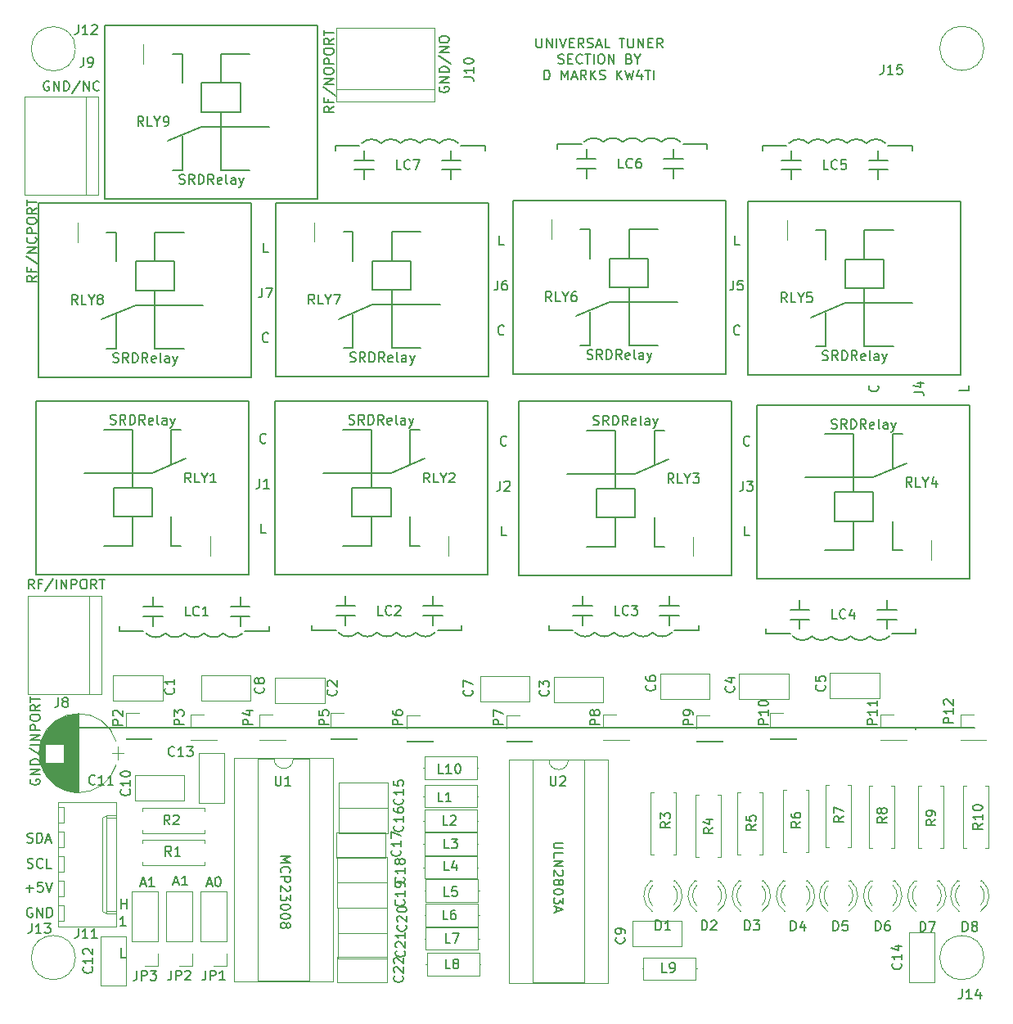
<source format=gbr>
G04 #@! TF.FileFunction,Legend,Top*
%FSLAX46Y46*%
G04 Gerber Fmt 4.6, Leading zero omitted, Abs format (unit mm)*
G04 Created by KiCad (PCBNEW 4.0.7) date 09/11/18 07:57:02*
%MOMM*%
%LPD*%
G01*
G04 APERTURE LIST*
%ADD10C,0.100000*%
%ADD11C,0.150000*%
%ADD12C,0.200000*%
%ADD13C,0.120000*%
%ADD14C,0.040000*%
G04 APERTURE END LIST*
D10*
D11*
X60039286Y-141930381D02*
X60039286Y-140930381D01*
X60039286Y-141406571D02*
X60610715Y-141406571D01*
X60610715Y-141930381D02*
X60610715Y-140930381D01*
X62023714Y-139358667D02*
X62499905Y-139358667D01*
X61928476Y-139644381D02*
X62261809Y-138644381D01*
X62595143Y-139644381D01*
X63452286Y-139644381D02*
X62880857Y-139644381D01*
X63166571Y-139644381D02*
X63166571Y-138644381D01*
X63071333Y-138787238D01*
X62976095Y-138882476D01*
X62880857Y-138930095D01*
D12*
X53594000Y-123190000D02*
X53594000Y-123063000D01*
X148336000Y-123190000D02*
X53594000Y-123190000D01*
X142240000Y-123215400D02*
X142240000Y-123393200D01*
D11*
X60483715Y-143708381D02*
X59912286Y-143708381D01*
X60198000Y-143708381D02*
X60198000Y-142708381D01*
X60102762Y-142851238D01*
X60007524Y-142946476D01*
X59912286Y-142994095D01*
X50995677Y-108859581D02*
X50662343Y-108383390D01*
X50424248Y-108859581D02*
X50424248Y-107859581D01*
X50805201Y-107859581D01*
X50900439Y-107907200D01*
X50948058Y-107954819D01*
X50995677Y-108050057D01*
X50995677Y-108192914D01*
X50948058Y-108288152D01*
X50900439Y-108335771D01*
X50805201Y-108383390D01*
X50424248Y-108383390D01*
X51757582Y-108335771D02*
X51424248Y-108335771D01*
X51424248Y-108859581D02*
X51424248Y-107859581D01*
X51900439Y-107859581D01*
X52995677Y-107811962D02*
X52138534Y-109097676D01*
X53329010Y-108859581D02*
X53329010Y-107859581D01*
X53805200Y-108859581D02*
X53805200Y-107859581D01*
X54376629Y-108859581D01*
X54376629Y-107859581D01*
X54852819Y-108859581D02*
X54852819Y-107859581D01*
X55233772Y-107859581D01*
X55329010Y-107907200D01*
X55376629Y-107954819D01*
X55424248Y-108050057D01*
X55424248Y-108192914D01*
X55376629Y-108288152D01*
X55329010Y-108335771D01*
X55233772Y-108383390D01*
X54852819Y-108383390D01*
X56043295Y-107859581D02*
X56233772Y-107859581D01*
X56329010Y-107907200D01*
X56424248Y-108002438D01*
X56471867Y-108192914D01*
X56471867Y-108526248D01*
X56424248Y-108716724D01*
X56329010Y-108811962D01*
X56233772Y-108859581D01*
X56043295Y-108859581D01*
X55948057Y-108811962D01*
X55852819Y-108716724D01*
X55805200Y-108526248D01*
X55805200Y-108192914D01*
X55852819Y-108002438D01*
X55948057Y-107907200D01*
X56043295Y-107859581D01*
X57471867Y-108859581D02*
X57138533Y-108383390D01*
X56900438Y-108859581D02*
X56900438Y-107859581D01*
X57281391Y-107859581D01*
X57376629Y-107907200D01*
X57424248Y-107954819D01*
X57471867Y-108050057D01*
X57471867Y-108192914D01*
X57424248Y-108288152D01*
X57376629Y-108335771D01*
X57281391Y-108383390D01*
X56900438Y-108383390D01*
X57757581Y-107859581D02*
X58329010Y-107859581D01*
X58043295Y-108859581D02*
X58043295Y-107859581D01*
X50655600Y-128564780D02*
X50607981Y-128660018D01*
X50607981Y-128802875D01*
X50655600Y-128945733D01*
X50750838Y-129040971D01*
X50846076Y-129088590D01*
X51036552Y-129136209D01*
X51179410Y-129136209D01*
X51369886Y-129088590D01*
X51465124Y-129040971D01*
X51560362Y-128945733D01*
X51607981Y-128802875D01*
X51607981Y-128707637D01*
X51560362Y-128564780D01*
X51512743Y-128517161D01*
X51179410Y-128517161D01*
X51179410Y-128707637D01*
X51607981Y-128088590D02*
X50607981Y-128088590D01*
X51607981Y-127517161D01*
X50607981Y-127517161D01*
X51607981Y-127040971D02*
X50607981Y-127040971D01*
X50607981Y-126802876D01*
X50655600Y-126660018D01*
X50750838Y-126564780D01*
X50846076Y-126517161D01*
X51036552Y-126469542D01*
X51179410Y-126469542D01*
X51369886Y-126517161D01*
X51465124Y-126564780D01*
X51560362Y-126660018D01*
X51607981Y-126802876D01*
X51607981Y-127040971D01*
X50560362Y-125326685D02*
X51846076Y-126183828D01*
X51607981Y-124993352D02*
X50607981Y-124993352D01*
X51607981Y-124517162D02*
X50607981Y-124517162D01*
X51607981Y-123945733D01*
X50607981Y-123945733D01*
X51607981Y-123469543D02*
X50607981Y-123469543D01*
X50607981Y-123088590D01*
X50655600Y-122993352D01*
X50703219Y-122945733D01*
X50798457Y-122898114D01*
X50941314Y-122898114D01*
X51036552Y-122945733D01*
X51084171Y-122993352D01*
X51131790Y-123088590D01*
X51131790Y-123469543D01*
X50607981Y-122279067D02*
X50607981Y-122088590D01*
X50655600Y-121993352D01*
X50750838Y-121898114D01*
X50941314Y-121850495D01*
X51274648Y-121850495D01*
X51465124Y-121898114D01*
X51560362Y-121993352D01*
X51607981Y-122088590D01*
X51607981Y-122279067D01*
X51560362Y-122374305D01*
X51465124Y-122469543D01*
X51274648Y-122517162D01*
X50941314Y-122517162D01*
X50750838Y-122469543D01*
X50655600Y-122374305D01*
X50607981Y-122279067D01*
X51607981Y-120850495D02*
X51131790Y-121183829D01*
X51607981Y-121421924D02*
X50607981Y-121421924D01*
X50607981Y-121040971D01*
X50655600Y-120945733D01*
X50703219Y-120898114D01*
X50798457Y-120850495D01*
X50941314Y-120850495D01*
X51036552Y-120898114D01*
X51084171Y-120945733D01*
X51131790Y-121040971D01*
X51131790Y-121421924D01*
X50607981Y-120564781D02*
X50607981Y-119993352D01*
X51607981Y-120279067D02*
X50607981Y-120279067D01*
X51252381Y-76469428D02*
X50776190Y-76802762D01*
X51252381Y-77040857D02*
X50252381Y-77040857D01*
X50252381Y-76659904D01*
X50300000Y-76564666D01*
X50347619Y-76517047D01*
X50442857Y-76469428D01*
X50585714Y-76469428D01*
X50680952Y-76517047D01*
X50728571Y-76564666D01*
X50776190Y-76659904D01*
X50776190Y-77040857D01*
X50728571Y-75707523D02*
X50728571Y-76040857D01*
X51252381Y-76040857D02*
X50252381Y-76040857D01*
X50252381Y-75564666D01*
X50204762Y-74469428D02*
X51490476Y-75326571D01*
X51252381Y-74136095D02*
X50252381Y-74136095D01*
X51252381Y-73564666D01*
X50252381Y-73564666D01*
X51157143Y-72517047D02*
X51204762Y-72564666D01*
X51252381Y-72707523D01*
X51252381Y-72802761D01*
X51204762Y-72945619D01*
X51109524Y-73040857D01*
X51014286Y-73088476D01*
X50823810Y-73136095D01*
X50680952Y-73136095D01*
X50490476Y-73088476D01*
X50395238Y-73040857D01*
X50300000Y-72945619D01*
X50252381Y-72802761D01*
X50252381Y-72707523D01*
X50300000Y-72564666D01*
X50347619Y-72517047D01*
X51252381Y-72088476D02*
X50252381Y-72088476D01*
X50252381Y-71707523D01*
X50300000Y-71612285D01*
X50347619Y-71564666D01*
X50442857Y-71517047D01*
X50585714Y-71517047D01*
X50680952Y-71564666D01*
X50728571Y-71612285D01*
X50776190Y-71707523D01*
X50776190Y-72088476D01*
X50252381Y-70898000D02*
X50252381Y-70707523D01*
X50300000Y-70612285D01*
X50395238Y-70517047D01*
X50585714Y-70469428D01*
X50919048Y-70469428D01*
X51109524Y-70517047D01*
X51204762Y-70612285D01*
X51252381Y-70707523D01*
X51252381Y-70898000D01*
X51204762Y-70993238D01*
X51109524Y-71088476D01*
X50919048Y-71136095D01*
X50585714Y-71136095D01*
X50395238Y-71088476D01*
X50300000Y-70993238D01*
X50252381Y-70898000D01*
X51252381Y-69469428D02*
X50776190Y-69802762D01*
X51252381Y-70040857D02*
X50252381Y-70040857D01*
X50252381Y-69659904D01*
X50300000Y-69564666D01*
X50347619Y-69517047D01*
X50442857Y-69469428D01*
X50585714Y-69469428D01*
X50680952Y-69517047D01*
X50728571Y-69564666D01*
X50776190Y-69659904D01*
X50776190Y-70040857D01*
X50252381Y-69183714D02*
X50252381Y-68612285D01*
X51252381Y-68898000D02*
X50252381Y-68898000D01*
X52554477Y-56396000D02*
X52459239Y-56348381D01*
X52316382Y-56348381D01*
X52173524Y-56396000D01*
X52078286Y-56491238D01*
X52030667Y-56586476D01*
X51983048Y-56776952D01*
X51983048Y-56919810D01*
X52030667Y-57110286D01*
X52078286Y-57205524D01*
X52173524Y-57300762D01*
X52316382Y-57348381D01*
X52411620Y-57348381D01*
X52554477Y-57300762D01*
X52602096Y-57253143D01*
X52602096Y-56919810D01*
X52411620Y-56919810D01*
X53030667Y-57348381D02*
X53030667Y-56348381D01*
X53602096Y-57348381D01*
X53602096Y-56348381D01*
X54078286Y-57348381D02*
X54078286Y-56348381D01*
X54316381Y-56348381D01*
X54459239Y-56396000D01*
X54554477Y-56491238D01*
X54602096Y-56586476D01*
X54649715Y-56776952D01*
X54649715Y-56919810D01*
X54602096Y-57110286D01*
X54554477Y-57205524D01*
X54459239Y-57300762D01*
X54316381Y-57348381D01*
X54078286Y-57348381D01*
X55792572Y-56300762D02*
X54935429Y-57586476D01*
X56125905Y-57348381D02*
X56125905Y-56348381D01*
X56697334Y-57348381D01*
X56697334Y-56348381D01*
X57744953Y-57253143D02*
X57697334Y-57300762D01*
X57554477Y-57348381D01*
X57459239Y-57348381D01*
X57316381Y-57300762D01*
X57221143Y-57205524D01*
X57173524Y-57110286D01*
X57125905Y-56919810D01*
X57125905Y-56776952D01*
X57173524Y-56586476D01*
X57221143Y-56491238D01*
X57316381Y-56396000D01*
X57459239Y-56348381D01*
X57554477Y-56348381D01*
X57697334Y-56396000D01*
X57744953Y-56443619D01*
X50330884Y-137701922D02*
X50473741Y-137749541D01*
X50711837Y-137749541D01*
X50807075Y-137701922D01*
X50854694Y-137654303D01*
X50902313Y-137559065D01*
X50902313Y-137463827D01*
X50854694Y-137368589D01*
X50807075Y-137320970D01*
X50711837Y-137273350D01*
X50521360Y-137225731D01*
X50426122Y-137178112D01*
X50378503Y-137130493D01*
X50330884Y-137035255D01*
X50330884Y-136940017D01*
X50378503Y-136844779D01*
X50426122Y-136797160D01*
X50521360Y-136749541D01*
X50759456Y-136749541D01*
X50902313Y-136797160D01*
X51902313Y-137654303D02*
X51854694Y-137701922D01*
X51711837Y-137749541D01*
X51616599Y-137749541D01*
X51473741Y-137701922D01*
X51378503Y-137606684D01*
X51330884Y-137511446D01*
X51283265Y-137320970D01*
X51283265Y-137178112D01*
X51330884Y-136987636D01*
X51378503Y-136892398D01*
X51473741Y-136797160D01*
X51616599Y-136749541D01*
X51711837Y-136749541D01*
X51854694Y-136797160D01*
X51902313Y-136844779D01*
X52807075Y-137749541D02*
X52330884Y-137749541D01*
X52330884Y-136749541D01*
X50307074Y-135075562D02*
X50449931Y-135123181D01*
X50688027Y-135123181D01*
X50783265Y-135075562D01*
X50830884Y-135027943D01*
X50878503Y-134932705D01*
X50878503Y-134837467D01*
X50830884Y-134742229D01*
X50783265Y-134694610D01*
X50688027Y-134646990D01*
X50497550Y-134599371D01*
X50402312Y-134551752D01*
X50354693Y-134504133D01*
X50307074Y-134408895D01*
X50307074Y-134313657D01*
X50354693Y-134218419D01*
X50402312Y-134170800D01*
X50497550Y-134123181D01*
X50735646Y-134123181D01*
X50878503Y-134170800D01*
X51307074Y-135123181D02*
X51307074Y-134123181D01*
X51545169Y-134123181D01*
X51688027Y-134170800D01*
X51783265Y-134266038D01*
X51830884Y-134361276D01*
X51878503Y-134551752D01*
X51878503Y-134694610D01*
X51830884Y-134885086D01*
X51783265Y-134980324D01*
X51688027Y-135075562D01*
X51545169Y-135123181D01*
X51307074Y-135123181D01*
X52259455Y-134837467D02*
X52735646Y-134837467D01*
X52164217Y-135123181D02*
X52497550Y-134123181D01*
X52830884Y-135123181D01*
X50179766Y-139827309D02*
X50941671Y-139827309D01*
X50560719Y-140208261D02*
X50560719Y-139446356D01*
X51894052Y-139208261D02*
X51417861Y-139208261D01*
X51370242Y-139684451D01*
X51417861Y-139636832D01*
X51513099Y-139589213D01*
X51751195Y-139589213D01*
X51846433Y-139636832D01*
X51894052Y-139684451D01*
X51941671Y-139779690D01*
X51941671Y-140017785D01*
X51894052Y-140113023D01*
X51846433Y-140160642D01*
X51751195Y-140208261D01*
X51513099Y-140208261D01*
X51417861Y-140160642D01*
X51370242Y-140113023D01*
X52227385Y-139208261D02*
X52560718Y-140208261D01*
X52894052Y-139208261D01*
X50815336Y-141882240D02*
X50720098Y-141834621D01*
X50577241Y-141834621D01*
X50434383Y-141882240D01*
X50339145Y-141977478D01*
X50291526Y-142072716D01*
X50243907Y-142263192D01*
X50243907Y-142406050D01*
X50291526Y-142596526D01*
X50339145Y-142691764D01*
X50434383Y-142787002D01*
X50577241Y-142834621D01*
X50672479Y-142834621D01*
X50815336Y-142787002D01*
X50862955Y-142739383D01*
X50862955Y-142406050D01*
X50672479Y-142406050D01*
X51291526Y-142834621D02*
X51291526Y-141834621D01*
X51862955Y-142834621D01*
X51862955Y-141834621D01*
X52339145Y-142834621D02*
X52339145Y-141834621D01*
X52577240Y-141834621D01*
X52720098Y-141882240D01*
X52815336Y-141977478D01*
X52862955Y-142072716D01*
X52910574Y-142263192D01*
X52910574Y-142406050D01*
X52862955Y-142596526D01*
X52815336Y-142691764D01*
X52720098Y-142787002D01*
X52577240Y-142834621D01*
X52339145Y-142834621D01*
X102974000Y-51904381D02*
X102974000Y-52713905D01*
X103021619Y-52809143D01*
X103069238Y-52856762D01*
X103164476Y-52904381D01*
X103354953Y-52904381D01*
X103450191Y-52856762D01*
X103497810Y-52809143D01*
X103545429Y-52713905D01*
X103545429Y-51904381D01*
X104021619Y-52904381D02*
X104021619Y-51904381D01*
X104593048Y-52904381D01*
X104593048Y-51904381D01*
X105069238Y-52904381D02*
X105069238Y-51904381D01*
X105402571Y-51904381D02*
X105735904Y-52904381D01*
X106069238Y-51904381D01*
X106402571Y-52380571D02*
X106735905Y-52380571D01*
X106878762Y-52904381D02*
X106402571Y-52904381D01*
X106402571Y-51904381D01*
X106878762Y-51904381D01*
X107878762Y-52904381D02*
X107545428Y-52428190D01*
X107307333Y-52904381D02*
X107307333Y-51904381D01*
X107688286Y-51904381D01*
X107783524Y-51952000D01*
X107831143Y-51999619D01*
X107878762Y-52094857D01*
X107878762Y-52237714D01*
X107831143Y-52332952D01*
X107783524Y-52380571D01*
X107688286Y-52428190D01*
X107307333Y-52428190D01*
X108259714Y-52856762D02*
X108402571Y-52904381D01*
X108640667Y-52904381D01*
X108735905Y-52856762D01*
X108783524Y-52809143D01*
X108831143Y-52713905D01*
X108831143Y-52618667D01*
X108783524Y-52523429D01*
X108735905Y-52475810D01*
X108640667Y-52428190D01*
X108450190Y-52380571D01*
X108354952Y-52332952D01*
X108307333Y-52285333D01*
X108259714Y-52190095D01*
X108259714Y-52094857D01*
X108307333Y-51999619D01*
X108354952Y-51952000D01*
X108450190Y-51904381D01*
X108688286Y-51904381D01*
X108831143Y-51952000D01*
X109212095Y-52618667D02*
X109688286Y-52618667D01*
X109116857Y-52904381D02*
X109450190Y-51904381D01*
X109783524Y-52904381D01*
X110593048Y-52904381D02*
X110116857Y-52904381D01*
X110116857Y-51904381D01*
X111545429Y-51904381D02*
X112116858Y-51904381D01*
X111831143Y-52904381D02*
X111831143Y-51904381D01*
X112450191Y-51904381D02*
X112450191Y-52713905D01*
X112497810Y-52809143D01*
X112545429Y-52856762D01*
X112640667Y-52904381D01*
X112831144Y-52904381D01*
X112926382Y-52856762D01*
X112974001Y-52809143D01*
X113021620Y-52713905D01*
X113021620Y-51904381D01*
X113497810Y-52904381D02*
X113497810Y-51904381D01*
X114069239Y-52904381D01*
X114069239Y-51904381D01*
X114545429Y-52380571D02*
X114878763Y-52380571D01*
X115021620Y-52904381D02*
X114545429Y-52904381D01*
X114545429Y-51904381D01*
X115021620Y-51904381D01*
X116021620Y-52904381D02*
X115688286Y-52428190D01*
X115450191Y-52904381D02*
X115450191Y-51904381D01*
X115831144Y-51904381D01*
X115926382Y-51952000D01*
X115974001Y-51999619D01*
X116021620Y-52094857D01*
X116021620Y-52237714D01*
X115974001Y-52332952D01*
X115926382Y-52380571D01*
X115831144Y-52428190D01*
X115450191Y-52428190D01*
X105259714Y-54506762D02*
X105402571Y-54554381D01*
X105640667Y-54554381D01*
X105735905Y-54506762D01*
X105783524Y-54459143D01*
X105831143Y-54363905D01*
X105831143Y-54268667D01*
X105783524Y-54173429D01*
X105735905Y-54125810D01*
X105640667Y-54078190D01*
X105450190Y-54030571D01*
X105354952Y-53982952D01*
X105307333Y-53935333D01*
X105259714Y-53840095D01*
X105259714Y-53744857D01*
X105307333Y-53649619D01*
X105354952Y-53602000D01*
X105450190Y-53554381D01*
X105688286Y-53554381D01*
X105831143Y-53602000D01*
X106259714Y-54030571D02*
X106593048Y-54030571D01*
X106735905Y-54554381D02*
X106259714Y-54554381D01*
X106259714Y-53554381D01*
X106735905Y-53554381D01*
X107735905Y-54459143D02*
X107688286Y-54506762D01*
X107545429Y-54554381D01*
X107450191Y-54554381D01*
X107307333Y-54506762D01*
X107212095Y-54411524D01*
X107164476Y-54316286D01*
X107116857Y-54125810D01*
X107116857Y-53982952D01*
X107164476Y-53792476D01*
X107212095Y-53697238D01*
X107307333Y-53602000D01*
X107450191Y-53554381D01*
X107545429Y-53554381D01*
X107688286Y-53602000D01*
X107735905Y-53649619D01*
X108021619Y-53554381D02*
X108593048Y-53554381D01*
X108307333Y-54554381D02*
X108307333Y-53554381D01*
X108926381Y-54554381D02*
X108926381Y-53554381D01*
X109593047Y-53554381D02*
X109783524Y-53554381D01*
X109878762Y-53602000D01*
X109974000Y-53697238D01*
X110021619Y-53887714D01*
X110021619Y-54221048D01*
X109974000Y-54411524D01*
X109878762Y-54506762D01*
X109783524Y-54554381D01*
X109593047Y-54554381D01*
X109497809Y-54506762D01*
X109402571Y-54411524D01*
X109354952Y-54221048D01*
X109354952Y-53887714D01*
X109402571Y-53697238D01*
X109497809Y-53602000D01*
X109593047Y-53554381D01*
X110450190Y-54554381D02*
X110450190Y-53554381D01*
X111021619Y-54554381D01*
X111021619Y-53554381D01*
X112593048Y-54030571D02*
X112735905Y-54078190D01*
X112783524Y-54125810D01*
X112831143Y-54221048D01*
X112831143Y-54363905D01*
X112783524Y-54459143D01*
X112735905Y-54506762D01*
X112640667Y-54554381D01*
X112259714Y-54554381D01*
X112259714Y-53554381D01*
X112593048Y-53554381D01*
X112688286Y-53602000D01*
X112735905Y-53649619D01*
X112783524Y-53744857D01*
X112783524Y-53840095D01*
X112735905Y-53935333D01*
X112688286Y-53982952D01*
X112593048Y-54030571D01*
X112259714Y-54030571D01*
X113450190Y-54078190D02*
X113450190Y-54554381D01*
X113116857Y-53554381D02*
X113450190Y-54078190D01*
X113783524Y-53554381D01*
X103807333Y-56204381D02*
X103807333Y-55204381D01*
X104045428Y-55204381D01*
X104188286Y-55252000D01*
X104283524Y-55347238D01*
X104331143Y-55442476D01*
X104378762Y-55632952D01*
X104378762Y-55775810D01*
X104331143Y-55966286D01*
X104283524Y-56061524D01*
X104188286Y-56156762D01*
X104045428Y-56204381D01*
X103807333Y-56204381D01*
X105569238Y-56204381D02*
X105569238Y-55204381D01*
X105902572Y-55918667D01*
X106235905Y-55204381D01*
X106235905Y-56204381D01*
X106664476Y-55918667D02*
X107140667Y-55918667D01*
X106569238Y-56204381D02*
X106902571Y-55204381D01*
X107235905Y-56204381D01*
X108140667Y-56204381D02*
X107807333Y-55728190D01*
X107569238Y-56204381D02*
X107569238Y-55204381D01*
X107950191Y-55204381D01*
X108045429Y-55252000D01*
X108093048Y-55299619D01*
X108140667Y-55394857D01*
X108140667Y-55537714D01*
X108093048Y-55632952D01*
X108045429Y-55680571D01*
X107950191Y-55728190D01*
X107569238Y-55728190D01*
X108569238Y-56204381D02*
X108569238Y-55204381D01*
X109140667Y-56204381D02*
X108712095Y-55632952D01*
X109140667Y-55204381D02*
X108569238Y-55775810D01*
X109521619Y-56156762D02*
X109664476Y-56204381D01*
X109902572Y-56204381D01*
X109997810Y-56156762D01*
X110045429Y-56109143D01*
X110093048Y-56013905D01*
X110093048Y-55918667D01*
X110045429Y-55823429D01*
X109997810Y-55775810D01*
X109902572Y-55728190D01*
X109712095Y-55680571D01*
X109616857Y-55632952D01*
X109569238Y-55585333D01*
X109521619Y-55490095D01*
X109521619Y-55394857D01*
X109569238Y-55299619D01*
X109616857Y-55252000D01*
X109712095Y-55204381D01*
X109950191Y-55204381D01*
X110093048Y-55252000D01*
X111283524Y-56204381D02*
X111283524Y-55204381D01*
X111854953Y-56204381D02*
X111426381Y-55632952D01*
X111854953Y-55204381D02*
X111283524Y-55775810D01*
X112188286Y-55204381D02*
X112426381Y-56204381D01*
X112616858Y-55490095D01*
X112807334Y-56204381D01*
X113045429Y-55204381D01*
X113854953Y-55537714D02*
X113854953Y-56204381D01*
X113616857Y-55156762D02*
X113378762Y-55871048D01*
X113997810Y-55871048D01*
X114235905Y-55204381D02*
X114807334Y-55204381D01*
X114521619Y-56204381D02*
X114521619Y-55204381D01*
X115140667Y-56204381D02*
X115140667Y-55204381D01*
X81986381Y-58967238D02*
X81510190Y-59300572D01*
X81986381Y-59538667D02*
X80986381Y-59538667D01*
X80986381Y-59157714D01*
X81034000Y-59062476D01*
X81081619Y-59014857D01*
X81176857Y-58967238D01*
X81319714Y-58967238D01*
X81414952Y-59014857D01*
X81462571Y-59062476D01*
X81510190Y-59157714D01*
X81510190Y-59538667D01*
X81462571Y-58205333D02*
X81462571Y-58538667D01*
X81986381Y-58538667D02*
X80986381Y-58538667D01*
X80986381Y-58062476D01*
X80938762Y-56967238D02*
X82224476Y-57824381D01*
X81986381Y-56633905D02*
X80986381Y-56633905D01*
X81986381Y-56062476D01*
X80986381Y-56062476D01*
X80986381Y-55395810D02*
X80986381Y-55205333D01*
X81034000Y-55110095D01*
X81129238Y-55014857D01*
X81319714Y-54967238D01*
X81653048Y-54967238D01*
X81843524Y-55014857D01*
X81938762Y-55110095D01*
X81986381Y-55205333D01*
X81986381Y-55395810D01*
X81938762Y-55491048D01*
X81843524Y-55586286D01*
X81653048Y-55633905D01*
X81319714Y-55633905D01*
X81129238Y-55586286D01*
X81034000Y-55491048D01*
X80986381Y-55395810D01*
X81986381Y-54538667D02*
X80986381Y-54538667D01*
X80986381Y-54157714D01*
X81034000Y-54062476D01*
X81081619Y-54014857D01*
X81176857Y-53967238D01*
X81319714Y-53967238D01*
X81414952Y-54014857D01*
X81462571Y-54062476D01*
X81510190Y-54157714D01*
X81510190Y-54538667D01*
X80986381Y-53348191D02*
X80986381Y-53157714D01*
X81034000Y-53062476D01*
X81129238Y-52967238D01*
X81319714Y-52919619D01*
X81653048Y-52919619D01*
X81843524Y-52967238D01*
X81938762Y-53062476D01*
X81986381Y-53157714D01*
X81986381Y-53348191D01*
X81938762Y-53443429D01*
X81843524Y-53538667D01*
X81653048Y-53586286D01*
X81319714Y-53586286D01*
X81129238Y-53538667D01*
X81034000Y-53443429D01*
X80986381Y-53348191D01*
X81986381Y-51919619D02*
X81510190Y-52252953D01*
X81986381Y-52491048D02*
X80986381Y-52491048D01*
X80986381Y-52110095D01*
X81034000Y-52014857D01*
X81081619Y-51967238D01*
X81176857Y-51919619D01*
X81319714Y-51919619D01*
X81414952Y-51967238D01*
X81462571Y-52014857D01*
X81510190Y-52110095D01*
X81510190Y-52491048D01*
X80986381Y-51633905D02*
X80986381Y-51062476D01*
X81986381Y-51348191D02*
X80986381Y-51348191D01*
X92972000Y-56943333D02*
X92924381Y-57038571D01*
X92924381Y-57181428D01*
X92972000Y-57324286D01*
X93067238Y-57419524D01*
X93162476Y-57467143D01*
X93352952Y-57514762D01*
X93495810Y-57514762D01*
X93686286Y-57467143D01*
X93781524Y-57419524D01*
X93876762Y-57324286D01*
X93924381Y-57181428D01*
X93924381Y-57086190D01*
X93876762Y-56943333D01*
X93829143Y-56895714D01*
X93495810Y-56895714D01*
X93495810Y-57086190D01*
X93924381Y-56467143D02*
X92924381Y-56467143D01*
X93924381Y-55895714D01*
X92924381Y-55895714D01*
X93924381Y-55419524D02*
X92924381Y-55419524D01*
X92924381Y-55181429D01*
X92972000Y-55038571D01*
X93067238Y-54943333D01*
X93162476Y-54895714D01*
X93352952Y-54848095D01*
X93495810Y-54848095D01*
X93686286Y-54895714D01*
X93781524Y-54943333D01*
X93876762Y-55038571D01*
X93924381Y-55181429D01*
X93924381Y-55419524D01*
X92876762Y-53705238D02*
X94162476Y-54562381D01*
X93924381Y-53371905D02*
X92924381Y-53371905D01*
X93924381Y-52800476D01*
X92924381Y-52800476D01*
X92924381Y-52133810D02*
X92924381Y-51943333D01*
X92972000Y-51848095D01*
X93067238Y-51752857D01*
X93257714Y-51705238D01*
X93591048Y-51705238D01*
X93781524Y-51752857D01*
X93876762Y-51848095D01*
X93924381Y-51943333D01*
X93924381Y-52133810D01*
X93876762Y-52229048D01*
X93781524Y-52324286D01*
X93591048Y-52371905D01*
X93257714Y-52371905D01*
X93067238Y-52324286D01*
X92972000Y-52229048D01*
X92924381Y-52133810D01*
X76509619Y-136493714D02*
X77509619Y-136493714D01*
X76795333Y-136827048D01*
X77509619Y-137160381D01*
X76509619Y-137160381D01*
X76604857Y-138208000D02*
X76557238Y-138160381D01*
X76509619Y-138017524D01*
X76509619Y-137922286D01*
X76557238Y-137779428D01*
X76652476Y-137684190D01*
X76747714Y-137636571D01*
X76938190Y-137588952D01*
X77081048Y-137588952D01*
X77271524Y-137636571D01*
X77366762Y-137684190D01*
X77462000Y-137779428D01*
X77509619Y-137922286D01*
X77509619Y-138017524D01*
X77462000Y-138160381D01*
X77414381Y-138208000D01*
X76509619Y-138636571D02*
X77509619Y-138636571D01*
X77509619Y-139017524D01*
X77462000Y-139112762D01*
X77414381Y-139160381D01*
X77319143Y-139208000D01*
X77176286Y-139208000D01*
X77081048Y-139160381D01*
X77033429Y-139112762D01*
X76985810Y-139017524D01*
X76985810Y-138636571D01*
X77414381Y-139588952D02*
X77462000Y-139636571D01*
X77509619Y-139731809D01*
X77509619Y-139969905D01*
X77462000Y-140065143D01*
X77414381Y-140112762D01*
X77319143Y-140160381D01*
X77223905Y-140160381D01*
X77081048Y-140112762D01*
X76509619Y-139541333D01*
X76509619Y-140160381D01*
X77509619Y-140493714D02*
X77509619Y-141112762D01*
X77128667Y-140779428D01*
X77128667Y-140922286D01*
X77081048Y-141017524D01*
X77033429Y-141065143D01*
X76938190Y-141112762D01*
X76700095Y-141112762D01*
X76604857Y-141065143D01*
X76557238Y-141017524D01*
X76509619Y-140922286D01*
X76509619Y-140636571D01*
X76557238Y-140541333D01*
X76604857Y-140493714D01*
X77509619Y-141731809D02*
X77509619Y-141827048D01*
X77462000Y-141922286D01*
X77414381Y-141969905D01*
X77319143Y-142017524D01*
X77128667Y-142065143D01*
X76890571Y-142065143D01*
X76700095Y-142017524D01*
X76604857Y-141969905D01*
X76557238Y-141922286D01*
X76509619Y-141827048D01*
X76509619Y-141731809D01*
X76557238Y-141636571D01*
X76604857Y-141588952D01*
X76700095Y-141541333D01*
X76890571Y-141493714D01*
X77128667Y-141493714D01*
X77319143Y-141541333D01*
X77414381Y-141588952D01*
X77462000Y-141636571D01*
X77509619Y-141731809D01*
X77509619Y-142684190D02*
X77509619Y-142779429D01*
X77462000Y-142874667D01*
X77414381Y-142922286D01*
X77319143Y-142969905D01*
X77128667Y-143017524D01*
X76890571Y-143017524D01*
X76700095Y-142969905D01*
X76604857Y-142922286D01*
X76557238Y-142874667D01*
X76509619Y-142779429D01*
X76509619Y-142684190D01*
X76557238Y-142588952D01*
X76604857Y-142541333D01*
X76700095Y-142493714D01*
X76890571Y-142446095D01*
X77128667Y-142446095D01*
X77319143Y-142493714D01*
X77414381Y-142541333D01*
X77462000Y-142588952D01*
X77509619Y-142684190D01*
X77081048Y-143588952D02*
X77128667Y-143493714D01*
X77176286Y-143446095D01*
X77271524Y-143398476D01*
X77319143Y-143398476D01*
X77414381Y-143446095D01*
X77462000Y-143493714D01*
X77509619Y-143588952D01*
X77509619Y-143779429D01*
X77462000Y-143874667D01*
X77414381Y-143922286D01*
X77319143Y-143969905D01*
X77271524Y-143969905D01*
X77176286Y-143922286D01*
X77128667Y-143874667D01*
X77081048Y-143779429D01*
X77081048Y-143588952D01*
X77033429Y-143493714D01*
X76985810Y-143446095D01*
X76890571Y-143398476D01*
X76700095Y-143398476D01*
X76604857Y-143446095D01*
X76557238Y-143493714D01*
X76509619Y-143588952D01*
X76509619Y-143779429D01*
X76557238Y-143874667D01*
X76604857Y-143922286D01*
X76700095Y-143969905D01*
X76890571Y-143969905D01*
X76985810Y-143922286D01*
X77033429Y-143874667D01*
X77081048Y-143779429D01*
X105767119Y-135136381D02*
X104957595Y-135136381D01*
X104862357Y-135184000D01*
X104814738Y-135231619D01*
X104767119Y-135326857D01*
X104767119Y-135517334D01*
X104814738Y-135612572D01*
X104862357Y-135660191D01*
X104957595Y-135707810D01*
X105767119Y-135707810D01*
X104767119Y-136660191D02*
X104767119Y-136184000D01*
X105767119Y-136184000D01*
X104767119Y-136993524D02*
X105767119Y-136993524D01*
X104767119Y-137564953D01*
X105767119Y-137564953D01*
X105671881Y-137993524D02*
X105719500Y-138041143D01*
X105767119Y-138136381D01*
X105767119Y-138374477D01*
X105719500Y-138469715D01*
X105671881Y-138517334D01*
X105576643Y-138564953D01*
X105481405Y-138564953D01*
X105338548Y-138517334D01*
X104767119Y-137945905D01*
X104767119Y-138564953D01*
X105338548Y-139136381D02*
X105386167Y-139041143D01*
X105433786Y-138993524D01*
X105529024Y-138945905D01*
X105576643Y-138945905D01*
X105671881Y-138993524D01*
X105719500Y-139041143D01*
X105767119Y-139136381D01*
X105767119Y-139326858D01*
X105719500Y-139422096D01*
X105671881Y-139469715D01*
X105576643Y-139517334D01*
X105529024Y-139517334D01*
X105433786Y-139469715D01*
X105386167Y-139422096D01*
X105338548Y-139326858D01*
X105338548Y-139136381D01*
X105290929Y-139041143D01*
X105243310Y-138993524D01*
X105148071Y-138945905D01*
X104957595Y-138945905D01*
X104862357Y-138993524D01*
X104814738Y-139041143D01*
X104767119Y-139136381D01*
X104767119Y-139326858D01*
X104814738Y-139422096D01*
X104862357Y-139469715D01*
X104957595Y-139517334D01*
X105148071Y-139517334D01*
X105243310Y-139469715D01*
X105290929Y-139422096D01*
X105338548Y-139326858D01*
X105767119Y-140136381D02*
X105767119Y-140231620D01*
X105719500Y-140326858D01*
X105671881Y-140374477D01*
X105576643Y-140422096D01*
X105386167Y-140469715D01*
X105148071Y-140469715D01*
X104957595Y-140422096D01*
X104862357Y-140374477D01*
X104814738Y-140326858D01*
X104767119Y-140231620D01*
X104767119Y-140136381D01*
X104814738Y-140041143D01*
X104862357Y-139993524D01*
X104957595Y-139945905D01*
X105148071Y-139898286D01*
X105386167Y-139898286D01*
X105576643Y-139945905D01*
X105671881Y-139993524D01*
X105719500Y-140041143D01*
X105767119Y-140136381D01*
X105767119Y-140803048D02*
X105767119Y-141422096D01*
X105386167Y-141088762D01*
X105386167Y-141231620D01*
X105338548Y-141326858D01*
X105290929Y-141374477D01*
X105195690Y-141422096D01*
X104957595Y-141422096D01*
X104862357Y-141374477D01*
X104814738Y-141326858D01*
X104767119Y-141231620D01*
X104767119Y-140945905D01*
X104814738Y-140850667D01*
X104862357Y-140803048D01*
X105052833Y-141803048D02*
X105052833Y-142279239D01*
X104767119Y-141707810D02*
X105767119Y-142041143D01*
X104767119Y-142374477D01*
X60507524Y-147010381D02*
X60031333Y-147010381D01*
X60031333Y-146010381D01*
X65452714Y-139231667D02*
X65928905Y-139231667D01*
X65357476Y-139517381D02*
X65690809Y-138517381D01*
X66024143Y-139517381D01*
X66881286Y-139517381D02*
X66309857Y-139517381D01*
X66595571Y-139517381D02*
X66595571Y-138517381D01*
X66500333Y-138660238D01*
X66405095Y-138755476D01*
X66309857Y-138803095D01*
X68881714Y-139358667D02*
X69357905Y-139358667D01*
X68786476Y-139644381D02*
X69119809Y-138644381D01*
X69453143Y-139644381D01*
X69976952Y-138644381D02*
X70072191Y-138644381D01*
X70167429Y-138692000D01*
X70215048Y-138739619D01*
X70262667Y-138834857D01*
X70310286Y-139025333D01*
X70310286Y-139263429D01*
X70262667Y-139453905D01*
X70215048Y-139549143D01*
X70167429Y-139596762D01*
X70072191Y-139644381D01*
X69976952Y-139644381D01*
X69881714Y-139596762D01*
X69834095Y-139549143D01*
X69786476Y-139453905D01*
X69738857Y-139263429D01*
X69738857Y-139025333D01*
X69786476Y-138834857D01*
X69834095Y-138739619D01*
X69881714Y-138692000D01*
X69976952Y-138644381D01*
D13*
X139889608Y-142261335D02*
G75*
G03X140046516Y-139029000I-1078608J1672335D01*
G01*
X137732392Y-142261335D02*
G75*
G02X137575484Y-139029000I1078608J1672335D01*
G01*
X139890837Y-141630130D02*
G75*
G03X139891000Y-139548039I-1079837J1041130D01*
G01*
X137731163Y-141630130D02*
G75*
G02X137731000Y-139548039I1079837J1041130D01*
G01*
X140047000Y-139029000D02*
X139891000Y-139029000D01*
X137731000Y-139029000D02*
X137575000Y-139029000D01*
X77835000Y-126432000D02*
G75*
G02X75835000Y-126432000I-1000000J0D01*
G01*
X75835000Y-126432000D02*
X74185000Y-126432000D01*
X74185000Y-126432000D02*
X74185000Y-149412000D01*
X74185000Y-149412000D02*
X79485000Y-149412000D01*
X79485000Y-149412000D02*
X79485000Y-126432000D01*
X79485000Y-126432000D02*
X77835000Y-126432000D01*
X71695000Y-126372000D02*
X71695000Y-149472000D01*
X71695000Y-149472000D02*
X81975000Y-149472000D01*
X81975000Y-149472000D02*
X81975000Y-126372000D01*
X81975000Y-126372000D02*
X71695000Y-126372000D01*
X62195000Y-131862000D02*
X62195000Y-131532000D01*
X62195000Y-131532000D02*
X68615000Y-131532000D01*
X68615000Y-131532000D02*
X68615000Y-131862000D01*
X62195000Y-133822000D02*
X62195000Y-134152000D01*
X62195000Y-134152000D02*
X68615000Y-134152000D01*
X68615000Y-134152000D02*
X68615000Y-133822000D01*
X126300608Y-142261335D02*
G75*
G03X126457516Y-139029000I-1078608J1672335D01*
G01*
X124143392Y-142261335D02*
G75*
G02X123986484Y-139029000I1078608J1672335D01*
G01*
X126301837Y-141630130D02*
G75*
G03X126302000Y-139548039I-1079837J1041130D01*
G01*
X124142163Y-141630130D02*
G75*
G02X124142000Y-139548039I1079837J1041130D01*
G01*
X126458000Y-139029000D02*
X126302000Y-139029000D01*
X124142000Y-139029000D02*
X123986000Y-139029000D01*
X53474680Y-143808120D02*
X59474680Y-143808120D01*
X59474680Y-143808120D02*
X59474680Y-130908120D01*
X59474680Y-130908120D02*
X53474680Y-130908120D01*
X53474680Y-130908120D02*
X53474680Y-143808120D01*
X59474680Y-142438120D02*
X58474680Y-142438120D01*
X58474680Y-142438120D02*
X58474680Y-132278120D01*
X58474680Y-132278120D02*
X59474680Y-132278120D01*
X58474680Y-142438120D02*
X58044680Y-142188120D01*
X58044680Y-142188120D02*
X58044680Y-132528120D01*
X58044680Y-132528120D02*
X58474680Y-132278120D01*
X59474680Y-142188120D02*
X58474680Y-142188120D01*
X59474680Y-132528120D02*
X58474680Y-132528120D01*
X53474680Y-143238120D02*
X54094680Y-143238120D01*
X54094680Y-143238120D02*
X54094680Y-141638120D01*
X54094680Y-141638120D02*
X53474680Y-141638120D01*
X53474680Y-140698120D02*
X54094680Y-140698120D01*
X54094680Y-140698120D02*
X54094680Y-139098120D01*
X54094680Y-139098120D02*
X53474680Y-139098120D01*
X53474680Y-138158120D02*
X54094680Y-138158120D01*
X54094680Y-138158120D02*
X54094680Y-136558120D01*
X54094680Y-136558120D02*
X53474680Y-136558120D01*
X53474680Y-135618120D02*
X54094680Y-135618120D01*
X54094680Y-135618120D02*
X54094680Y-134018120D01*
X54094680Y-134018120D02*
X53474680Y-134018120D01*
X53474680Y-133078120D02*
X54094680Y-133078120D01*
X54094680Y-133078120D02*
X54094680Y-131478120D01*
X54094680Y-131478120D02*
X53474680Y-131478120D01*
X142784000Y-135671000D02*
X142454000Y-135671000D01*
X142454000Y-135671000D02*
X142454000Y-129251000D01*
X142454000Y-129251000D02*
X142784000Y-129251000D01*
X144744000Y-135671000D02*
X145074000Y-135671000D01*
X145074000Y-135671000D02*
X145074000Y-129251000D01*
X145074000Y-129251000D02*
X144744000Y-129251000D01*
X121728608Y-142261335D02*
G75*
G03X121885516Y-139029000I-1078608J1672335D01*
G01*
X119571392Y-142261335D02*
G75*
G02X119414484Y-139029000I1078608J1672335D01*
G01*
X121729837Y-141630130D02*
G75*
G03X121730000Y-139548039I-1079837J1041130D01*
G01*
X119570163Y-141630130D02*
G75*
G02X119570000Y-139548039I1079837J1041130D01*
G01*
X121886000Y-139029000D02*
X121730000Y-139029000D01*
X119570000Y-139029000D02*
X119414000Y-139029000D01*
X106283000Y-126559000D02*
G75*
G02X104283000Y-126559000I-1000000J0D01*
G01*
X104283000Y-126559000D02*
X102633000Y-126559000D01*
X102633000Y-126559000D02*
X102633000Y-149539000D01*
X102633000Y-149539000D02*
X107933000Y-149539000D01*
X107933000Y-149539000D02*
X107933000Y-126559000D01*
X107933000Y-126559000D02*
X106283000Y-126559000D01*
X100143000Y-126499000D02*
X100143000Y-149599000D01*
X100143000Y-149599000D02*
X110423000Y-149599000D01*
X110423000Y-149599000D02*
X110423000Y-126499000D01*
X110423000Y-126499000D02*
X100143000Y-126499000D01*
X56743600Y-109575600D02*
X56743600Y-119735600D01*
X58013600Y-109575600D02*
X50393600Y-109575600D01*
X50393600Y-109575600D02*
X50393600Y-119735600D01*
X50393600Y-119735600D02*
X58013600Y-119735600D01*
X58013600Y-119735600D02*
X58013600Y-109575600D01*
X92456000Y-57150000D02*
X82296000Y-57150000D01*
X92456000Y-58420000D02*
X92456000Y-50800000D01*
X92456000Y-50800000D02*
X82296000Y-50800000D01*
X82296000Y-50800000D02*
X82296000Y-58420000D01*
X82296000Y-58420000D02*
X92456000Y-58420000D01*
X64302000Y-120436000D02*
X59182000Y-120436000D01*
X64302000Y-117816000D02*
X59182000Y-117816000D01*
X64302000Y-120436000D02*
X64302000Y-117816000D01*
X59182000Y-120436000D02*
X59182000Y-117816000D01*
X81066000Y-120690000D02*
X75946000Y-120690000D01*
X81066000Y-118070000D02*
X75946000Y-118070000D01*
X81066000Y-120690000D02*
X81066000Y-118070000D01*
X75946000Y-120690000D02*
X75946000Y-118070000D01*
X109895000Y-120563000D02*
X104775000Y-120563000D01*
X109895000Y-117943000D02*
X104775000Y-117943000D01*
X109895000Y-120563000D02*
X109895000Y-117943000D01*
X104775000Y-120563000D02*
X104775000Y-117943000D01*
X129072000Y-120283600D02*
X123952000Y-120283600D01*
X129072000Y-117663600D02*
X123952000Y-117663600D01*
X129072000Y-120283600D02*
X129072000Y-117663600D01*
X123952000Y-120283600D02*
X123952000Y-117663600D01*
X133360800Y-117549300D02*
X138480800Y-117549300D01*
X133360800Y-120169300D02*
X138480800Y-120169300D01*
X133360800Y-117549300D02*
X133360800Y-120169300D01*
X138480800Y-117549300D02*
X138480800Y-120169300D01*
X115784000Y-117663600D02*
X120904000Y-117663600D01*
X115784000Y-120283600D02*
X120904000Y-120283600D01*
X115784000Y-117663600D02*
X115784000Y-120283600D01*
X120904000Y-117663600D02*
X120904000Y-120283600D01*
X102275000Y-120499500D02*
X97155000Y-120499500D01*
X102275000Y-117879500D02*
X97155000Y-117879500D01*
X102275000Y-120499500D02*
X102275000Y-117879500D01*
X97155000Y-120499500D02*
X97155000Y-117879500D01*
X68286000Y-117816000D02*
X73406000Y-117816000D01*
X68286000Y-120436000D02*
X73406000Y-120436000D01*
X68286000Y-117816000D02*
X68286000Y-120436000D01*
X73406000Y-117816000D02*
X73406000Y-120436000D01*
X61428000Y-128103000D02*
X66548000Y-128103000D01*
X61428000Y-130723000D02*
X66548000Y-130723000D01*
X61428000Y-128103000D02*
X61428000Y-130723000D01*
X66548000Y-128103000D02*
X66548000Y-130723000D01*
X51685649Y-127034445D02*
G75*
G03X59518582Y-127037000I3916851J1177445D01*
G01*
X51685649Y-124679555D02*
G75*
G02X59518582Y-124677000I3916851J-1177445D01*
G01*
X51685649Y-124679555D02*
G75*
G03X51686418Y-127037000I3916851J-1177445D01*
G01*
X55602500Y-129907000D02*
X55602500Y-121807000D01*
X55562500Y-129907000D02*
X55562500Y-121807000D01*
X55522500Y-129907000D02*
X55522500Y-121807000D01*
X55482500Y-129906000D02*
X55482500Y-121808000D01*
X55442500Y-129904000D02*
X55442500Y-121810000D01*
X55402500Y-129903000D02*
X55402500Y-121811000D01*
X55362500Y-129900000D02*
X55362500Y-121814000D01*
X55322500Y-129898000D02*
X55322500Y-121816000D01*
X55282500Y-129895000D02*
X55282500Y-121819000D01*
X55242500Y-129892000D02*
X55242500Y-121822000D01*
X55202500Y-129888000D02*
X55202500Y-121826000D01*
X55162500Y-129884000D02*
X55162500Y-121830000D01*
X55122500Y-129879000D02*
X55122500Y-121835000D01*
X55082500Y-129874000D02*
X55082500Y-121840000D01*
X55042500Y-129869000D02*
X55042500Y-121845000D01*
X55002500Y-129863000D02*
X55002500Y-121851000D01*
X54962500Y-129857000D02*
X54962500Y-121857000D01*
X54922500Y-129851000D02*
X54922500Y-121863000D01*
X54881500Y-129844000D02*
X54881500Y-121870000D01*
X54841500Y-129836000D02*
X54841500Y-121878000D01*
X54801500Y-129828000D02*
X54801500Y-121886000D01*
X54761500Y-129820000D02*
X54761500Y-121894000D01*
X54721500Y-129812000D02*
X54721500Y-121902000D01*
X54681500Y-129803000D02*
X54681500Y-121911000D01*
X54641500Y-129793000D02*
X54641500Y-121921000D01*
X54601500Y-129783000D02*
X54601500Y-121931000D01*
X54561500Y-129773000D02*
X54561500Y-121941000D01*
X54521500Y-129762000D02*
X54521500Y-121952000D01*
X54481500Y-129751000D02*
X54481500Y-121963000D01*
X54441500Y-129740000D02*
X54441500Y-121974000D01*
X54401500Y-129727000D02*
X54401500Y-121987000D01*
X54361500Y-129715000D02*
X54361500Y-121999000D01*
X54321500Y-129702000D02*
X54321500Y-122012000D01*
X54281500Y-129689000D02*
X54281500Y-122025000D01*
X54241500Y-129675000D02*
X54241500Y-122039000D01*
X54201500Y-129660000D02*
X54201500Y-122054000D01*
X54161500Y-129646000D02*
X54161500Y-122068000D01*
X54121500Y-129630000D02*
X54121500Y-122084000D01*
X54081500Y-129615000D02*
X54081500Y-126837000D01*
X54081500Y-124877000D02*
X54081500Y-122099000D01*
X54041500Y-129598000D02*
X54041500Y-126837000D01*
X54041500Y-124877000D02*
X54041500Y-122116000D01*
X54001500Y-129582000D02*
X54001500Y-126837000D01*
X54001500Y-124877000D02*
X54001500Y-122132000D01*
X53961500Y-129564000D02*
X53961500Y-126837000D01*
X53961500Y-124877000D02*
X53961500Y-122150000D01*
X53921500Y-129547000D02*
X53921500Y-126837000D01*
X53921500Y-124877000D02*
X53921500Y-122167000D01*
X53881500Y-129528000D02*
X53881500Y-126837000D01*
X53881500Y-124877000D02*
X53881500Y-122186000D01*
X53841500Y-129509000D02*
X53841500Y-126837000D01*
X53841500Y-124877000D02*
X53841500Y-122205000D01*
X53801500Y-129490000D02*
X53801500Y-126837000D01*
X53801500Y-124877000D02*
X53801500Y-122224000D01*
X53761500Y-129470000D02*
X53761500Y-126837000D01*
X53761500Y-124877000D02*
X53761500Y-122244000D01*
X53721500Y-129450000D02*
X53721500Y-126837000D01*
X53721500Y-124877000D02*
X53721500Y-122264000D01*
X53681500Y-129429000D02*
X53681500Y-126837000D01*
X53681500Y-124877000D02*
X53681500Y-122285000D01*
X53641500Y-129407000D02*
X53641500Y-126837000D01*
X53641500Y-124877000D02*
X53641500Y-122307000D01*
X53601500Y-129385000D02*
X53601500Y-126837000D01*
X53601500Y-124877000D02*
X53601500Y-122329000D01*
X53561500Y-129362000D02*
X53561500Y-126837000D01*
X53561500Y-124877000D02*
X53561500Y-122352000D01*
X53521500Y-129339000D02*
X53521500Y-126837000D01*
X53521500Y-124877000D02*
X53521500Y-122375000D01*
X53481500Y-129315000D02*
X53481500Y-126837000D01*
X53481500Y-124877000D02*
X53481500Y-122399000D01*
X53441500Y-129291000D02*
X53441500Y-126837000D01*
X53441500Y-124877000D02*
X53441500Y-122423000D01*
X53401500Y-129265000D02*
X53401500Y-126837000D01*
X53401500Y-124877000D02*
X53401500Y-122449000D01*
X53361500Y-129240000D02*
X53361500Y-126837000D01*
X53361500Y-124877000D02*
X53361500Y-122474000D01*
X53321500Y-129213000D02*
X53321500Y-126837000D01*
X53321500Y-124877000D02*
X53321500Y-122501000D01*
X53281500Y-129186000D02*
X53281500Y-126837000D01*
X53281500Y-124877000D02*
X53281500Y-122528000D01*
X53241500Y-129158000D02*
X53241500Y-126837000D01*
X53241500Y-124877000D02*
X53241500Y-122556000D01*
X53201500Y-129129000D02*
X53201500Y-126837000D01*
X53201500Y-124877000D02*
X53201500Y-122585000D01*
X53161500Y-129100000D02*
X53161500Y-126837000D01*
X53161500Y-124877000D02*
X53161500Y-122614000D01*
X53121500Y-129070000D02*
X53121500Y-126837000D01*
X53121500Y-124877000D02*
X53121500Y-122644000D01*
X53081500Y-129039000D02*
X53081500Y-126837000D01*
X53081500Y-124877000D02*
X53081500Y-122675000D01*
X53041500Y-129007000D02*
X53041500Y-126837000D01*
X53041500Y-124877000D02*
X53041500Y-122707000D01*
X53001500Y-128975000D02*
X53001500Y-126837000D01*
X53001500Y-124877000D02*
X53001500Y-122739000D01*
X52961500Y-128941000D02*
X52961500Y-126837000D01*
X52961500Y-124877000D02*
X52961500Y-122773000D01*
X52921500Y-128907000D02*
X52921500Y-126837000D01*
X52921500Y-124877000D02*
X52921500Y-122807000D01*
X52881500Y-128872000D02*
X52881500Y-126837000D01*
X52881500Y-124877000D02*
X52881500Y-122842000D01*
X52841500Y-128836000D02*
X52841500Y-126837000D01*
X52841500Y-124877000D02*
X52841500Y-122878000D01*
X52801500Y-128799000D02*
X52801500Y-126837000D01*
X52801500Y-124877000D02*
X52801500Y-122915000D01*
X52761500Y-128761000D02*
X52761500Y-126837000D01*
X52761500Y-124877000D02*
X52761500Y-122953000D01*
X52721500Y-128722000D02*
X52721500Y-126837000D01*
X52721500Y-124877000D02*
X52721500Y-122992000D01*
X52681500Y-128681000D02*
X52681500Y-126837000D01*
X52681500Y-124877000D02*
X52681500Y-123033000D01*
X52641500Y-128640000D02*
X52641500Y-126837000D01*
X52641500Y-124877000D02*
X52641500Y-123074000D01*
X52601500Y-128597000D02*
X52601500Y-126837000D01*
X52601500Y-124877000D02*
X52601500Y-123117000D01*
X52561500Y-128554000D02*
X52561500Y-126837000D01*
X52561500Y-124877000D02*
X52561500Y-123160000D01*
X52521500Y-128509000D02*
X52521500Y-126837000D01*
X52521500Y-124877000D02*
X52521500Y-123205000D01*
X52481500Y-128462000D02*
X52481500Y-126837000D01*
X52481500Y-124877000D02*
X52481500Y-123252000D01*
X52441500Y-128414000D02*
X52441500Y-126837000D01*
X52441500Y-124877000D02*
X52441500Y-123300000D01*
X52401500Y-128365000D02*
X52401500Y-126837000D01*
X52401500Y-124877000D02*
X52401500Y-123349000D01*
X52361500Y-128314000D02*
X52361500Y-126837000D01*
X52361500Y-124877000D02*
X52361500Y-123400000D01*
X52321500Y-128261000D02*
X52321500Y-126837000D01*
X52321500Y-124877000D02*
X52321500Y-123453000D01*
X52281500Y-128206000D02*
X52281500Y-126837000D01*
X52281500Y-124877000D02*
X52281500Y-123508000D01*
X52241500Y-128150000D02*
X52241500Y-126837000D01*
X52241500Y-124877000D02*
X52241500Y-123564000D01*
X52201500Y-128091000D02*
X52201500Y-126837000D01*
X52201500Y-124877000D02*
X52201500Y-123623000D01*
X52161500Y-128030000D02*
X52161500Y-126837000D01*
X52161500Y-124877000D02*
X52161500Y-123684000D01*
X52121500Y-127966000D02*
X52121500Y-123748000D01*
X52081500Y-127900000D02*
X52081500Y-123814000D01*
X52041500Y-127831000D02*
X52041500Y-123883000D01*
X52001500Y-127759000D02*
X52001500Y-123955000D01*
X51961500Y-127683000D02*
X51961500Y-124031000D01*
X51921500Y-127602000D02*
X51921500Y-124112000D01*
X51881500Y-127517000D02*
X51881500Y-124197000D01*
X51841500Y-127427000D02*
X51841500Y-124287000D01*
X51801500Y-127330000D02*
X51801500Y-124384000D01*
X51761500Y-127226000D02*
X51761500Y-124488000D01*
X51721500Y-127111000D02*
X51721500Y-124603000D01*
X51681500Y-126984000D02*
X51681500Y-124730000D01*
X51641500Y-126840000D02*
X51641500Y-124874000D01*
X51601500Y-126671000D02*
X51601500Y-125043000D01*
X51561500Y-126455000D02*
X51561500Y-125259000D01*
X51521500Y-126103000D02*
X51521500Y-125611000D01*
X60302500Y-125857000D02*
X59102500Y-125857000D01*
X59702500Y-126507000D02*
X59702500Y-125207000D01*
X70926000Y-140148000D02*
X68266000Y-140148000D01*
X70926000Y-145288000D02*
X70926000Y-140148000D01*
X68266000Y-145288000D02*
X68266000Y-140148000D01*
X70926000Y-145288000D02*
X68266000Y-145288000D01*
X70926000Y-146558000D02*
X70926000Y-147888000D01*
X70926000Y-147888000D02*
X69596000Y-147888000D01*
X67370000Y-140148000D02*
X64710000Y-140148000D01*
X67370000Y-145288000D02*
X67370000Y-140148000D01*
X64710000Y-145288000D02*
X64710000Y-140148000D01*
X67370000Y-145288000D02*
X64710000Y-145288000D01*
X67370000Y-146558000D02*
X67370000Y-147888000D01*
X67370000Y-147888000D02*
X66040000Y-147888000D01*
X63814000Y-140148000D02*
X61154000Y-140148000D01*
X63814000Y-145288000D02*
X63814000Y-140148000D01*
X61154000Y-145288000D02*
X61154000Y-140148000D01*
X63814000Y-145288000D02*
X61154000Y-145288000D01*
X63814000Y-146558000D02*
X63814000Y-147888000D01*
X63814000Y-147888000D02*
X62484000Y-147888000D01*
X62195000Y-135164000D02*
X62195000Y-134834000D01*
X62195000Y-134834000D02*
X68615000Y-134834000D01*
X68615000Y-134834000D02*
X68615000Y-135164000D01*
X62195000Y-137124000D02*
X62195000Y-137454000D01*
X62195000Y-137454000D02*
X68615000Y-137454000D01*
X68615000Y-137454000D02*
X68615000Y-137124000D01*
X56388000Y-57912000D02*
X56388000Y-68072000D01*
X57658000Y-57912000D02*
X50038000Y-57912000D01*
X50038000Y-57912000D02*
X50038000Y-68072000D01*
X50038000Y-68072000D02*
X57658000Y-68072000D01*
X57658000Y-68072000D02*
X57658000Y-57912000D01*
X55286000Y-53000000D02*
G75*
G03X55286000Y-53000000I-2286000J0D01*
G01*
X55286000Y-147000000D02*
G75*
G03X55286000Y-147000000I-2286000J0D01*
G01*
X149288500Y-147002500D02*
G75*
G03X149288500Y-147002500I-2286000J0D01*
G01*
X149288500Y-52959000D02*
G75*
G03X149288500Y-52959000I-2286000J0D01*
G01*
X130872608Y-142261335D02*
G75*
G03X131029516Y-139029000I-1078608J1672335D01*
G01*
X128715392Y-142261335D02*
G75*
G02X128558484Y-139029000I1078608J1672335D01*
G01*
X130873837Y-141630130D02*
G75*
G03X130874000Y-139548039I-1079837J1041130D01*
G01*
X128714163Y-141630130D02*
G75*
G02X128714000Y-139548039I1079837J1041130D01*
G01*
X131030000Y-139029000D02*
X130874000Y-139029000D01*
X128714000Y-139029000D02*
X128558000Y-139029000D01*
X135317608Y-142261335D02*
G75*
G03X135474516Y-139029000I-1078608J1672335D01*
G01*
X133160392Y-142261335D02*
G75*
G02X133003484Y-139029000I1078608J1672335D01*
G01*
X135318837Y-141630130D02*
G75*
G03X135319000Y-139548039I-1079837J1041130D01*
G01*
X133159163Y-141630130D02*
G75*
G02X133159000Y-139548039I1079837J1041130D01*
G01*
X135475000Y-139029000D02*
X135319000Y-139029000D01*
X133159000Y-139029000D02*
X133003000Y-139029000D01*
X144461608Y-142261335D02*
G75*
G03X144618516Y-139029000I-1078608J1672335D01*
G01*
X142304392Y-142261335D02*
G75*
G02X142147484Y-139029000I1078608J1672335D01*
G01*
X144462837Y-141630130D02*
G75*
G03X144463000Y-139548039I-1079837J1041130D01*
G01*
X142303163Y-141630130D02*
G75*
G02X142303000Y-139548039I1079837J1041130D01*
G01*
X144619000Y-139029000D02*
X144463000Y-139029000D01*
X142303000Y-139029000D02*
X142147000Y-139029000D01*
X148906608Y-142261335D02*
G75*
G03X149063516Y-139029000I-1078608J1672335D01*
G01*
X146749392Y-142261335D02*
G75*
G02X146592484Y-139029000I1078608J1672335D01*
G01*
X148907837Y-141630130D02*
G75*
G03X148908000Y-139548039I-1079837J1041130D01*
G01*
X146748163Y-141630130D02*
G75*
G02X146748000Y-139548039I1079837J1041130D01*
G01*
X149064000Y-139029000D02*
X148908000Y-139029000D01*
X146748000Y-139029000D02*
X146592000Y-139029000D01*
X115161500Y-136369500D02*
X114831500Y-136369500D01*
X114831500Y-136369500D02*
X114831500Y-129949500D01*
X114831500Y-129949500D02*
X115161500Y-129949500D01*
X117121500Y-136369500D02*
X117451500Y-136369500D01*
X117451500Y-136369500D02*
X117451500Y-129949500D01*
X117451500Y-129949500D02*
X117121500Y-129949500D01*
X119797000Y-136560000D02*
X119467000Y-136560000D01*
X119467000Y-136560000D02*
X119467000Y-130140000D01*
X119467000Y-130140000D02*
X119797000Y-130140000D01*
X121757000Y-136560000D02*
X122087000Y-136560000D01*
X122087000Y-136560000D02*
X122087000Y-130140000D01*
X122087000Y-130140000D02*
X121757000Y-130140000D01*
X124115000Y-136306000D02*
X123785000Y-136306000D01*
X123785000Y-136306000D02*
X123785000Y-129886000D01*
X123785000Y-129886000D02*
X124115000Y-129886000D01*
X126075000Y-136306000D02*
X126405000Y-136306000D01*
X126405000Y-136306000D02*
X126405000Y-129886000D01*
X126405000Y-129886000D02*
X126075000Y-129886000D01*
X128877500Y-136115500D02*
X128547500Y-136115500D01*
X128547500Y-136115500D02*
X128547500Y-129695500D01*
X128547500Y-129695500D02*
X128877500Y-129695500D01*
X130837500Y-136115500D02*
X131167500Y-136115500D01*
X131167500Y-136115500D02*
X131167500Y-129695500D01*
X131167500Y-129695500D02*
X130837500Y-129695500D01*
X133259000Y-135544000D02*
X132929000Y-135544000D01*
X132929000Y-135544000D02*
X132929000Y-129124000D01*
X132929000Y-129124000D02*
X133259000Y-129124000D01*
X135219000Y-135544000D02*
X135549000Y-135544000D01*
X135549000Y-135544000D02*
X135549000Y-129124000D01*
X135549000Y-129124000D02*
X135219000Y-129124000D01*
X137704000Y-135671000D02*
X137374000Y-135671000D01*
X137374000Y-135671000D02*
X137374000Y-129251000D01*
X137374000Y-129251000D02*
X137704000Y-129251000D01*
X139664000Y-135671000D02*
X139994000Y-135671000D01*
X139994000Y-135671000D02*
X139994000Y-129251000D01*
X139994000Y-129251000D02*
X139664000Y-129251000D01*
X147483000Y-135671000D02*
X147153000Y-135671000D01*
X147153000Y-135671000D02*
X147153000Y-129251000D01*
X147153000Y-129251000D02*
X147483000Y-129251000D01*
X149443000Y-135671000D02*
X149773000Y-135671000D01*
X149773000Y-135671000D02*
X149773000Y-129251000D01*
X149773000Y-129251000D02*
X149443000Y-129251000D01*
D12*
X83249000Y-112633000D02*
X83249000Y-111633000D01*
X92249000Y-112633000D02*
X92249000Y-111633000D01*
X92749000Y-113133000D02*
X95249000Y-113133000D01*
X95249000Y-113133000D02*
X95249000Y-112633000D01*
X82249000Y-113133000D02*
X79749000Y-113133000D01*
X79749000Y-113133000D02*
X79749000Y-112633000D01*
X83249000Y-110633000D02*
X83249000Y-109633000D01*
X92249000Y-110633000D02*
X92249000Y-109633000D01*
X90499000Y-113383000D02*
G75*
G03X92499000Y-113383000I1000000J1000000D01*
G01*
X88499000Y-113383000D02*
G75*
G03X90499000Y-113383000I1000000J1000000D01*
G01*
X86499000Y-113383000D02*
G75*
G03X88499000Y-113383000I1000000J1000000D01*
G01*
X84499000Y-113383000D02*
G75*
G03X86499000Y-113383000I1000000J1000000D01*
G01*
X82499000Y-113383000D02*
G75*
G03X84499000Y-113383000I1000000J1000000D01*
G01*
X91249000Y-111633000D02*
X92249000Y-111633000D01*
X93249000Y-111633000D02*
X91249000Y-111633000D01*
X93249000Y-110633000D02*
X92249000Y-110633000D01*
X91249000Y-110633000D02*
X93249000Y-110633000D01*
X82249000Y-110633000D02*
X84249000Y-110633000D01*
X84249000Y-110633000D02*
X83249000Y-110633000D01*
X84249000Y-111633000D02*
X82249000Y-111633000D01*
X82249000Y-111633000D02*
X83249000Y-111633000D01*
X63335400Y-112709200D02*
X63335400Y-111709200D01*
X72335400Y-112709200D02*
X72335400Y-111709200D01*
X72835400Y-113209200D02*
X75335400Y-113209200D01*
X75335400Y-113209200D02*
X75335400Y-112709200D01*
X62335400Y-113209200D02*
X59835400Y-113209200D01*
X59835400Y-113209200D02*
X59835400Y-112709200D01*
X63335400Y-110709200D02*
X63335400Y-109709200D01*
X72335400Y-110709200D02*
X72335400Y-109709200D01*
X70585400Y-113459200D02*
G75*
G03X72585400Y-113459200I1000000J1000000D01*
G01*
X68585400Y-113459200D02*
G75*
G03X70585400Y-113459200I1000000J1000000D01*
G01*
X66585400Y-113459200D02*
G75*
G03X68585400Y-113459200I1000000J1000000D01*
G01*
X64585400Y-113459200D02*
G75*
G03X66585400Y-113459200I1000000J1000000D01*
G01*
X62585400Y-113459200D02*
G75*
G03X64585400Y-113459200I1000000J1000000D01*
G01*
X71335400Y-111709200D02*
X72335400Y-111709200D01*
X73335400Y-111709200D02*
X71335400Y-111709200D01*
X73335400Y-110709200D02*
X72335400Y-110709200D01*
X71335400Y-110709200D02*
X73335400Y-110709200D01*
X62335400Y-110709200D02*
X64335400Y-110709200D01*
X64335400Y-110709200D02*
X63335400Y-110709200D01*
X64335400Y-111709200D02*
X62335400Y-111709200D01*
X62335400Y-111709200D02*
X63335400Y-111709200D01*
X107760000Y-112633000D02*
X107760000Y-111633000D01*
X116760000Y-112633000D02*
X116760000Y-111633000D01*
X117260000Y-113133000D02*
X119760000Y-113133000D01*
X119760000Y-113133000D02*
X119760000Y-112633000D01*
X106760000Y-113133000D02*
X104260000Y-113133000D01*
X104260000Y-113133000D02*
X104260000Y-112633000D01*
X107760000Y-110633000D02*
X107760000Y-109633000D01*
X116760000Y-110633000D02*
X116760000Y-109633000D01*
X115010000Y-113383000D02*
G75*
G03X117010000Y-113383000I1000000J1000000D01*
G01*
X113010000Y-113383000D02*
G75*
G03X115010000Y-113383000I1000000J1000000D01*
G01*
X111010000Y-113383000D02*
G75*
G03X113010000Y-113383000I1000000J1000000D01*
G01*
X109010000Y-113383000D02*
G75*
G03X111010000Y-113383000I1000000J1000000D01*
G01*
X107010000Y-113383000D02*
G75*
G03X109010000Y-113383000I1000000J1000000D01*
G01*
X115760000Y-111633000D02*
X116760000Y-111633000D01*
X117760000Y-111633000D02*
X115760000Y-111633000D01*
X117760000Y-110633000D02*
X116760000Y-110633000D01*
X115760000Y-110633000D02*
X117760000Y-110633000D01*
X106760000Y-110633000D02*
X108760000Y-110633000D01*
X108760000Y-110633000D02*
X107760000Y-110633000D01*
X108760000Y-111633000D02*
X106760000Y-111633000D01*
X106760000Y-111633000D02*
X107760000Y-111633000D01*
X130239000Y-113014000D02*
X130239000Y-112014000D01*
X139239000Y-113014000D02*
X139239000Y-112014000D01*
X139739000Y-113514000D02*
X142239000Y-113514000D01*
X142239000Y-113514000D02*
X142239000Y-113014000D01*
X129239000Y-113514000D02*
X126739000Y-113514000D01*
X126739000Y-113514000D02*
X126739000Y-113014000D01*
X130239000Y-111014000D02*
X130239000Y-110014000D01*
X139239000Y-111014000D02*
X139239000Y-110014000D01*
X137489000Y-113764000D02*
G75*
G03X139489000Y-113764000I1000000J1000000D01*
G01*
X135489000Y-113764000D02*
G75*
G03X137489000Y-113764000I1000000J1000000D01*
G01*
X133489000Y-113764000D02*
G75*
G03X135489000Y-113764000I1000000J1000000D01*
G01*
X131489000Y-113764000D02*
G75*
G03X133489000Y-113764000I1000000J1000000D01*
G01*
X129489000Y-113764000D02*
G75*
G03X131489000Y-113764000I1000000J1000000D01*
G01*
X138239000Y-112014000D02*
X139239000Y-112014000D01*
X140239000Y-112014000D02*
X138239000Y-112014000D01*
X140239000Y-111014000D02*
X139239000Y-111014000D01*
X138239000Y-111014000D02*
X140239000Y-111014000D01*
X129239000Y-111014000D02*
X131239000Y-111014000D01*
X131239000Y-111014000D02*
X130239000Y-111014000D01*
X131239000Y-112014000D02*
X129239000Y-112014000D01*
X129239000Y-112014000D02*
X130239000Y-112014000D01*
X138366000Y-63516000D02*
X138366000Y-64516000D01*
X129366000Y-63516000D02*
X129366000Y-64516000D01*
X128866000Y-63016000D02*
X126366000Y-63016000D01*
X126366000Y-63016000D02*
X126366000Y-63516000D01*
X139366000Y-63016000D02*
X141866000Y-63016000D01*
X141866000Y-63016000D02*
X141866000Y-63516000D01*
X138366000Y-65516000D02*
X138366000Y-66516000D01*
X129366000Y-65516000D02*
X129366000Y-66516000D01*
X131116000Y-62766000D02*
G75*
G03X129116000Y-62766000I-1000000J-1000000D01*
G01*
X133116000Y-62766000D02*
G75*
G03X131116000Y-62766000I-1000000J-1000000D01*
G01*
X135116000Y-62766000D02*
G75*
G03X133116000Y-62766000I-1000000J-1000000D01*
G01*
X137116000Y-62766000D02*
G75*
G03X135116000Y-62766000I-1000000J-1000000D01*
G01*
X139116000Y-62766000D02*
G75*
G03X137116000Y-62766000I-1000000J-1000000D01*
G01*
X130366000Y-64516000D02*
X129366000Y-64516000D01*
X128366000Y-64516000D02*
X130366000Y-64516000D01*
X128366000Y-65516000D02*
X129366000Y-65516000D01*
X130366000Y-65516000D02*
X128366000Y-65516000D01*
X139366000Y-65516000D02*
X137366000Y-65516000D01*
X137366000Y-65516000D02*
X138366000Y-65516000D01*
X137366000Y-64516000D02*
X139366000Y-64516000D01*
X139366000Y-64516000D02*
X138366000Y-64516000D01*
X117157000Y-63389000D02*
X117157000Y-64389000D01*
X108157000Y-63389000D02*
X108157000Y-64389000D01*
X107657000Y-62889000D02*
X105157000Y-62889000D01*
X105157000Y-62889000D02*
X105157000Y-63389000D01*
X118157000Y-62889000D02*
X120657000Y-62889000D01*
X120657000Y-62889000D02*
X120657000Y-63389000D01*
X117157000Y-65389000D02*
X117157000Y-66389000D01*
X108157000Y-65389000D02*
X108157000Y-66389000D01*
X109907000Y-62639000D02*
G75*
G03X107907000Y-62639000I-1000000J-1000000D01*
G01*
X111907000Y-62639000D02*
G75*
G03X109907000Y-62639000I-1000000J-1000000D01*
G01*
X113907000Y-62639000D02*
G75*
G03X111907000Y-62639000I-1000000J-1000000D01*
G01*
X115907000Y-62639000D02*
G75*
G03X113907000Y-62639000I-1000000J-1000000D01*
G01*
X117907000Y-62639000D02*
G75*
G03X115907000Y-62639000I-1000000J-1000000D01*
G01*
X109157000Y-64389000D02*
X108157000Y-64389000D01*
X107157000Y-64389000D02*
X109157000Y-64389000D01*
X107157000Y-65389000D02*
X108157000Y-65389000D01*
X109157000Y-65389000D02*
X107157000Y-65389000D01*
X118157000Y-65389000D02*
X116157000Y-65389000D01*
X116157000Y-65389000D02*
X117157000Y-65389000D01*
X116157000Y-64389000D02*
X118157000Y-64389000D01*
X118157000Y-64389000D02*
X117157000Y-64389000D01*
X94170000Y-63516000D02*
X94170000Y-64516000D01*
X85170000Y-63516000D02*
X85170000Y-64516000D01*
X84670000Y-63016000D02*
X82170000Y-63016000D01*
X82170000Y-63016000D02*
X82170000Y-63516000D01*
X95170000Y-63016000D02*
X97670000Y-63016000D01*
X97670000Y-63016000D02*
X97670000Y-63516000D01*
X94170000Y-65516000D02*
X94170000Y-66516000D01*
X85170000Y-65516000D02*
X85170000Y-66516000D01*
X86920000Y-62766000D02*
G75*
G03X84920000Y-62766000I-1000000J-1000000D01*
G01*
X88920000Y-62766000D02*
G75*
G03X86920000Y-62766000I-1000000J-1000000D01*
G01*
X90920000Y-62766000D02*
G75*
G03X88920000Y-62766000I-1000000J-1000000D01*
G01*
X92920000Y-62766000D02*
G75*
G03X90920000Y-62766000I-1000000J-1000000D01*
G01*
X94920000Y-62766000D02*
G75*
G03X92920000Y-62766000I-1000000J-1000000D01*
G01*
X86170000Y-64516000D02*
X85170000Y-64516000D01*
X84170000Y-64516000D02*
X86170000Y-64516000D01*
X84170000Y-65516000D02*
X85170000Y-65516000D01*
X86170000Y-65516000D02*
X84170000Y-65516000D01*
X95170000Y-65516000D02*
X93170000Y-65516000D01*
X93170000Y-65516000D02*
X94170000Y-65516000D01*
X93170000Y-64516000D02*
X95170000Y-64516000D01*
X95170000Y-64516000D02*
X94170000Y-64516000D01*
D13*
X68032000Y-130977000D02*
X68032000Y-125857000D01*
X70652000Y-130977000D02*
X70652000Y-125857000D01*
X68032000Y-130977000D02*
X70652000Y-130977000D01*
X68032000Y-125857000D02*
X70652000Y-125857000D01*
D12*
X106188500Y-96972500D02*
X113188500Y-96972500D01*
X113188500Y-96972500D02*
X116688500Y-95472500D01*
X109188500Y-101472500D02*
X113188500Y-101472500D01*
X113188500Y-101472500D02*
X113188500Y-98472500D01*
X113188500Y-98472500D02*
X109188500Y-98472500D01*
X109188500Y-98472500D02*
X109188500Y-101472500D01*
X111188500Y-101472500D02*
X111188500Y-104472500D01*
X111188500Y-104472500D02*
X108188500Y-104472500D01*
X111188500Y-98472500D02*
X111188500Y-92472500D01*
X111188500Y-92472500D02*
X108188500Y-92472500D01*
X116188500Y-104472500D02*
X115188500Y-104472500D01*
X115188500Y-104472500D02*
X115188500Y-101472500D01*
X115188500Y-95972500D02*
X115188500Y-92472500D01*
X115188500Y-92472500D02*
X116188500Y-92472500D01*
X101188500Y-107472500D02*
X101188500Y-89472500D01*
X123188500Y-107472500D02*
X101188500Y-107472500D01*
X123188500Y-107472500D02*
X123188500Y-89472500D01*
X123188500Y-89472500D02*
X101188500Y-89472500D01*
D14*
X119188500Y-103472500D02*
X119188500Y-105472500D01*
D12*
X93011000Y-79443200D02*
X86011000Y-79443200D01*
X86011000Y-79443200D02*
X82511000Y-80943200D01*
X90011000Y-74943200D02*
X86011000Y-74943200D01*
X86011000Y-74943200D02*
X86011000Y-77943200D01*
X86011000Y-77943200D02*
X90011000Y-77943200D01*
X90011000Y-77943200D02*
X90011000Y-74943200D01*
X88011000Y-74943200D02*
X88011000Y-71943200D01*
X88011000Y-71943200D02*
X91011000Y-71943200D01*
X88011000Y-77943200D02*
X88011000Y-83943200D01*
X88011000Y-83943200D02*
X91011000Y-83943200D01*
X83011000Y-71943200D02*
X84011000Y-71943200D01*
X84011000Y-71943200D02*
X84011000Y-74943200D01*
X84011000Y-80443200D02*
X84011000Y-83943200D01*
X84011000Y-83943200D02*
X83011000Y-83943200D01*
X98011000Y-68943200D02*
X98011000Y-86943200D01*
X76011000Y-68943200D02*
X98011000Y-68943200D01*
X76011000Y-68943200D02*
X76011000Y-86943200D01*
X76011000Y-86943200D02*
X98011000Y-86943200D01*
D14*
X80011000Y-72943200D02*
X80011000Y-70943200D01*
D12*
X75332600Y-61038360D02*
X68332600Y-61038360D01*
X68332600Y-61038360D02*
X64832600Y-62538360D01*
X72332600Y-56538360D02*
X68332600Y-56538360D01*
X68332600Y-56538360D02*
X68332600Y-59538360D01*
X68332600Y-59538360D02*
X72332600Y-59538360D01*
X72332600Y-59538360D02*
X72332600Y-56538360D01*
X70332600Y-56538360D02*
X70332600Y-53538360D01*
X70332600Y-53538360D02*
X73332600Y-53538360D01*
X70332600Y-59538360D02*
X70332600Y-65538360D01*
X70332600Y-65538360D02*
X73332600Y-65538360D01*
X65332600Y-53538360D02*
X66332600Y-53538360D01*
X66332600Y-53538360D02*
X66332600Y-56538360D01*
X66332600Y-62038360D02*
X66332600Y-65538360D01*
X66332600Y-65538360D02*
X65332600Y-65538360D01*
X80332600Y-50538360D02*
X80332600Y-68538360D01*
X58332600Y-50538360D02*
X80332600Y-50538360D01*
X58332600Y-50538360D02*
X58332600Y-68538360D01*
X58332600Y-68538360D02*
X80332600Y-68538360D01*
D14*
X62332600Y-54538360D02*
X62332600Y-52538360D01*
D12*
X68500000Y-79494000D02*
X61500000Y-79494000D01*
X61500000Y-79494000D02*
X58000000Y-80994000D01*
X65500000Y-74994000D02*
X61500000Y-74994000D01*
X61500000Y-74994000D02*
X61500000Y-77994000D01*
X61500000Y-77994000D02*
X65500000Y-77994000D01*
X65500000Y-77994000D02*
X65500000Y-74994000D01*
X63500000Y-74994000D02*
X63500000Y-71994000D01*
X63500000Y-71994000D02*
X66500000Y-71994000D01*
X63500000Y-77994000D02*
X63500000Y-83994000D01*
X63500000Y-83994000D02*
X66500000Y-83994000D01*
X58500000Y-71994000D02*
X59500000Y-71994000D01*
X59500000Y-71994000D02*
X59500000Y-74994000D01*
X59500000Y-80494000D02*
X59500000Y-83994000D01*
X59500000Y-83994000D02*
X58500000Y-83994000D01*
X73500000Y-68994000D02*
X73500000Y-86994000D01*
X51500000Y-68994000D02*
X73500000Y-68994000D01*
X51500000Y-68994000D02*
X51500000Y-86994000D01*
X51500000Y-86994000D02*
X73500000Y-86994000D01*
D14*
X55500000Y-72994000D02*
X55500000Y-70994000D01*
D12*
X117547400Y-79173960D02*
X110547400Y-79173960D01*
X110547400Y-79173960D02*
X107047400Y-80673960D01*
X114547400Y-74673960D02*
X110547400Y-74673960D01*
X110547400Y-74673960D02*
X110547400Y-77673960D01*
X110547400Y-77673960D02*
X114547400Y-77673960D01*
X114547400Y-77673960D02*
X114547400Y-74673960D01*
X112547400Y-74673960D02*
X112547400Y-71673960D01*
X112547400Y-71673960D02*
X115547400Y-71673960D01*
X112547400Y-77673960D02*
X112547400Y-83673960D01*
X112547400Y-83673960D02*
X115547400Y-83673960D01*
X107547400Y-71673960D02*
X108547400Y-71673960D01*
X108547400Y-71673960D02*
X108547400Y-74673960D01*
X108547400Y-80173960D02*
X108547400Y-83673960D01*
X108547400Y-83673960D02*
X107547400Y-83673960D01*
X122547400Y-68673960D02*
X122547400Y-86673960D01*
X100547400Y-68673960D02*
X122547400Y-68673960D01*
X100547400Y-68673960D02*
X100547400Y-86673960D01*
X100547400Y-86673960D02*
X122547400Y-86673960D01*
D14*
X104547400Y-72673960D02*
X104547400Y-70673960D01*
D12*
X141906000Y-79265400D02*
X134906000Y-79265400D01*
X134906000Y-79265400D02*
X131406000Y-80765400D01*
X138906000Y-74765400D02*
X134906000Y-74765400D01*
X134906000Y-74765400D02*
X134906000Y-77765400D01*
X134906000Y-77765400D02*
X138906000Y-77765400D01*
X138906000Y-77765400D02*
X138906000Y-74765400D01*
X136906000Y-74765400D02*
X136906000Y-71765400D01*
X136906000Y-71765400D02*
X139906000Y-71765400D01*
X136906000Y-77765400D02*
X136906000Y-83765400D01*
X136906000Y-83765400D02*
X139906000Y-83765400D01*
X131906000Y-71765400D02*
X132906000Y-71765400D01*
X132906000Y-71765400D02*
X132906000Y-74765400D01*
X132906000Y-80265400D02*
X132906000Y-83765400D01*
X132906000Y-83765400D02*
X131906000Y-83765400D01*
X146906000Y-68765400D02*
X146906000Y-86765400D01*
X124906000Y-68765400D02*
X146906000Y-68765400D01*
X124906000Y-68765400D02*
X124906000Y-86765400D01*
X124906000Y-86765400D02*
X146906000Y-86765400D01*
D14*
X128906000Y-72765400D02*
X128906000Y-70765400D01*
D12*
X130826500Y-97353500D02*
X137826500Y-97353500D01*
X137826500Y-97353500D02*
X141326500Y-95853500D01*
X133826500Y-101853500D02*
X137826500Y-101853500D01*
X137826500Y-101853500D02*
X137826500Y-98853500D01*
X137826500Y-98853500D02*
X133826500Y-98853500D01*
X133826500Y-98853500D02*
X133826500Y-101853500D01*
X135826500Y-101853500D02*
X135826500Y-104853500D01*
X135826500Y-104853500D02*
X132826500Y-104853500D01*
X135826500Y-98853500D02*
X135826500Y-92853500D01*
X135826500Y-92853500D02*
X132826500Y-92853500D01*
X140826500Y-104853500D02*
X139826500Y-104853500D01*
X139826500Y-104853500D02*
X139826500Y-101853500D01*
X139826500Y-96353500D02*
X139826500Y-92853500D01*
X139826500Y-92853500D02*
X140826500Y-92853500D01*
X125826500Y-107853500D02*
X125826500Y-89853500D01*
X147826500Y-107853500D02*
X125826500Y-107853500D01*
X147826500Y-107853500D02*
X147826500Y-89853500D01*
X147826500Y-89853500D02*
X125826500Y-89853500D01*
D14*
X143826500Y-103853500D02*
X143826500Y-105853500D01*
D12*
X80915500Y-96909000D02*
X87915500Y-96909000D01*
X87915500Y-96909000D02*
X91415500Y-95409000D01*
X83915500Y-101409000D02*
X87915500Y-101409000D01*
X87915500Y-101409000D02*
X87915500Y-98409000D01*
X87915500Y-98409000D02*
X83915500Y-98409000D01*
X83915500Y-98409000D02*
X83915500Y-101409000D01*
X85915500Y-101409000D02*
X85915500Y-104409000D01*
X85915500Y-104409000D02*
X82915500Y-104409000D01*
X85915500Y-98409000D02*
X85915500Y-92409000D01*
X85915500Y-92409000D02*
X82915500Y-92409000D01*
X90915500Y-104409000D02*
X89915500Y-104409000D01*
X89915500Y-104409000D02*
X89915500Y-101409000D01*
X89915500Y-95909000D02*
X89915500Y-92409000D01*
X89915500Y-92409000D02*
X90915500Y-92409000D01*
X75915500Y-107409000D02*
X75915500Y-89409000D01*
X97915500Y-107409000D02*
X75915500Y-107409000D01*
X97915500Y-107409000D02*
X97915500Y-89409000D01*
X97915500Y-89409000D02*
X75915500Y-89409000D01*
D14*
X93915500Y-103409000D02*
X93915500Y-105409000D01*
D12*
X56214000Y-96909000D02*
X63214000Y-96909000D01*
X63214000Y-96909000D02*
X66714000Y-95409000D01*
X59214000Y-101409000D02*
X63214000Y-101409000D01*
X63214000Y-101409000D02*
X63214000Y-98409000D01*
X63214000Y-98409000D02*
X59214000Y-98409000D01*
X59214000Y-98409000D02*
X59214000Y-101409000D01*
X61214000Y-101409000D02*
X61214000Y-104409000D01*
X61214000Y-104409000D02*
X58214000Y-104409000D01*
X61214000Y-98409000D02*
X61214000Y-92409000D01*
X61214000Y-92409000D02*
X58214000Y-92409000D01*
X66214000Y-104409000D02*
X65214000Y-104409000D01*
X65214000Y-104409000D02*
X65214000Y-101409000D01*
X65214000Y-95909000D02*
X65214000Y-92409000D01*
X65214000Y-92409000D02*
X66214000Y-92409000D01*
X51214000Y-107409000D02*
X51214000Y-89409000D01*
X73214000Y-107409000D02*
X51214000Y-107409000D01*
X73214000Y-107409000D02*
X73214000Y-89409000D01*
X73214000Y-89409000D02*
X51214000Y-89409000D01*
D14*
X69214000Y-103409000D02*
X69214000Y-105409000D01*
D13*
X60519000Y-124393000D02*
X63179000Y-124393000D01*
X60519000Y-124333000D02*
X60519000Y-124393000D01*
X63179000Y-124333000D02*
X63179000Y-124393000D01*
X60519000Y-124333000D02*
X63179000Y-124333000D01*
X60519000Y-123063000D02*
X60519000Y-121733000D01*
X60519000Y-121733000D02*
X61849000Y-121733000D01*
X67250000Y-124520000D02*
X69910000Y-124520000D01*
X67250000Y-124460000D02*
X67250000Y-124520000D01*
X69910000Y-124460000D02*
X69910000Y-124520000D01*
X67250000Y-124460000D02*
X69910000Y-124460000D01*
X67250000Y-123190000D02*
X67250000Y-121860000D01*
X67250000Y-121860000D02*
X68580000Y-121860000D01*
X74362000Y-124520000D02*
X77022000Y-124520000D01*
X74362000Y-124460000D02*
X74362000Y-124520000D01*
X77022000Y-124460000D02*
X77022000Y-124520000D01*
X74362000Y-124460000D02*
X77022000Y-124460000D01*
X74362000Y-123190000D02*
X74362000Y-121860000D01*
X74362000Y-121860000D02*
X75692000Y-121860000D01*
X81728000Y-124393000D02*
X84388000Y-124393000D01*
X81728000Y-124333000D02*
X81728000Y-124393000D01*
X84388000Y-124333000D02*
X84388000Y-124393000D01*
X81728000Y-124333000D02*
X84388000Y-124333000D01*
X81728000Y-123063000D02*
X81728000Y-121733000D01*
X81728000Y-121733000D02*
X83058000Y-121733000D01*
X89602000Y-124647000D02*
X92262000Y-124647000D01*
X89602000Y-124587000D02*
X89602000Y-124647000D01*
X92262000Y-124587000D02*
X92262000Y-124647000D01*
X89602000Y-124587000D02*
X92262000Y-124587000D01*
X89602000Y-123317000D02*
X89602000Y-121987000D01*
X89602000Y-121987000D02*
X90932000Y-121987000D01*
X99889000Y-124647000D02*
X102549000Y-124647000D01*
X99889000Y-124587000D02*
X99889000Y-124647000D01*
X102549000Y-124587000D02*
X102549000Y-124647000D01*
X99889000Y-124587000D02*
X102549000Y-124587000D01*
X99889000Y-123317000D02*
X99889000Y-121987000D01*
X99889000Y-121987000D02*
X101219000Y-121987000D01*
X109922000Y-124520000D02*
X112582000Y-124520000D01*
X109922000Y-124460000D02*
X109922000Y-124520000D01*
X112582000Y-124460000D02*
X112582000Y-124520000D01*
X109922000Y-124460000D02*
X112582000Y-124460000D01*
X109922000Y-123190000D02*
X109922000Y-121860000D01*
X109922000Y-121860000D02*
X111252000Y-121860000D01*
X119574000Y-124647000D02*
X122234000Y-124647000D01*
X119574000Y-124587000D02*
X119574000Y-124647000D01*
X122234000Y-124587000D02*
X122234000Y-124647000D01*
X119574000Y-124587000D02*
X122234000Y-124587000D01*
X119574000Y-123317000D02*
X119574000Y-121987000D01*
X119574000Y-121987000D02*
X120904000Y-121987000D01*
X127194000Y-124393000D02*
X129854000Y-124393000D01*
X127194000Y-124333000D02*
X127194000Y-124393000D01*
X129854000Y-124333000D02*
X129854000Y-124393000D01*
X127194000Y-124333000D02*
X129854000Y-124333000D01*
X127194000Y-123063000D02*
X127194000Y-121733000D01*
X127194000Y-121733000D02*
X128524000Y-121733000D01*
X138624000Y-124520000D02*
X141284000Y-124520000D01*
X138624000Y-124460000D02*
X138624000Y-124520000D01*
X141284000Y-124460000D02*
X141284000Y-124520000D01*
X138624000Y-124460000D02*
X141284000Y-124460000D01*
X138624000Y-123190000D02*
X138624000Y-121860000D01*
X138624000Y-121860000D02*
X139954000Y-121860000D01*
X146879000Y-124520000D02*
X149539000Y-124520000D01*
X146879000Y-124460000D02*
X146879000Y-124520000D01*
X149539000Y-124460000D02*
X149539000Y-124520000D01*
X146879000Y-124460000D02*
X149539000Y-124460000D01*
X146879000Y-123190000D02*
X146879000Y-121860000D01*
X146879000Y-121860000D02*
X148209000Y-121860000D01*
X91397000Y-129142000D02*
X91397000Y-131462000D01*
X91397000Y-131462000D02*
X96817000Y-131462000D01*
X96817000Y-131462000D02*
X96817000Y-129142000D01*
X96817000Y-129142000D02*
X91397000Y-129142000D01*
X91277000Y-130302000D02*
X91397000Y-130302000D01*
X96937000Y-130302000D02*
X96817000Y-130302000D01*
X91397000Y-131682000D02*
X91397000Y-134002000D01*
X91397000Y-134002000D02*
X96817000Y-134002000D01*
X96817000Y-134002000D02*
X96817000Y-131682000D01*
X96817000Y-131682000D02*
X91397000Y-131682000D01*
X91277000Y-132842000D02*
X91397000Y-132842000D01*
X96937000Y-132842000D02*
X96817000Y-132842000D01*
X91397000Y-134095000D02*
X91397000Y-136415000D01*
X91397000Y-136415000D02*
X96817000Y-136415000D01*
X96817000Y-136415000D02*
X96817000Y-134095000D01*
X96817000Y-134095000D02*
X91397000Y-134095000D01*
X91277000Y-135255000D02*
X91397000Y-135255000D01*
X96937000Y-135255000D02*
X96817000Y-135255000D01*
X91397000Y-136508000D02*
X91397000Y-138828000D01*
X91397000Y-138828000D02*
X96817000Y-138828000D01*
X96817000Y-138828000D02*
X96817000Y-136508000D01*
X96817000Y-136508000D02*
X91397000Y-136508000D01*
X91277000Y-137668000D02*
X91397000Y-137668000D01*
X96937000Y-137668000D02*
X96817000Y-137668000D01*
X91524000Y-138921000D02*
X91524000Y-141241000D01*
X91524000Y-141241000D02*
X96944000Y-141241000D01*
X96944000Y-141241000D02*
X96944000Y-138921000D01*
X96944000Y-138921000D02*
X91524000Y-138921000D01*
X91404000Y-140081000D02*
X91524000Y-140081000D01*
X97064000Y-140081000D02*
X96944000Y-140081000D01*
X91524000Y-141461000D02*
X91524000Y-143781000D01*
X91524000Y-143781000D02*
X96944000Y-143781000D01*
X96944000Y-143781000D02*
X96944000Y-141461000D01*
X96944000Y-141461000D02*
X91524000Y-141461000D01*
X91404000Y-142621000D02*
X91524000Y-142621000D01*
X97064000Y-142621000D02*
X96944000Y-142621000D01*
X91524000Y-143874000D02*
X91524000Y-146194000D01*
X91524000Y-146194000D02*
X96944000Y-146194000D01*
X96944000Y-146194000D02*
X96944000Y-143874000D01*
X96944000Y-143874000D02*
X91524000Y-143874000D01*
X91404000Y-145034000D02*
X91524000Y-145034000D01*
X97064000Y-145034000D02*
X96944000Y-145034000D01*
X91651000Y-146541000D02*
X91651000Y-148861000D01*
X91651000Y-148861000D02*
X97071000Y-148861000D01*
X97071000Y-148861000D02*
X97071000Y-146541000D01*
X97071000Y-146541000D02*
X91651000Y-146541000D01*
X91531000Y-147701000D02*
X91651000Y-147701000D01*
X97191000Y-147701000D02*
X97071000Y-147701000D01*
X117156608Y-142261335D02*
G75*
G03X117313516Y-139029000I-1078608J1672335D01*
G01*
X114999392Y-142261335D02*
G75*
G02X114842484Y-139029000I1078608J1672335D01*
G01*
X117157837Y-141630130D02*
G75*
G03X117158000Y-139548039I-1079837J1041130D01*
G01*
X114998163Y-141630130D02*
G75*
G02X114998000Y-139548039I1079837J1041130D01*
G01*
X117314000Y-139029000D02*
X117158000Y-139029000D01*
X114998000Y-139029000D02*
X114842000Y-139029000D01*
X82510000Y-128865000D02*
X87630000Y-128865000D01*
X82510000Y-131485000D02*
X87630000Y-131485000D01*
X82510000Y-128865000D02*
X82510000Y-131485000D01*
X87630000Y-128865000D02*
X87630000Y-131485000D01*
X82510000Y-131532000D02*
X87630000Y-131532000D01*
X82510000Y-134152000D02*
X87630000Y-134152000D01*
X82510000Y-131532000D02*
X82510000Y-134152000D01*
X87630000Y-131532000D02*
X87630000Y-134152000D01*
X82256000Y-134072000D02*
X87376000Y-134072000D01*
X82256000Y-136692000D02*
X87376000Y-136692000D01*
X82256000Y-134072000D02*
X82256000Y-136692000D01*
X87376000Y-134072000D02*
X87376000Y-136692000D01*
X82383000Y-136612000D02*
X87503000Y-136612000D01*
X82383000Y-139232000D02*
X87503000Y-139232000D01*
X82383000Y-136612000D02*
X82383000Y-139232000D01*
X87503000Y-136612000D02*
X87503000Y-139232000D01*
X82383000Y-139215500D02*
X87503000Y-139215500D01*
X82383000Y-141835500D02*
X87503000Y-141835500D01*
X82383000Y-139215500D02*
X82383000Y-141835500D01*
X87503000Y-139215500D02*
X87503000Y-141835500D01*
X82446500Y-141819000D02*
X87566500Y-141819000D01*
X82446500Y-144439000D02*
X87566500Y-144439000D01*
X82446500Y-141819000D02*
X82446500Y-144439000D01*
X87566500Y-141819000D02*
X87566500Y-144439000D01*
X82446500Y-144486000D02*
X87566500Y-144486000D01*
X82446500Y-147106000D02*
X87566500Y-147106000D01*
X82446500Y-144486000D02*
X82446500Y-147106000D01*
X87566500Y-144486000D02*
X87566500Y-147106000D01*
X82383000Y-146962500D02*
X87503000Y-146962500D01*
X82383000Y-149582500D02*
X87503000Y-149582500D01*
X82383000Y-146962500D02*
X82383000Y-149582500D01*
X87503000Y-146962500D02*
X87503000Y-149582500D01*
X114066500Y-146985500D02*
X114066500Y-149305500D01*
X114066500Y-149305500D02*
X119486500Y-149305500D01*
X119486500Y-149305500D02*
X119486500Y-146985500D01*
X119486500Y-146985500D02*
X114066500Y-146985500D01*
X113946500Y-148145500D02*
X114066500Y-148145500D01*
X119606500Y-148145500D02*
X119486500Y-148145500D01*
X91397000Y-126221000D02*
X91397000Y-128541000D01*
X91397000Y-128541000D02*
X96817000Y-128541000D01*
X96817000Y-128541000D02*
X96817000Y-126221000D01*
X96817000Y-126221000D02*
X91397000Y-126221000D01*
X91277000Y-127381000D02*
X91397000Y-127381000D01*
X96937000Y-127381000D02*
X96817000Y-127381000D01*
X112913800Y-143216000D02*
X118033800Y-143216000D01*
X112913800Y-145836000D02*
X118033800Y-145836000D01*
X112913800Y-143216000D02*
X112913800Y-145836000D01*
X118033800Y-143216000D02*
X118033800Y-145836000D01*
X57872000Y-149900000D02*
X57872000Y-144780000D01*
X60492000Y-149900000D02*
X60492000Y-144780000D01*
X57872000Y-149900000D02*
X60492000Y-149900000D01*
X57872000Y-144780000D02*
X60492000Y-144780000D01*
X141565000Y-149519000D02*
X141565000Y-144399000D01*
X144185000Y-149519000D02*
X144185000Y-144399000D01*
X141565000Y-149519000D02*
X144185000Y-149519000D01*
X141565000Y-144399000D02*
X144185000Y-144399000D01*
D11*
X138072905Y-144216381D02*
X138072905Y-143216381D01*
X138311000Y-143216381D01*
X138453858Y-143264000D01*
X138549096Y-143359238D01*
X138596715Y-143454476D01*
X138644334Y-143644952D01*
X138644334Y-143787810D01*
X138596715Y-143978286D01*
X138549096Y-144073524D01*
X138453858Y-144168762D01*
X138311000Y-144216381D01*
X138072905Y-144216381D01*
X139501477Y-143216381D02*
X139311000Y-143216381D01*
X139215762Y-143264000D01*
X139168143Y-143311619D01*
X139072905Y-143454476D01*
X139025286Y-143644952D01*
X139025286Y-144025905D01*
X139072905Y-144121143D01*
X139120524Y-144168762D01*
X139215762Y-144216381D01*
X139406239Y-144216381D01*
X139501477Y-144168762D01*
X139549096Y-144121143D01*
X139596715Y-144025905D01*
X139596715Y-143787810D01*
X139549096Y-143692571D01*
X139501477Y-143644952D01*
X139406239Y-143597333D01*
X139215762Y-143597333D01*
X139120524Y-143644952D01*
X139072905Y-143692571D01*
X139025286Y-143787810D01*
X75986735Y-128204981D02*
X75986735Y-129014505D01*
X76034354Y-129109743D01*
X76081973Y-129157362D01*
X76177211Y-129204981D01*
X76367688Y-129204981D01*
X76462926Y-129157362D01*
X76510545Y-129109743D01*
X76558164Y-129014505D01*
X76558164Y-128204981D01*
X77558164Y-129204981D02*
X76986735Y-129204981D01*
X77272449Y-129204981D02*
X77272449Y-128204981D01*
X77177211Y-128347838D01*
X77081973Y-128443076D01*
X76986735Y-128490695D01*
X65035134Y-133243581D02*
X64701800Y-132767390D01*
X64463705Y-133243581D02*
X64463705Y-132243581D01*
X64844658Y-132243581D01*
X64939896Y-132291200D01*
X64987515Y-132338819D01*
X65035134Y-132434057D01*
X65035134Y-132576914D01*
X64987515Y-132672152D01*
X64939896Y-132719771D01*
X64844658Y-132767390D01*
X64463705Y-132767390D01*
X65416086Y-132338819D02*
X65463705Y-132291200D01*
X65558943Y-132243581D01*
X65797039Y-132243581D01*
X65892277Y-132291200D01*
X65939896Y-132338819D01*
X65987515Y-132434057D01*
X65987515Y-132529295D01*
X65939896Y-132672152D01*
X65368467Y-133243581D01*
X65987515Y-133243581D01*
X124547405Y-144152881D02*
X124547405Y-143152881D01*
X124785500Y-143152881D01*
X124928358Y-143200500D01*
X125023596Y-143295738D01*
X125071215Y-143390976D01*
X125118834Y-143581452D01*
X125118834Y-143724310D01*
X125071215Y-143914786D01*
X125023596Y-144010024D01*
X124928358Y-144105262D01*
X124785500Y-144152881D01*
X124547405Y-144152881D01*
X125452167Y-143152881D02*
X126071215Y-143152881D01*
X125737881Y-143533833D01*
X125880739Y-143533833D01*
X125975977Y-143581452D01*
X126023596Y-143629071D01*
X126071215Y-143724310D01*
X126071215Y-143962405D01*
X126023596Y-144057643D01*
X125975977Y-144105262D01*
X125880739Y-144152881D01*
X125595024Y-144152881D01*
X125499786Y-144105262D01*
X125452167Y-144057643D01*
X55578477Y-143978381D02*
X55578477Y-144692667D01*
X55530857Y-144835524D01*
X55435619Y-144930762D01*
X55292762Y-144978381D01*
X55197524Y-144978381D01*
X56578477Y-144978381D02*
X56007048Y-144978381D01*
X56292762Y-144978381D02*
X56292762Y-143978381D01*
X56197524Y-144121238D01*
X56102286Y-144216476D01*
X56007048Y-144264095D01*
X57530858Y-144978381D02*
X56959429Y-144978381D01*
X57245143Y-144978381D02*
X57245143Y-143978381D01*
X57149905Y-144121238D01*
X57054667Y-144216476D01*
X56959429Y-144264095D01*
X144292581Y-132729266D02*
X143816390Y-133062600D01*
X144292581Y-133300695D02*
X143292581Y-133300695D01*
X143292581Y-132919742D01*
X143340200Y-132824504D01*
X143387819Y-132776885D01*
X143483057Y-132729266D01*
X143625914Y-132729266D01*
X143721152Y-132776885D01*
X143768771Y-132824504D01*
X143816390Y-132919742D01*
X143816390Y-133300695D01*
X144292581Y-132253076D02*
X144292581Y-132062600D01*
X144244962Y-131967361D01*
X144197343Y-131919742D01*
X144054486Y-131824504D01*
X143864010Y-131776885D01*
X143483057Y-131776885D01*
X143387819Y-131824504D01*
X143340200Y-131872123D01*
X143292581Y-131967361D01*
X143292581Y-132157838D01*
X143340200Y-132253076D01*
X143387819Y-132300695D01*
X143483057Y-132348314D01*
X143721152Y-132348314D01*
X143816390Y-132300695D01*
X143864010Y-132253076D01*
X143911629Y-132157838D01*
X143911629Y-131967361D01*
X143864010Y-131872123D01*
X143816390Y-131824504D01*
X143721152Y-131776885D01*
X120102405Y-144152881D02*
X120102405Y-143152881D01*
X120340500Y-143152881D01*
X120483358Y-143200500D01*
X120578596Y-143295738D01*
X120626215Y-143390976D01*
X120673834Y-143581452D01*
X120673834Y-143724310D01*
X120626215Y-143914786D01*
X120578596Y-144010024D01*
X120483358Y-144105262D01*
X120340500Y-144152881D01*
X120102405Y-144152881D01*
X121054786Y-143248119D02*
X121102405Y-143200500D01*
X121197643Y-143152881D01*
X121435739Y-143152881D01*
X121530977Y-143200500D01*
X121578596Y-143248119D01*
X121626215Y-143343357D01*
X121626215Y-143438595D01*
X121578596Y-143581452D01*
X121007167Y-144152881D01*
X121626215Y-144152881D01*
X104434735Y-128230381D02*
X104434735Y-129039905D01*
X104482354Y-129135143D01*
X104529973Y-129182762D01*
X104625211Y-129230381D01*
X104815688Y-129230381D01*
X104910926Y-129182762D01*
X104958545Y-129135143D01*
X105006164Y-129039905D01*
X105006164Y-128230381D01*
X105434735Y-128325619D02*
X105482354Y-128278000D01*
X105577592Y-128230381D01*
X105815688Y-128230381D01*
X105910926Y-128278000D01*
X105958545Y-128325619D01*
X106006164Y-128420857D01*
X106006164Y-128516095D01*
X105958545Y-128658952D01*
X105387116Y-129230381D01*
X106006164Y-129230381D01*
X53514667Y-120102381D02*
X53514667Y-120816667D01*
X53467047Y-120959524D01*
X53371809Y-121054762D01*
X53228952Y-121102381D01*
X53133714Y-121102381D01*
X54133714Y-120530952D02*
X54038476Y-120483333D01*
X53990857Y-120435714D01*
X53943238Y-120340476D01*
X53943238Y-120292857D01*
X53990857Y-120197619D01*
X54038476Y-120150000D01*
X54133714Y-120102381D01*
X54324191Y-120102381D01*
X54419429Y-120150000D01*
X54467048Y-120197619D01*
X54514667Y-120292857D01*
X54514667Y-120340476D01*
X54467048Y-120435714D01*
X54419429Y-120483333D01*
X54324191Y-120530952D01*
X54133714Y-120530952D01*
X54038476Y-120578571D01*
X53990857Y-120626190D01*
X53943238Y-120721429D01*
X53943238Y-120911905D01*
X53990857Y-121007143D01*
X54038476Y-121054762D01*
X54133714Y-121102381D01*
X54324191Y-121102381D01*
X54419429Y-121054762D01*
X54467048Y-121007143D01*
X54514667Y-120911905D01*
X54514667Y-120721429D01*
X54467048Y-120626190D01*
X54419429Y-120578571D01*
X54324191Y-120530952D01*
X95464381Y-55927523D02*
X96178667Y-55927523D01*
X96321524Y-55975143D01*
X96416762Y-56070381D01*
X96464381Y-56213238D01*
X96464381Y-56308476D01*
X96464381Y-54927523D02*
X96464381Y-55498952D01*
X96464381Y-55213238D02*
X95464381Y-55213238D01*
X95607238Y-55308476D01*
X95702476Y-55403714D01*
X95750095Y-55498952D01*
X95464381Y-54308476D02*
X95464381Y-54213237D01*
X95512000Y-54117999D01*
X95559619Y-54070380D01*
X95654857Y-54022761D01*
X95845333Y-53975142D01*
X96083429Y-53975142D01*
X96273905Y-54022761D01*
X96369143Y-54070380D01*
X96416762Y-54117999D01*
X96464381Y-54213237D01*
X96464381Y-54308476D01*
X96416762Y-54403714D01*
X96369143Y-54451333D01*
X96273905Y-54498952D01*
X96083429Y-54546571D01*
X95845333Y-54546571D01*
X95654857Y-54498952D01*
X95559619Y-54451333D01*
X95512000Y-54403714D01*
X95464381Y-54308476D01*
X65431943Y-119140266D02*
X65479562Y-119187885D01*
X65527181Y-119330742D01*
X65527181Y-119425980D01*
X65479562Y-119568838D01*
X65384324Y-119664076D01*
X65289086Y-119711695D01*
X65098610Y-119759314D01*
X64955752Y-119759314D01*
X64765276Y-119711695D01*
X64670038Y-119664076D01*
X64574800Y-119568838D01*
X64527181Y-119425980D01*
X64527181Y-119330742D01*
X64574800Y-119187885D01*
X64622419Y-119140266D01*
X65527181Y-118187885D02*
X65527181Y-118759314D01*
X65527181Y-118473600D02*
X64527181Y-118473600D01*
X64670038Y-118568838D01*
X64765276Y-118664076D01*
X64812895Y-118759314D01*
X82246743Y-119292666D02*
X82294362Y-119340285D01*
X82341981Y-119483142D01*
X82341981Y-119578380D01*
X82294362Y-119721238D01*
X82199124Y-119816476D01*
X82103886Y-119864095D01*
X81913410Y-119911714D01*
X81770552Y-119911714D01*
X81580076Y-119864095D01*
X81484838Y-119816476D01*
X81389600Y-119721238D01*
X81341981Y-119578380D01*
X81341981Y-119483142D01*
X81389600Y-119340285D01*
X81437219Y-119292666D01*
X81437219Y-118911714D02*
X81389600Y-118864095D01*
X81341981Y-118768857D01*
X81341981Y-118530761D01*
X81389600Y-118435523D01*
X81437219Y-118387904D01*
X81532457Y-118340285D01*
X81627695Y-118340285D01*
X81770552Y-118387904D01*
X82341981Y-118959333D01*
X82341981Y-118340285D01*
X104192343Y-119343466D02*
X104239962Y-119391085D01*
X104287581Y-119533942D01*
X104287581Y-119629180D01*
X104239962Y-119772038D01*
X104144724Y-119867276D01*
X104049486Y-119914895D01*
X103859010Y-119962514D01*
X103716152Y-119962514D01*
X103525676Y-119914895D01*
X103430438Y-119867276D01*
X103335200Y-119772038D01*
X103287581Y-119629180D01*
X103287581Y-119533942D01*
X103335200Y-119391085D01*
X103382819Y-119343466D01*
X103287581Y-119010133D02*
X103287581Y-118391085D01*
X103668533Y-118724419D01*
X103668533Y-118581561D01*
X103716152Y-118486323D01*
X103763771Y-118438704D01*
X103859010Y-118391085D01*
X104097105Y-118391085D01*
X104192343Y-118438704D01*
X104239962Y-118486323D01*
X104287581Y-118581561D01*
X104287581Y-118867276D01*
X104239962Y-118962514D01*
X104192343Y-119010133D01*
X123420143Y-118937066D02*
X123467762Y-118984685D01*
X123515381Y-119127542D01*
X123515381Y-119222780D01*
X123467762Y-119365638D01*
X123372524Y-119460876D01*
X123277286Y-119508495D01*
X123086810Y-119556114D01*
X122943952Y-119556114D01*
X122753476Y-119508495D01*
X122658238Y-119460876D01*
X122563000Y-119365638D01*
X122515381Y-119222780D01*
X122515381Y-119127542D01*
X122563000Y-118984685D01*
X122610619Y-118937066D01*
X122848714Y-118079923D02*
X123515381Y-118079923D01*
X122467762Y-118318019D02*
X123182048Y-118556114D01*
X123182048Y-117937066D01*
X132792743Y-118810066D02*
X132840362Y-118857685D01*
X132887981Y-119000542D01*
X132887981Y-119095780D01*
X132840362Y-119238638D01*
X132745124Y-119333876D01*
X132649886Y-119381495D01*
X132459410Y-119429114D01*
X132316552Y-119429114D01*
X132126076Y-119381495D01*
X132030838Y-119333876D01*
X131935600Y-119238638D01*
X131887981Y-119095780D01*
X131887981Y-119000542D01*
X131935600Y-118857685D01*
X131983219Y-118810066D01*
X131887981Y-117905304D02*
X131887981Y-118381495D01*
X132364171Y-118429114D01*
X132316552Y-118381495D01*
X132268933Y-118286257D01*
X132268933Y-118048161D01*
X132316552Y-117952923D01*
X132364171Y-117905304D01*
X132459410Y-117857685D01*
X132697505Y-117857685D01*
X132792743Y-117905304D01*
X132840362Y-117952923D01*
X132887981Y-118048161D01*
X132887981Y-118286257D01*
X132840362Y-118381495D01*
X132792743Y-118429114D01*
X115215943Y-118784666D02*
X115263562Y-118832285D01*
X115311181Y-118975142D01*
X115311181Y-119070380D01*
X115263562Y-119213238D01*
X115168324Y-119308476D01*
X115073086Y-119356095D01*
X114882610Y-119403714D01*
X114739752Y-119403714D01*
X114549276Y-119356095D01*
X114454038Y-119308476D01*
X114358800Y-119213238D01*
X114311181Y-119070380D01*
X114311181Y-118975142D01*
X114358800Y-118832285D01*
X114406419Y-118784666D01*
X114311181Y-117927523D02*
X114311181Y-118118000D01*
X114358800Y-118213238D01*
X114406419Y-118260857D01*
X114549276Y-118356095D01*
X114739752Y-118403714D01*
X115120705Y-118403714D01*
X115215943Y-118356095D01*
X115263562Y-118308476D01*
X115311181Y-118213238D01*
X115311181Y-118022761D01*
X115263562Y-117927523D01*
X115215943Y-117879904D01*
X115120705Y-117832285D01*
X114882610Y-117832285D01*
X114787371Y-117879904D01*
X114739752Y-117927523D01*
X114692133Y-118022761D01*
X114692133Y-118213238D01*
X114739752Y-118308476D01*
X114787371Y-118356095D01*
X114882610Y-118403714D01*
X96318343Y-119343466D02*
X96365962Y-119391085D01*
X96413581Y-119533942D01*
X96413581Y-119629180D01*
X96365962Y-119772038D01*
X96270724Y-119867276D01*
X96175486Y-119914895D01*
X95985010Y-119962514D01*
X95842152Y-119962514D01*
X95651676Y-119914895D01*
X95556438Y-119867276D01*
X95461200Y-119772038D01*
X95413581Y-119629180D01*
X95413581Y-119533942D01*
X95461200Y-119391085D01*
X95508819Y-119343466D01*
X95413581Y-119010133D02*
X95413581Y-118343466D01*
X96413581Y-118772038D01*
X74728343Y-119038666D02*
X74775962Y-119086285D01*
X74823581Y-119229142D01*
X74823581Y-119324380D01*
X74775962Y-119467238D01*
X74680724Y-119562476D01*
X74585486Y-119610095D01*
X74395010Y-119657714D01*
X74252152Y-119657714D01*
X74061676Y-119610095D01*
X73966438Y-119562476D01*
X73871200Y-119467238D01*
X73823581Y-119324380D01*
X73823581Y-119229142D01*
X73871200Y-119086285D01*
X73918819Y-119038666D01*
X74252152Y-118467238D02*
X74204533Y-118562476D01*
X74156914Y-118610095D01*
X74061676Y-118657714D01*
X74014057Y-118657714D01*
X73918819Y-118610095D01*
X73871200Y-118562476D01*
X73823581Y-118467238D01*
X73823581Y-118276761D01*
X73871200Y-118181523D01*
X73918819Y-118133904D01*
X74014057Y-118086285D01*
X74061676Y-118086285D01*
X74156914Y-118133904D01*
X74204533Y-118181523D01*
X74252152Y-118276761D01*
X74252152Y-118467238D01*
X74299771Y-118562476D01*
X74347390Y-118610095D01*
X74442629Y-118657714D01*
X74633105Y-118657714D01*
X74728343Y-118610095D01*
X74775962Y-118562476D01*
X74823581Y-118467238D01*
X74823581Y-118276761D01*
X74775962Y-118181523D01*
X74728343Y-118133904D01*
X74633105Y-118086285D01*
X74442629Y-118086285D01*
X74347390Y-118133904D01*
X74299771Y-118181523D01*
X74252152Y-118276761D01*
X60872643Y-129611357D02*
X60920262Y-129658976D01*
X60967881Y-129801833D01*
X60967881Y-129897071D01*
X60920262Y-130039929D01*
X60825024Y-130135167D01*
X60729786Y-130182786D01*
X60539310Y-130230405D01*
X60396452Y-130230405D01*
X60205976Y-130182786D01*
X60110738Y-130135167D01*
X60015500Y-130039929D01*
X59967881Y-129897071D01*
X59967881Y-129801833D01*
X60015500Y-129658976D01*
X60063119Y-129611357D01*
X60967881Y-128658976D02*
X60967881Y-129230405D01*
X60967881Y-128944691D02*
X59967881Y-128944691D01*
X60110738Y-129039929D01*
X60205976Y-129135167D01*
X60253595Y-129230405D01*
X59967881Y-128039929D02*
X59967881Y-127944690D01*
X60015500Y-127849452D01*
X60063119Y-127801833D01*
X60158357Y-127754214D01*
X60348833Y-127706595D01*
X60586929Y-127706595D01*
X60777405Y-127754214D01*
X60872643Y-127801833D01*
X60920262Y-127849452D01*
X60967881Y-127944690D01*
X60967881Y-128039929D01*
X60920262Y-128135167D01*
X60872643Y-128182786D01*
X60777405Y-128230405D01*
X60586929Y-128278024D01*
X60348833Y-128278024D01*
X60158357Y-128230405D01*
X60063119Y-128182786D01*
X60015500Y-128135167D01*
X59967881Y-128039929D01*
X57297083Y-129033543D02*
X57249464Y-129081162D01*
X57106607Y-129128781D01*
X57011369Y-129128781D01*
X56868511Y-129081162D01*
X56773273Y-128985924D01*
X56725654Y-128890686D01*
X56678035Y-128700210D01*
X56678035Y-128557352D01*
X56725654Y-128366876D01*
X56773273Y-128271638D01*
X56868511Y-128176400D01*
X57011369Y-128128781D01*
X57106607Y-128128781D01*
X57249464Y-128176400D01*
X57297083Y-128224019D01*
X58249464Y-129128781D02*
X57678035Y-129128781D01*
X57963749Y-129128781D02*
X57963749Y-128128781D01*
X57868511Y-128271638D01*
X57773273Y-128366876D01*
X57678035Y-128414495D01*
X59201845Y-129128781D02*
X58630416Y-129128781D01*
X58916130Y-129128781D02*
X58916130Y-128128781D01*
X58820892Y-128271638D01*
X58725654Y-128366876D01*
X58630416Y-128414495D01*
X68762667Y-148340381D02*
X68762667Y-149054667D01*
X68715047Y-149197524D01*
X68619809Y-149292762D01*
X68476952Y-149340381D01*
X68381714Y-149340381D01*
X69238857Y-149340381D02*
X69238857Y-148340381D01*
X69619810Y-148340381D01*
X69715048Y-148388000D01*
X69762667Y-148435619D01*
X69810286Y-148530857D01*
X69810286Y-148673714D01*
X69762667Y-148768952D01*
X69715048Y-148816571D01*
X69619810Y-148864190D01*
X69238857Y-148864190D01*
X70762667Y-149340381D02*
X70191238Y-149340381D01*
X70476952Y-149340381D02*
X70476952Y-148340381D01*
X70381714Y-148483238D01*
X70286476Y-148578476D01*
X70191238Y-148626095D01*
X65206667Y-148340381D02*
X65206667Y-149054667D01*
X65159047Y-149197524D01*
X65063809Y-149292762D01*
X64920952Y-149340381D01*
X64825714Y-149340381D01*
X65682857Y-149340381D02*
X65682857Y-148340381D01*
X66063810Y-148340381D01*
X66159048Y-148388000D01*
X66206667Y-148435619D01*
X66254286Y-148530857D01*
X66254286Y-148673714D01*
X66206667Y-148768952D01*
X66159048Y-148816571D01*
X66063810Y-148864190D01*
X65682857Y-148864190D01*
X66635238Y-148435619D02*
X66682857Y-148388000D01*
X66778095Y-148340381D01*
X67016191Y-148340381D01*
X67111429Y-148388000D01*
X67159048Y-148435619D01*
X67206667Y-148530857D01*
X67206667Y-148626095D01*
X67159048Y-148768952D01*
X66587619Y-149340381D01*
X67206667Y-149340381D01*
X61637967Y-148347181D02*
X61637967Y-149061467D01*
X61590347Y-149204324D01*
X61495109Y-149299562D01*
X61352252Y-149347181D01*
X61257014Y-149347181D01*
X62114157Y-149347181D02*
X62114157Y-148347181D01*
X62495110Y-148347181D01*
X62590348Y-148394800D01*
X62637967Y-148442419D01*
X62685586Y-148537657D01*
X62685586Y-148680514D01*
X62637967Y-148775752D01*
X62590348Y-148823371D01*
X62495110Y-148870990D01*
X62114157Y-148870990D01*
X63018919Y-148347181D02*
X63637967Y-148347181D01*
X63304633Y-148728133D01*
X63447491Y-148728133D01*
X63542729Y-148775752D01*
X63590348Y-148823371D01*
X63637967Y-148918610D01*
X63637967Y-149156705D01*
X63590348Y-149251943D01*
X63542729Y-149299562D01*
X63447491Y-149347181D01*
X63161776Y-149347181D01*
X63066538Y-149299562D01*
X63018919Y-149251943D01*
X65187534Y-136494781D02*
X64854200Y-136018590D01*
X64616105Y-136494781D02*
X64616105Y-135494781D01*
X64997058Y-135494781D01*
X65092296Y-135542400D01*
X65139915Y-135590019D01*
X65187534Y-135685257D01*
X65187534Y-135828114D01*
X65139915Y-135923352D01*
X65092296Y-135970971D01*
X64997058Y-136018590D01*
X64616105Y-136018590D01*
X66139915Y-136494781D02*
X65568486Y-136494781D01*
X65854200Y-136494781D02*
X65854200Y-135494781D01*
X65758962Y-135637638D01*
X65663724Y-135732876D01*
X65568486Y-135780495D01*
X56130867Y-53884581D02*
X56130867Y-54598867D01*
X56083247Y-54741724D01*
X55988009Y-54836962D01*
X55845152Y-54884581D01*
X55749914Y-54884581D01*
X56654676Y-54884581D02*
X56845152Y-54884581D01*
X56940391Y-54836962D01*
X56988010Y-54789343D01*
X57083248Y-54646486D01*
X57130867Y-54456010D01*
X57130867Y-54075057D01*
X57083248Y-53979819D01*
X57035629Y-53932200D01*
X56940391Y-53884581D01*
X56749914Y-53884581D01*
X56654676Y-53932200D01*
X56607057Y-53979819D01*
X56559438Y-54075057D01*
X56559438Y-54313152D01*
X56607057Y-54408390D01*
X56654676Y-54456010D01*
X56749914Y-54503629D01*
X56940391Y-54503629D01*
X57035629Y-54456010D01*
X57083248Y-54408390D01*
X57130867Y-54313152D01*
X55578477Y-50506381D02*
X55578477Y-51220667D01*
X55530857Y-51363524D01*
X55435619Y-51458762D01*
X55292762Y-51506381D01*
X55197524Y-51506381D01*
X56578477Y-51506381D02*
X56007048Y-51506381D01*
X56292762Y-51506381D02*
X56292762Y-50506381D01*
X56197524Y-50649238D01*
X56102286Y-50744476D01*
X56007048Y-50792095D01*
X56959429Y-50601619D02*
X57007048Y-50554000D01*
X57102286Y-50506381D01*
X57340382Y-50506381D01*
X57435620Y-50554000D01*
X57483239Y-50601619D01*
X57530858Y-50696857D01*
X57530858Y-50792095D01*
X57483239Y-50934952D01*
X56911810Y-51506381D01*
X57530858Y-51506381D01*
X50752477Y-143470381D02*
X50752477Y-144184667D01*
X50704857Y-144327524D01*
X50609619Y-144422762D01*
X50466762Y-144470381D01*
X50371524Y-144470381D01*
X51752477Y-144470381D02*
X51181048Y-144470381D01*
X51466762Y-144470381D02*
X51466762Y-143470381D01*
X51371524Y-143613238D01*
X51276286Y-143708476D01*
X51181048Y-143756095D01*
X52085810Y-143470381D02*
X52704858Y-143470381D01*
X52371524Y-143851333D01*
X52514382Y-143851333D01*
X52609620Y-143898952D01*
X52657239Y-143946571D01*
X52704858Y-144041810D01*
X52704858Y-144279905D01*
X52657239Y-144375143D01*
X52609620Y-144422762D01*
X52514382Y-144470381D01*
X52228667Y-144470381D01*
X52133429Y-144422762D01*
X52085810Y-144375143D01*
X147046377Y-150274681D02*
X147046377Y-150988967D01*
X146998757Y-151131824D01*
X146903519Y-151227062D01*
X146760662Y-151274681D01*
X146665424Y-151274681D01*
X148046377Y-151274681D02*
X147474948Y-151274681D01*
X147760662Y-151274681D02*
X147760662Y-150274681D01*
X147665424Y-150417538D01*
X147570186Y-150512776D01*
X147474948Y-150560395D01*
X148903520Y-150608014D02*
X148903520Y-151274681D01*
X148665424Y-150227062D02*
X148427329Y-150941348D01*
X149046377Y-150941348D01*
X138892977Y-54636381D02*
X138892977Y-55350667D01*
X138845357Y-55493524D01*
X138750119Y-55588762D01*
X138607262Y-55636381D01*
X138512024Y-55636381D01*
X139892977Y-55636381D02*
X139321548Y-55636381D01*
X139607262Y-55636381D02*
X139607262Y-54636381D01*
X139512024Y-54779238D01*
X139416786Y-54874476D01*
X139321548Y-54922095D01*
X140797739Y-54636381D02*
X140321548Y-54636381D01*
X140273929Y-55112571D01*
X140321548Y-55064952D01*
X140416786Y-55017333D01*
X140654882Y-55017333D01*
X140750120Y-55064952D01*
X140797739Y-55112571D01*
X140845358Y-55207810D01*
X140845358Y-55445905D01*
X140797739Y-55541143D01*
X140750120Y-55588762D01*
X140654882Y-55636381D01*
X140416786Y-55636381D01*
X140321548Y-55588762D01*
X140273929Y-55541143D01*
X129309905Y-144216381D02*
X129309905Y-143216381D01*
X129548000Y-143216381D01*
X129690858Y-143264000D01*
X129786096Y-143359238D01*
X129833715Y-143454476D01*
X129881334Y-143644952D01*
X129881334Y-143787810D01*
X129833715Y-143978286D01*
X129786096Y-144073524D01*
X129690858Y-144168762D01*
X129548000Y-144216381D01*
X129309905Y-144216381D01*
X130738477Y-143549714D02*
X130738477Y-144216381D01*
X130500381Y-143168762D02*
X130262286Y-143883048D01*
X130881334Y-143883048D01*
X133691405Y-144216381D02*
X133691405Y-143216381D01*
X133929500Y-143216381D01*
X134072358Y-143264000D01*
X134167596Y-143359238D01*
X134215215Y-143454476D01*
X134262834Y-143644952D01*
X134262834Y-143787810D01*
X134215215Y-143978286D01*
X134167596Y-144073524D01*
X134072358Y-144168762D01*
X133929500Y-144216381D01*
X133691405Y-144216381D01*
X135167596Y-143216381D02*
X134691405Y-143216381D01*
X134643786Y-143692571D01*
X134691405Y-143644952D01*
X134786643Y-143597333D01*
X135024739Y-143597333D01*
X135119977Y-143644952D01*
X135167596Y-143692571D01*
X135215215Y-143787810D01*
X135215215Y-144025905D01*
X135167596Y-144121143D01*
X135119977Y-144168762D01*
X135024739Y-144216381D01*
X134786643Y-144216381D01*
X134691405Y-144168762D01*
X134643786Y-144121143D01*
X142708405Y-144279881D02*
X142708405Y-143279881D01*
X142946500Y-143279881D01*
X143089358Y-143327500D01*
X143184596Y-143422738D01*
X143232215Y-143517976D01*
X143279834Y-143708452D01*
X143279834Y-143851310D01*
X143232215Y-144041786D01*
X143184596Y-144137024D01*
X143089358Y-144232262D01*
X142946500Y-144279881D01*
X142708405Y-144279881D01*
X143613167Y-143279881D02*
X144279834Y-143279881D01*
X143851262Y-144279881D01*
X147089905Y-144279881D02*
X147089905Y-143279881D01*
X147328000Y-143279881D01*
X147470858Y-143327500D01*
X147566096Y-143422738D01*
X147613715Y-143517976D01*
X147661334Y-143708452D01*
X147661334Y-143851310D01*
X147613715Y-144041786D01*
X147566096Y-144137024D01*
X147470858Y-144232262D01*
X147328000Y-144279881D01*
X147089905Y-144279881D01*
X148232762Y-143708452D02*
X148137524Y-143660833D01*
X148089905Y-143613214D01*
X148042286Y-143517976D01*
X148042286Y-143470357D01*
X148089905Y-143375119D01*
X148137524Y-143327500D01*
X148232762Y-143279881D01*
X148423239Y-143279881D01*
X148518477Y-143327500D01*
X148566096Y-143375119D01*
X148613715Y-143470357D01*
X148613715Y-143517976D01*
X148566096Y-143613214D01*
X148518477Y-143660833D01*
X148423239Y-143708452D01*
X148232762Y-143708452D01*
X148137524Y-143756071D01*
X148089905Y-143803690D01*
X148042286Y-143898929D01*
X148042286Y-144089405D01*
X148089905Y-144184643D01*
X148137524Y-144232262D01*
X148232762Y-144279881D01*
X148423239Y-144279881D01*
X148518477Y-144232262D01*
X148566096Y-144184643D01*
X148613715Y-144089405D01*
X148613715Y-143898929D01*
X148566096Y-143803690D01*
X148518477Y-143756071D01*
X148423239Y-143708452D01*
X116822481Y-132983266D02*
X116346290Y-133316600D01*
X116822481Y-133554695D02*
X115822481Y-133554695D01*
X115822481Y-133173742D01*
X115870100Y-133078504D01*
X115917719Y-133030885D01*
X116012957Y-132983266D01*
X116155814Y-132983266D01*
X116251052Y-133030885D01*
X116298671Y-133078504D01*
X116346290Y-133173742D01*
X116346290Y-133554695D01*
X115822481Y-132649933D02*
X115822481Y-132030885D01*
X116203433Y-132364219D01*
X116203433Y-132221361D01*
X116251052Y-132126123D01*
X116298671Y-132078504D01*
X116393910Y-132030885D01*
X116632005Y-132030885D01*
X116727243Y-132078504D01*
X116774862Y-132126123D01*
X116822481Y-132221361D01*
X116822481Y-132507076D01*
X116774862Y-132602314D01*
X116727243Y-132649933D01*
X121254781Y-133580166D02*
X120778590Y-133913500D01*
X121254781Y-134151595D02*
X120254781Y-134151595D01*
X120254781Y-133770642D01*
X120302400Y-133675404D01*
X120350019Y-133627785D01*
X120445257Y-133580166D01*
X120588114Y-133580166D01*
X120683352Y-133627785D01*
X120730971Y-133675404D01*
X120778590Y-133770642D01*
X120778590Y-134151595D01*
X120588114Y-132723023D02*
X121254781Y-132723023D01*
X120207162Y-132961119D02*
X120921448Y-133199214D01*
X120921448Y-132580166D01*
X125687081Y-133249966D02*
X125210890Y-133583300D01*
X125687081Y-133821395D02*
X124687081Y-133821395D01*
X124687081Y-133440442D01*
X124734700Y-133345204D01*
X124782319Y-133297585D01*
X124877557Y-133249966D01*
X125020414Y-133249966D01*
X125115652Y-133297585D01*
X125163271Y-133345204D01*
X125210890Y-133440442D01*
X125210890Y-133821395D01*
X124687081Y-132345204D02*
X124687081Y-132821395D01*
X125163271Y-132869014D01*
X125115652Y-132821395D01*
X125068033Y-132726157D01*
X125068033Y-132488061D01*
X125115652Y-132392823D01*
X125163271Y-132345204D01*
X125258510Y-132297585D01*
X125496605Y-132297585D01*
X125591843Y-132345204D01*
X125639462Y-132392823D01*
X125687081Y-132488061D01*
X125687081Y-132726157D01*
X125639462Y-132821395D01*
X125591843Y-132869014D01*
X130322581Y-132945166D02*
X129846390Y-133278500D01*
X130322581Y-133516595D02*
X129322581Y-133516595D01*
X129322581Y-133135642D01*
X129370200Y-133040404D01*
X129417819Y-132992785D01*
X129513057Y-132945166D01*
X129655914Y-132945166D01*
X129751152Y-132992785D01*
X129798771Y-133040404D01*
X129846390Y-133135642D01*
X129846390Y-133516595D01*
X129322581Y-132088023D02*
X129322581Y-132278500D01*
X129370200Y-132373738D01*
X129417819Y-132421357D01*
X129560676Y-132516595D01*
X129751152Y-132564214D01*
X130132105Y-132564214D01*
X130227343Y-132516595D01*
X130274962Y-132468976D01*
X130322581Y-132373738D01*
X130322581Y-132183261D01*
X130274962Y-132088023D01*
X130227343Y-132040404D01*
X130132105Y-131992785D01*
X129894010Y-131992785D01*
X129798771Y-132040404D01*
X129751152Y-132088023D01*
X129703533Y-132183261D01*
X129703533Y-132373738D01*
X129751152Y-132468976D01*
X129798771Y-132516595D01*
X129894010Y-132564214D01*
X134767581Y-132399066D02*
X134291390Y-132732400D01*
X134767581Y-132970495D02*
X133767581Y-132970495D01*
X133767581Y-132589542D01*
X133815200Y-132494304D01*
X133862819Y-132446685D01*
X133958057Y-132399066D01*
X134100914Y-132399066D01*
X134196152Y-132446685D01*
X134243771Y-132494304D01*
X134291390Y-132589542D01*
X134291390Y-132970495D01*
X133767581Y-132065733D02*
X133767581Y-131399066D01*
X134767581Y-131827638D01*
X139237981Y-132475266D02*
X138761790Y-132808600D01*
X139237981Y-133046695D02*
X138237981Y-133046695D01*
X138237981Y-132665742D01*
X138285600Y-132570504D01*
X138333219Y-132522885D01*
X138428457Y-132475266D01*
X138571314Y-132475266D01*
X138666552Y-132522885D01*
X138714171Y-132570504D01*
X138761790Y-132665742D01*
X138761790Y-133046695D01*
X138666552Y-131903838D02*
X138618933Y-131999076D01*
X138571314Y-132046695D01*
X138476076Y-132094314D01*
X138428457Y-132094314D01*
X138333219Y-132046695D01*
X138285600Y-131999076D01*
X138237981Y-131903838D01*
X138237981Y-131713361D01*
X138285600Y-131618123D01*
X138333219Y-131570504D01*
X138428457Y-131522885D01*
X138476076Y-131522885D01*
X138571314Y-131570504D01*
X138618933Y-131618123D01*
X138666552Y-131713361D01*
X138666552Y-131903838D01*
X138714171Y-131999076D01*
X138761790Y-132046695D01*
X138857029Y-132094314D01*
X139047505Y-132094314D01*
X139142743Y-132046695D01*
X139190362Y-131999076D01*
X139237981Y-131903838D01*
X139237981Y-131713361D01*
X139190362Y-131618123D01*
X139142743Y-131570504D01*
X139047505Y-131522885D01*
X138857029Y-131522885D01*
X138761790Y-131570504D01*
X138714171Y-131618123D01*
X138666552Y-131713361D01*
X149131281Y-133116557D02*
X148655090Y-133449891D01*
X149131281Y-133687986D02*
X148131281Y-133687986D01*
X148131281Y-133307033D01*
X148178900Y-133211795D01*
X148226519Y-133164176D01*
X148321757Y-133116557D01*
X148464614Y-133116557D01*
X148559852Y-133164176D01*
X148607471Y-133211795D01*
X148655090Y-133307033D01*
X148655090Y-133687986D01*
X149131281Y-132164176D02*
X149131281Y-132735605D01*
X149131281Y-132449891D02*
X148131281Y-132449891D01*
X148274138Y-132545129D01*
X148369376Y-132640367D01*
X148416995Y-132735605D01*
X148131281Y-131545129D02*
X148131281Y-131449890D01*
X148178900Y-131354652D01*
X148226519Y-131307033D01*
X148321757Y-131259414D01*
X148512233Y-131211795D01*
X148750329Y-131211795D01*
X148940805Y-131259414D01*
X149036043Y-131307033D01*
X149083662Y-131354652D01*
X149131281Y-131449890D01*
X149131281Y-131545129D01*
X149083662Y-131640367D01*
X149036043Y-131687986D01*
X148940805Y-131735605D01*
X148750329Y-131783224D01*
X148512233Y-131783224D01*
X148321757Y-131735605D01*
X148226519Y-131687986D01*
X148178900Y-131640367D01*
X148131281Y-131545129D01*
X87082334Y-111585381D02*
X86606143Y-111585381D01*
X86606143Y-110585381D01*
X87987096Y-111490143D02*
X87939477Y-111537762D01*
X87796620Y-111585381D01*
X87701382Y-111585381D01*
X87558524Y-111537762D01*
X87463286Y-111442524D01*
X87415667Y-111347286D01*
X87368048Y-111156810D01*
X87368048Y-111013952D01*
X87415667Y-110823476D01*
X87463286Y-110728238D01*
X87558524Y-110633000D01*
X87701382Y-110585381D01*
X87796620Y-110585381D01*
X87939477Y-110633000D01*
X87987096Y-110680619D01*
X88368048Y-110680619D02*
X88415667Y-110633000D01*
X88510905Y-110585381D01*
X88749001Y-110585381D01*
X88844239Y-110633000D01*
X88891858Y-110680619D01*
X88939477Y-110775857D01*
X88939477Y-110871095D01*
X88891858Y-111013952D01*
X88320429Y-111585381D01*
X88939477Y-111585381D01*
X67168734Y-111661581D02*
X66692543Y-111661581D01*
X66692543Y-110661581D01*
X68073496Y-111566343D02*
X68025877Y-111613962D01*
X67883020Y-111661581D01*
X67787782Y-111661581D01*
X67644924Y-111613962D01*
X67549686Y-111518724D01*
X67502067Y-111423486D01*
X67454448Y-111233010D01*
X67454448Y-111090152D01*
X67502067Y-110899676D01*
X67549686Y-110804438D01*
X67644924Y-110709200D01*
X67787782Y-110661581D01*
X67883020Y-110661581D01*
X68025877Y-110709200D01*
X68073496Y-110756819D01*
X69025877Y-111661581D02*
X68454448Y-111661581D01*
X68740162Y-111661581D02*
X68740162Y-110661581D01*
X68644924Y-110804438D01*
X68549686Y-110899676D01*
X68454448Y-110947295D01*
X111593334Y-111585381D02*
X111117143Y-111585381D01*
X111117143Y-110585381D01*
X112498096Y-111490143D02*
X112450477Y-111537762D01*
X112307620Y-111585381D01*
X112212382Y-111585381D01*
X112069524Y-111537762D01*
X111974286Y-111442524D01*
X111926667Y-111347286D01*
X111879048Y-111156810D01*
X111879048Y-111013952D01*
X111926667Y-110823476D01*
X111974286Y-110728238D01*
X112069524Y-110633000D01*
X112212382Y-110585381D01*
X112307620Y-110585381D01*
X112450477Y-110633000D01*
X112498096Y-110680619D01*
X112831429Y-110585381D02*
X113450477Y-110585381D01*
X113117143Y-110966333D01*
X113260001Y-110966333D01*
X113355239Y-111013952D01*
X113402858Y-111061571D01*
X113450477Y-111156810D01*
X113450477Y-111394905D01*
X113402858Y-111490143D01*
X113355239Y-111537762D01*
X113260001Y-111585381D01*
X112974286Y-111585381D01*
X112879048Y-111537762D01*
X112831429Y-111490143D01*
X134072334Y-111966381D02*
X133596143Y-111966381D01*
X133596143Y-110966381D01*
X134977096Y-111871143D02*
X134929477Y-111918762D01*
X134786620Y-111966381D01*
X134691382Y-111966381D01*
X134548524Y-111918762D01*
X134453286Y-111823524D01*
X134405667Y-111728286D01*
X134358048Y-111537810D01*
X134358048Y-111394952D01*
X134405667Y-111204476D01*
X134453286Y-111109238D01*
X134548524Y-111014000D01*
X134691382Y-110966381D01*
X134786620Y-110966381D01*
X134929477Y-111014000D01*
X134977096Y-111061619D01*
X135834239Y-111299714D02*
X135834239Y-111966381D01*
X135596143Y-110918762D02*
X135358048Y-111633048D01*
X135977096Y-111633048D01*
X133199334Y-65468381D02*
X132723143Y-65468381D01*
X132723143Y-64468381D01*
X134104096Y-65373143D02*
X134056477Y-65420762D01*
X133913620Y-65468381D01*
X133818382Y-65468381D01*
X133675524Y-65420762D01*
X133580286Y-65325524D01*
X133532667Y-65230286D01*
X133485048Y-65039810D01*
X133485048Y-64896952D01*
X133532667Y-64706476D01*
X133580286Y-64611238D01*
X133675524Y-64516000D01*
X133818382Y-64468381D01*
X133913620Y-64468381D01*
X134056477Y-64516000D01*
X134104096Y-64563619D01*
X135008858Y-64468381D02*
X134532667Y-64468381D01*
X134485048Y-64944571D01*
X134532667Y-64896952D01*
X134627905Y-64849333D01*
X134866001Y-64849333D01*
X134961239Y-64896952D01*
X135008858Y-64944571D01*
X135056477Y-65039810D01*
X135056477Y-65277905D01*
X135008858Y-65373143D01*
X134961239Y-65420762D01*
X134866001Y-65468381D01*
X134627905Y-65468381D01*
X134532667Y-65420762D01*
X134485048Y-65373143D01*
X111990334Y-65341381D02*
X111514143Y-65341381D01*
X111514143Y-64341381D01*
X112895096Y-65246143D02*
X112847477Y-65293762D01*
X112704620Y-65341381D01*
X112609382Y-65341381D01*
X112466524Y-65293762D01*
X112371286Y-65198524D01*
X112323667Y-65103286D01*
X112276048Y-64912810D01*
X112276048Y-64769952D01*
X112323667Y-64579476D01*
X112371286Y-64484238D01*
X112466524Y-64389000D01*
X112609382Y-64341381D01*
X112704620Y-64341381D01*
X112847477Y-64389000D01*
X112895096Y-64436619D01*
X113752239Y-64341381D02*
X113561762Y-64341381D01*
X113466524Y-64389000D01*
X113418905Y-64436619D01*
X113323667Y-64579476D01*
X113276048Y-64769952D01*
X113276048Y-65150905D01*
X113323667Y-65246143D01*
X113371286Y-65293762D01*
X113466524Y-65341381D01*
X113657001Y-65341381D01*
X113752239Y-65293762D01*
X113799858Y-65246143D01*
X113847477Y-65150905D01*
X113847477Y-64912810D01*
X113799858Y-64817571D01*
X113752239Y-64769952D01*
X113657001Y-64722333D01*
X113466524Y-64722333D01*
X113371286Y-64769952D01*
X113323667Y-64817571D01*
X113276048Y-64912810D01*
X89003334Y-65468381D02*
X88527143Y-65468381D01*
X88527143Y-64468381D01*
X89908096Y-65373143D02*
X89860477Y-65420762D01*
X89717620Y-65468381D01*
X89622382Y-65468381D01*
X89479524Y-65420762D01*
X89384286Y-65325524D01*
X89336667Y-65230286D01*
X89289048Y-65039810D01*
X89289048Y-64896952D01*
X89336667Y-64706476D01*
X89384286Y-64611238D01*
X89479524Y-64516000D01*
X89622382Y-64468381D01*
X89717620Y-64468381D01*
X89860477Y-64516000D01*
X89908096Y-64563619D01*
X90241429Y-64468381D02*
X90908096Y-64468381D01*
X90479524Y-65468381D01*
X65524143Y-126087143D02*
X65476524Y-126134762D01*
X65333667Y-126182381D01*
X65238429Y-126182381D01*
X65095571Y-126134762D01*
X65000333Y-126039524D01*
X64952714Y-125944286D01*
X64905095Y-125753810D01*
X64905095Y-125610952D01*
X64952714Y-125420476D01*
X65000333Y-125325238D01*
X65095571Y-125230000D01*
X65238429Y-125182381D01*
X65333667Y-125182381D01*
X65476524Y-125230000D01*
X65524143Y-125277619D01*
X66476524Y-126182381D02*
X65905095Y-126182381D01*
X66190809Y-126182381D02*
X66190809Y-125182381D01*
X66095571Y-125325238D01*
X66000333Y-125420476D01*
X65905095Y-125468095D01*
X66809857Y-125182381D02*
X67428905Y-125182381D01*
X67095571Y-125563333D01*
X67238429Y-125563333D01*
X67333667Y-125610952D01*
X67381286Y-125658571D01*
X67428905Y-125753810D01*
X67428905Y-125991905D01*
X67381286Y-126087143D01*
X67333667Y-126134762D01*
X67238429Y-126182381D01*
X66952714Y-126182381D01*
X66857476Y-126134762D01*
X66809857Y-126087143D01*
X117188500Y-97924881D02*
X116855166Y-97448690D01*
X116617071Y-97924881D02*
X116617071Y-96924881D01*
X116998024Y-96924881D01*
X117093262Y-96972500D01*
X117140881Y-97020119D01*
X117188500Y-97115357D01*
X117188500Y-97258214D01*
X117140881Y-97353452D01*
X117093262Y-97401071D01*
X116998024Y-97448690D01*
X116617071Y-97448690D01*
X118093262Y-97924881D02*
X117617071Y-97924881D01*
X117617071Y-96924881D01*
X118617071Y-97448690D02*
X118617071Y-97924881D01*
X118283738Y-96924881D02*
X118617071Y-97448690D01*
X118950405Y-96924881D01*
X119188500Y-96924881D02*
X119807548Y-96924881D01*
X119474214Y-97305833D01*
X119617072Y-97305833D01*
X119712310Y-97353452D01*
X119759929Y-97401071D01*
X119807548Y-97496310D01*
X119807548Y-97734405D01*
X119759929Y-97829643D01*
X119712310Y-97877262D01*
X119617072Y-97924881D01*
X119331357Y-97924881D01*
X119236119Y-97877262D01*
X119188500Y-97829643D01*
X108878976Y-91877262D02*
X109021833Y-91924881D01*
X109259929Y-91924881D01*
X109355167Y-91877262D01*
X109402786Y-91829643D01*
X109450405Y-91734405D01*
X109450405Y-91639167D01*
X109402786Y-91543929D01*
X109355167Y-91496310D01*
X109259929Y-91448690D01*
X109069452Y-91401071D01*
X108974214Y-91353452D01*
X108926595Y-91305833D01*
X108878976Y-91210595D01*
X108878976Y-91115357D01*
X108926595Y-91020119D01*
X108974214Y-90972500D01*
X109069452Y-90924881D01*
X109307548Y-90924881D01*
X109450405Y-90972500D01*
X110450405Y-91924881D02*
X110117071Y-91448690D01*
X109878976Y-91924881D02*
X109878976Y-90924881D01*
X110259929Y-90924881D01*
X110355167Y-90972500D01*
X110402786Y-91020119D01*
X110450405Y-91115357D01*
X110450405Y-91258214D01*
X110402786Y-91353452D01*
X110355167Y-91401071D01*
X110259929Y-91448690D01*
X109878976Y-91448690D01*
X110878976Y-91924881D02*
X110878976Y-90924881D01*
X111117071Y-90924881D01*
X111259929Y-90972500D01*
X111355167Y-91067738D01*
X111402786Y-91162976D01*
X111450405Y-91353452D01*
X111450405Y-91496310D01*
X111402786Y-91686786D01*
X111355167Y-91782024D01*
X111259929Y-91877262D01*
X111117071Y-91924881D01*
X110878976Y-91924881D01*
X112450405Y-91924881D02*
X112117071Y-91448690D01*
X111878976Y-91924881D02*
X111878976Y-90924881D01*
X112259929Y-90924881D01*
X112355167Y-90972500D01*
X112402786Y-91020119D01*
X112450405Y-91115357D01*
X112450405Y-91258214D01*
X112402786Y-91353452D01*
X112355167Y-91401071D01*
X112259929Y-91448690D01*
X111878976Y-91448690D01*
X113259929Y-91877262D02*
X113164691Y-91924881D01*
X112974214Y-91924881D01*
X112878976Y-91877262D01*
X112831357Y-91782024D01*
X112831357Y-91401071D01*
X112878976Y-91305833D01*
X112974214Y-91258214D01*
X113164691Y-91258214D01*
X113259929Y-91305833D01*
X113307548Y-91401071D01*
X113307548Y-91496310D01*
X112831357Y-91591548D01*
X113878976Y-91924881D02*
X113783738Y-91877262D01*
X113736119Y-91782024D01*
X113736119Y-90924881D01*
X114688501Y-91924881D02*
X114688501Y-91401071D01*
X114640882Y-91305833D01*
X114545644Y-91258214D01*
X114355167Y-91258214D01*
X114259929Y-91305833D01*
X114688501Y-91877262D02*
X114593263Y-91924881D01*
X114355167Y-91924881D01*
X114259929Y-91877262D01*
X114212310Y-91782024D01*
X114212310Y-91686786D01*
X114259929Y-91591548D01*
X114355167Y-91543929D01*
X114593263Y-91543929D01*
X114688501Y-91496310D01*
X115069453Y-91258214D02*
X115307548Y-91924881D01*
X115545644Y-91258214D02*
X115307548Y-91924881D01*
X115212310Y-92162976D01*
X115164691Y-92210595D01*
X115069453Y-92258214D01*
X80011000Y-79395581D02*
X79677666Y-78919390D01*
X79439571Y-79395581D02*
X79439571Y-78395581D01*
X79820524Y-78395581D01*
X79915762Y-78443200D01*
X79963381Y-78490819D01*
X80011000Y-78586057D01*
X80011000Y-78728914D01*
X79963381Y-78824152D01*
X79915762Y-78871771D01*
X79820524Y-78919390D01*
X79439571Y-78919390D01*
X80915762Y-79395581D02*
X80439571Y-79395581D01*
X80439571Y-78395581D01*
X81439571Y-78919390D02*
X81439571Y-79395581D01*
X81106238Y-78395581D02*
X81439571Y-78919390D01*
X81772905Y-78395581D01*
X82011000Y-78395581D02*
X82677667Y-78395581D01*
X82249095Y-79395581D01*
X83701476Y-85347962D02*
X83844333Y-85395581D01*
X84082429Y-85395581D01*
X84177667Y-85347962D01*
X84225286Y-85300343D01*
X84272905Y-85205105D01*
X84272905Y-85109867D01*
X84225286Y-85014629D01*
X84177667Y-84967010D01*
X84082429Y-84919390D01*
X83891952Y-84871771D01*
X83796714Y-84824152D01*
X83749095Y-84776533D01*
X83701476Y-84681295D01*
X83701476Y-84586057D01*
X83749095Y-84490819D01*
X83796714Y-84443200D01*
X83891952Y-84395581D01*
X84130048Y-84395581D01*
X84272905Y-84443200D01*
X85272905Y-85395581D02*
X84939571Y-84919390D01*
X84701476Y-85395581D02*
X84701476Y-84395581D01*
X85082429Y-84395581D01*
X85177667Y-84443200D01*
X85225286Y-84490819D01*
X85272905Y-84586057D01*
X85272905Y-84728914D01*
X85225286Y-84824152D01*
X85177667Y-84871771D01*
X85082429Y-84919390D01*
X84701476Y-84919390D01*
X85701476Y-85395581D02*
X85701476Y-84395581D01*
X85939571Y-84395581D01*
X86082429Y-84443200D01*
X86177667Y-84538438D01*
X86225286Y-84633676D01*
X86272905Y-84824152D01*
X86272905Y-84967010D01*
X86225286Y-85157486D01*
X86177667Y-85252724D01*
X86082429Y-85347962D01*
X85939571Y-85395581D01*
X85701476Y-85395581D01*
X87272905Y-85395581D02*
X86939571Y-84919390D01*
X86701476Y-85395581D02*
X86701476Y-84395581D01*
X87082429Y-84395581D01*
X87177667Y-84443200D01*
X87225286Y-84490819D01*
X87272905Y-84586057D01*
X87272905Y-84728914D01*
X87225286Y-84824152D01*
X87177667Y-84871771D01*
X87082429Y-84919390D01*
X86701476Y-84919390D01*
X88082429Y-85347962D02*
X87987191Y-85395581D01*
X87796714Y-85395581D01*
X87701476Y-85347962D01*
X87653857Y-85252724D01*
X87653857Y-84871771D01*
X87701476Y-84776533D01*
X87796714Y-84728914D01*
X87987191Y-84728914D01*
X88082429Y-84776533D01*
X88130048Y-84871771D01*
X88130048Y-84967010D01*
X87653857Y-85062248D01*
X88701476Y-85395581D02*
X88606238Y-85347962D01*
X88558619Y-85252724D01*
X88558619Y-84395581D01*
X89511001Y-85395581D02*
X89511001Y-84871771D01*
X89463382Y-84776533D01*
X89368144Y-84728914D01*
X89177667Y-84728914D01*
X89082429Y-84776533D01*
X89511001Y-85347962D02*
X89415763Y-85395581D01*
X89177667Y-85395581D01*
X89082429Y-85347962D01*
X89034810Y-85252724D01*
X89034810Y-85157486D01*
X89082429Y-85062248D01*
X89177667Y-85014629D01*
X89415763Y-85014629D01*
X89511001Y-84967010D01*
X89891953Y-84728914D02*
X90130048Y-85395581D01*
X90368144Y-84728914D02*
X90130048Y-85395581D01*
X90034810Y-85633676D01*
X89987191Y-85681295D01*
X89891953Y-85728914D01*
X62332600Y-60990741D02*
X61999266Y-60514550D01*
X61761171Y-60990741D02*
X61761171Y-59990741D01*
X62142124Y-59990741D01*
X62237362Y-60038360D01*
X62284981Y-60085979D01*
X62332600Y-60181217D01*
X62332600Y-60324074D01*
X62284981Y-60419312D01*
X62237362Y-60466931D01*
X62142124Y-60514550D01*
X61761171Y-60514550D01*
X63237362Y-60990741D02*
X62761171Y-60990741D01*
X62761171Y-59990741D01*
X63761171Y-60514550D02*
X63761171Y-60990741D01*
X63427838Y-59990741D02*
X63761171Y-60514550D01*
X64094505Y-59990741D01*
X64475457Y-60990741D02*
X64665933Y-60990741D01*
X64761172Y-60943122D01*
X64808791Y-60895503D01*
X64904029Y-60752646D01*
X64951648Y-60562170D01*
X64951648Y-60181217D01*
X64904029Y-60085979D01*
X64856410Y-60038360D01*
X64761172Y-59990741D01*
X64570695Y-59990741D01*
X64475457Y-60038360D01*
X64427838Y-60085979D01*
X64380219Y-60181217D01*
X64380219Y-60419312D01*
X64427838Y-60514550D01*
X64475457Y-60562170D01*
X64570695Y-60609789D01*
X64761172Y-60609789D01*
X64856410Y-60562170D01*
X64904029Y-60514550D01*
X64951648Y-60419312D01*
X66023076Y-66943122D02*
X66165933Y-66990741D01*
X66404029Y-66990741D01*
X66499267Y-66943122D01*
X66546886Y-66895503D01*
X66594505Y-66800265D01*
X66594505Y-66705027D01*
X66546886Y-66609789D01*
X66499267Y-66562170D01*
X66404029Y-66514550D01*
X66213552Y-66466931D01*
X66118314Y-66419312D01*
X66070695Y-66371693D01*
X66023076Y-66276455D01*
X66023076Y-66181217D01*
X66070695Y-66085979D01*
X66118314Y-66038360D01*
X66213552Y-65990741D01*
X66451648Y-65990741D01*
X66594505Y-66038360D01*
X67594505Y-66990741D02*
X67261171Y-66514550D01*
X67023076Y-66990741D02*
X67023076Y-65990741D01*
X67404029Y-65990741D01*
X67499267Y-66038360D01*
X67546886Y-66085979D01*
X67594505Y-66181217D01*
X67594505Y-66324074D01*
X67546886Y-66419312D01*
X67499267Y-66466931D01*
X67404029Y-66514550D01*
X67023076Y-66514550D01*
X68023076Y-66990741D02*
X68023076Y-65990741D01*
X68261171Y-65990741D01*
X68404029Y-66038360D01*
X68499267Y-66133598D01*
X68546886Y-66228836D01*
X68594505Y-66419312D01*
X68594505Y-66562170D01*
X68546886Y-66752646D01*
X68499267Y-66847884D01*
X68404029Y-66943122D01*
X68261171Y-66990741D01*
X68023076Y-66990741D01*
X69594505Y-66990741D02*
X69261171Y-66514550D01*
X69023076Y-66990741D02*
X69023076Y-65990741D01*
X69404029Y-65990741D01*
X69499267Y-66038360D01*
X69546886Y-66085979D01*
X69594505Y-66181217D01*
X69594505Y-66324074D01*
X69546886Y-66419312D01*
X69499267Y-66466931D01*
X69404029Y-66514550D01*
X69023076Y-66514550D01*
X70404029Y-66943122D02*
X70308791Y-66990741D01*
X70118314Y-66990741D01*
X70023076Y-66943122D01*
X69975457Y-66847884D01*
X69975457Y-66466931D01*
X70023076Y-66371693D01*
X70118314Y-66324074D01*
X70308791Y-66324074D01*
X70404029Y-66371693D01*
X70451648Y-66466931D01*
X70451648Y-66562170D01*
X69975457Y-66657408D01*
X71023076Y-66990741D02*
X70927838Y-66943122D01*
X70880219Y-66847884D01*
X70880219Y-65990741D01*
X71832601Y-66990741D02*
X71832601Y-66466931D01*
X71784982Y-66371693D01*
X71689744Y-66324074D01*
X71499267Y-66324074D01*
X71404029Y-66371693D01*
X71832601Y-66943122D02*
X71737363Y-66990741D01*
X71499267Y-66990741D01*
X71404029Y-66943122D01*
X71356410Y-66847884D01*
X71356410Y-66752646D01*
X71404029Y-66657408D01*
X71499267Y-66609789D01*
X71737363Y-66609789D01*
X71832601Y-66562170D01*
X72213553Y-66324074D02*
X72451648Y-66990741D01*
X72689744Y-66324074D02*
X72451648Y-66990741D01*
X72356410Y-67228836D01*
X72308791Y-67276455D01*
X72213553Y-67324074D01*
X55500000Y-79446381D02*
X55166666Y-78970190D01*
X54928571Y-79446381D02*
X54928571Y-78446381D01*
X55309524Y-78446381D01*
X55404762Y-78494000D01*
X55452381Y-78541619D01*
X55500000Y-78636857D01*
X55500000Y-78779714D01*
X55452381Y-78874952D01*
X55404762Y-78922571D01*
X55309524Y-78970190D01*
X54928571Y-78970190D01*
X56404762Y-79446381D02*
X55928571Y-79446381D01*
X55928571Y-78446381D01*
X56928571Y-78970190D02*
X56928571Y-79446381D01*
X56595238Y-78446381D02*
X56928571Y-78970190D01*
X57261905Y-78446381D01*
X57738095Y-78874952D02*
X57642857Y-78827333D01*
X57595238Y-78779714D01*
X57547619Y-78684476D01*
X57547619Y-78636857D01*
X57595238Y-78541619D01*
X57642857Y-78494000D01*
X57738095Y-78446381D01*
X57928572Y-78446381D01*
X58023810Y-78494000D01*
X58071429Y-78541619D01*
X58119048Y-78636857D01*
X58119048Y-78684476D01*
X58071429Y-78779714D01*
X58023810Y-78827333D01*
X57928572Y-78874952D01*
X57738095Y-78874952D01*
X57642857Y-78922571D01*
X57595238Y-78970190D01*
X57547619Y-79065429D01*
X57547619Y-79255905D01*
X57595238Y-79351143D01*
X57642857Y-79398762D01*
X57738095Y-79446381D01*
X57928572Y-79446381D01*
X58023810Y-79398762D01*
X58071429Y-79351143D01*
X58119048Y-79255905D01*
X58119048Y-79065429D01*
X58071429Y-78970190D01*
X58023810Y-78922571D01*
X57928572Y-78874952D01*
X59190476Y-85398762D02*
X59333333Y-85446381D01*
X59571429Y-85446381D01*
X59666667Y-85398762D01*
X59714286Y-85351143D01*
X59761905Y-85255905D01*
X59761905Y-85160667D01*
X59714286Y-85065429D01*
X59666667Y-85017810D01*
X59571429Y-84970190D01*
X59380952Y-84922571D01*
X59285714Y-84874952D01*
X59238095Y-84827333D01*
X59190476Y-84732095D01*
X59190476Y-84636857D01*
X59238095Y-84541619D01*
X59285714Y-84494000D01*
X59380952Y-84446381D01*
X59619048Y-84446381D01*
X59761905Y-84494000D01*
X60761905Y-85446381D02*
X60428571Y-84970190D01*
X60190476Y-85446381D02*
X60190476Y-84446381D01*
X60571429Y-84446381D01*
X60666667Y-84494000D01*
X60714286Y-84541619D01*
X60761905Y-84636857D01*
X60761905Y-84779714D01*
X60714286Y-84874952D01*
X60666667Y-84922571D01*
X60571429Y-84970190D01*
X60190476Y-84970190D01*
X61190476Y-85446381D02*
X61190476Y-84446381D01*
X61428571Y-84446381D01*
X61571429Y-84494000D01*
X61666667Y-84589238D01*
X61714286Y-84684476D01*
X61761905Y-84874952D01*
X61761905Y-85017810D01*
X61714286Y-85208286D01*
X61666667Y-85303524D01*
X61571429Y-85398762D01*
X61428571Y-85446381D01*
X61190476Y-85446381D01*
X62761905Y-85446381D02*
X62428571Y-84970190D01*
X62190476Y-85446381D02*
X62190476Y-84446381D01*
X62571429Y-84446381D01*
X62666667Y-84494000D01*
X62714286Y-84541619D01*
X62761905Y-84636857D01*
X62761905Y-84779714D01*
X62714286Y-84874952D01*
X62666667Y-84922571D01*
X62571429Y-84970190D01*
X62190476Y-84970190D01*
X63571429Y-85398762D02*
X63476191Y-85446381D01*
X63285714Y-85446381D01*
X63190476Y-85398762D01*
X63142857Y-85303524D01*
X63142857Y-84922571D01*
X63190476Y-84827333D01*
X63285714Y-84779714D01*
X63476191Y-84779714D01*
X63571429Y-84827333D01*
X63619048Y-84922571D01*
X63619048Y-85017810D01*
X63142857Y-85113048D01*
X64190476Y-85446381D02*
X64095238Y-85398762D01*
X64047619Y-85303524D01*
X64047619Y-84446381D01*
X65000001Y-85446381D02*
X65000001Y-84922571D01*
X64952382Y-84827333D01*
X64857144Y-84779714D01*
X64666667Y-84779714D01*
X64571429Y-84827333D01*
X65000001Y-85398762D02*
X64904763Y-85446381D01*
X64666667Y-85446381D01*
X64571429Y-85398762D01*
X64523810Y-85303524D01*
X64523810Y-85208286D01*
X64571429Y-85113048D01*
X64666667Y-85065429D01*
X64904763Y-85065429D01*
X65000001Y-85017810D01*
X65380953Y-84779714D02*
X65619048Y-85446381D01*
X65857144Y-84779714D02*
X65619048Y-85446381D01*
X65523810Y-85684476D01*
X65476191Y-85732095D01*
X65380953Y-85779714D01*
X104547400Y-79126341D02*
X104214066Y-78650150D01*
X103975971Y-79126341D02*
X103975971Y-78126341D01*
X104356924Y-78126341D01*
X104452162Y-78173960D01*
X104499781Y-78221579D01*
X104547400Y-78316817D01*
X104547400Y-78459674D01*
X104499781Y-78554912D01*
X104452162Y-78602531D01*
X104356924Y-78650150D01*
X103975971Y-78650150D01*
X105452162Y-79126341D02*
X104975971Y-79126341D01*
X104975971Y-78126341D01*
X105975971Y-78650150D02*
X105975971Y-79126341D01*
X105642638Y-78126341D02*
X105975971Y-78650150D01*
X106309305Y-78126341D01*
X107071210Y-78126341D02*
X106880733Y-78126341D01*
X106785495Y-78173960D01*
X106737876Y-78221579D01*
X106642638Y-78364436D01*
X106595019Y-78554912D01*
X106595019Y-78935865D01*
X106642638Y-79031103D01*
X106690257Y-79078722D01*
X106785495Y-79126341D01*
X106975972Y-79126341D01*
X107071210Y-79078722D01*
X107118829Y-79031103D01*
X107166448Y-78935865D01*
X107166448Y-78697770D01*
X107118829Y-78602531D01*
X107071210Y-78554912D01*
X106975972Y-78507293D01*
X106785495Y-78507293D01*
X106690257Y-78554912D01*
X106642638Y-78602531D01*
X106595019Y-78697770D01*
X108237876Y-85078722D02*
X108380733Y-85126341D01*
X108618829Y-85126341D01*
X108714067Y-85078722D01*
X108761686Y-85031103D01*
X108809305Y-84935865D01*
X108809305Y-84840627D01*
X108761686Y-84745389D01*
X108714067Y-84697770D01*
X108618829Y-84650150D01*
X108428352Y-84602531D01*
X108333114Y-84554912D01*
X108285495Y-84507293D01*
X108237876Y-84412055D01*
X108237876Y-84316817D01*
X108285495Y-84221579D01*
X108333114Y-84173960D01*
X108428352Y-84126341D01*
X108666448Y-84126341D01*
X108809305Y-84173960D01*
X109809305Y-85126341D02*
X109475971Y-84650150D01*
X109237876Y-85126341D02*
X109237876Y-84126341D01*
X109618829Y-84126341D01*
X109714067Y-84173960D01*
X109761686Y-84221579D01*
X109809305Y-84316817D01*
X109809305Y-84459674D01*
X109761686Y-84554912D01*
X109714067Y-84602531D01*
X109618829Y-84650150D01*
X109237876Y-84650150D01*
X110237876Y-85126341D02*
X110237876Y-84126341D01*
X110475971Y-84126341D01*
X110618829Y-84173960D01*
X110714067Y-84269198D01*
X110761686Y-84364436D01*
X110809305Y-84554912D01*
X110809305Y-84697770D01*
X110761686Y-84888246D01*
X110714067Y-84983484D01*
X110618829Y-85078722D01*
X110475971Y-85126341D01*
X110237876Y-85126341D01*
X111809305Y-85126341D02*
X111475971Y-84650150D01*
X111237876Y-85126341D02*
X111237876Y-84126341D01*
X111618829Y-84126341D01*
X111714067Y-84173960D01*
X111761686Y-84221579D01*
X111809305Y-84316817D01*
X111809305Y-84459674D01*
X111761686Y-84554912D01*
X111714067Y-84602531D01*
X111618829Y-84650150D01*
X111237876Y-84650150D01*
X112618829Y-85078722D02*
X112523591Y-85126341D01*
X112333114Y-85126341D01*
X112237876Y-85078722D01*
X112190257Y-84983484D01*
X112190257Y-84602531D01*
X112237876Y-84507293D01*
X112333114Y-84459674D01*
X112523591Y-84459674D01*
X112618829Y-84507293D01*
X112666448Y-84602531D01*
X112666448Y-84697770D01*
X112190257Y-84793008D01*
X113237876Y-85126341D02*
X113142638Y-85078722D01*
X113095019Y-84983484D01*
X113095019Y-84126341D01*
X114047401Y-85126341D02*
X114047401Y-84602531D01*
X113999782Y-84507293D01*
X113904544Y-84459674D01*
X113714067Y-84459674D01*
X113618829Y-84507293D01*
X114047401Y-85078722D02*
X113952163Y-85126341D01*
X113714067Y-85126341D01*
X113618829Y-85078722D01*
X113571210Y-84983484D01*
X113571210Y-84888246D01*
X113618829Y-84793008D01*
X113714067Y-84745389D01*
X113952163Y-84745389D01*
X114047401Y-84697770D01*
X114428353Y-84459674D02*
X114666448Y-85126341D01*
X114904544Y-84459674D02*
X114666448Y-85126341D01*
X114571210Y-85364436D01*
X114523591Y-85412055D01*
X114428353Y-85459674D01*
X128906000Y-79217781D02*
X128572666Y-78741590D01*
X128334571Y-79217781D02*
X128334571Y-78217781D01*
X128715524Y-78217781D01*
X128810762Y-78265400D01*
X128858381Y-78313019D01*
X128906000Y-78408257D01*
X128906000Y-78551114D01*
X128858381Y-78646352D01*
X128810762Y-78693971D01*
X128715524Y-78741590D01*
X128334571Y-78741590D01*
X129810762Y-79217781D02*
X129334571Y-79217781D01*
X129334571Y-78217781D01*
X130334571Y-78741590D02*
X130334571Y-79217781D01*
X130001238Y-78217781D02*
X130334571Y-78741590D01*
X130667905Y-78217781D01*
X131477429Y-78217781D02*
X131001238Y-78217781D01*
X130953619Y-78693971D01*
X131001238Y-78646352D01*
X131096476Y-78598733D01*
X131334572Y-78598733D01*
X131429810Y-78646352D01*
X131477429Y-78693971D01*
X131525048Y-78789210D01*
X131525048Y-79027305D01*
X131477429Y-79122543D01*
X131429810Y-79170162D01*
X131334572Y-79217781D01*
X131096476Y-79217781D01*
X131001238Y-79170162D01*
X130953619Y-79122543D01*
X132596476Y-85170162D02*
X132739333Y-85217781D01*
X132977429Y-85217781D01*
X133072667Y-85170162D01*
X133120286Y-85122543D01*
X133167905Y-85027305D01*
X133167905Y-84932067D01*
X133120286Y-84836829D01*
X133072667Y-84789210D01*
X132977429Y-84741590D01*
X132786952Y-84693971D01*
X132691714Y-84646352D01*
X132644095Y-84598733D01*
X132596476Y-84503495D01*
X132596476Y-84408257D01*
X132644095Y-84313019D01*
X132691714Y-84265400D01*
X132786952Y-84217781D01*
X133025048Y-84217781D01*
X133167905Y-84265400D01*
X134167905Y-85217781D02*
X133834571Y-84741590D01*
X133596476Y-85217781D02*
X133596476Y-84217781D01*
X133977429Y-84217781D01*
X134072667Y-84265400D01*
X134120286Y-84313019D01*
X134167905Y-84408257D01*
X134167905Y-84551114D01*
X134120286Y-84646352D01*
X134072667Y-84693971D01*
X133977429Y-84741590D01*
X133596476Y-84741590D01*
X134596476Y-85217781D02*
X134596476Y-84217781D01*
X134834571Y-84217781D01*
X134977429Y-84265400D01*
X135072667Y-84360638D01*
X135120286Y-84455876D01*
X135167905Y-84646352D01*
X135167905Y-84789210D01*
X135120286Y-84979686D01*
X135072667Y-85074924D01*
X134977429Y-85170162D01*
X134834571Y-85217781D01*
X134596476Y-85217781D01*
X136167905Y-85217781D02*
X135834571Y-84741590D01*
X135596476Y-85217781D02*
X135596476Y-84217781D01*
X135977429Y-84217781D01*
X136072667Y-84265400D01*
X136120286Y-84313019D01*
X136167905Y-84408257D01*
X136167905Y-84551114D01*
X136120286Y-84646352D01*
X136072667Y-84693971D01*
X135977429Y-84741590D01*
X135596476Y-84741590D01*
X136977429Y-85170162D02*
X136882191Y-85217781D01*
X136691714Y-85217781D01*
X136596476Y-85170162D01*
X136548857Y-85074924D01*
X136548857Y-84693971D01*
X136596476Y-84598733D01*
X136691714Y-84551114D01*
X136882191Y-84551114D01*
X136977429Y-84598733D01*
X137025048Y-84693971D01*
X137025048Y-84789210D01*
X136548857Y-84884448D01*
X137596476Y-85217781D02*
X137501238Y-85170162D01*
X137453619Y-85074924D01*
X137453619Y-84217781D01*
X138406001Y-85217781D02*
X138406001Y-84693971D01*
X138358382Y-84598733D01*
X138263144Y-84551114D01*
X138072667Y-84551114D01*
X137977429Y-84598733D01*
X138406001Y-85170162D02*
X138310763Y-85217781D01*
X138072667Y-85217781D01*
X137977429Y-85170162D01*
X137929810Y-85074924D01*
X137929810Y-84979686D01*
X137977429Y-84884448D01*
X138072667Y-84836829D01*
X138310763Y-84836829D01*
X138406001Y-84789210D01*
X138786953Y-84551114D02*
X139025048Y-85217781D01*
X139263144Y-84551114D02*
X139025048Y-85217781D01*
X138929810Y-85455876D01*
X138882191Y-85503495D01*
X138786953Y-85551114D01*
X141826500Y-98305881D02*
X141493166Y-97829690D01*
X141255071Y-98305881D02*
X141255071Y-97305881D01*
X141636024Y-97305881D01*
X141731262Y-97353500D01*
X141778881Y-97401119D01*
X141826500Y-97496357D01*
X141826500Y-97639214D01*
X141778881Y-97734452D01*
X141731262Y-97782071D01*
X141636024Y-97829690D01*
X141255071Y-97829690D01*
X142731262Y-98305881D02*
X142255071Y-98305881D01*
X142255071Y-97305881D01*
X143255071Y-97829690D02*
X143255071Y-98305881D01*
X142921738Y-97305881D02*
X143255071Y-97829690D01*
X143588405Y-97305881D01*
X144350310Y-97639214D02*
X144350310Y-98305881D01*
X144112214Y-97258262D02*
X143874119Y-97972548D01*
X144493167Y-97972548D01*
X133516976Y-92258262D02*
X133659833Y-92305881D01*
X133897929Y-92305881D01*
X133993167Y-92258262D01*
X134040786Y-92210643D01*
X134088405Y-92115405D01*
X134088405Y-92020167D01*
X134040786Y-91924929D01*
X133993167Y-91877310D01*
X133897929Y-91829690D01*
X133707452Y-91782071D01*
X133612214Y-91734452D01*
X133564595Y-91686833D01*
X133516976Y-91591595D01*
X133516976Y-91496357D01*
X133564595Y-91401119D01*
X133612214Y-91353500D01*
X133707452Y-91305881D01*
X133945548Y-91305881D01*
X134088405Y-91353500D01*
X135088405Y-92305881D02*
X134755071Y-91829690D01*
X134516976Y-92305881D02*
X134516976Y-91305881D01*
X134897929Y-91305881D01*
X134993167Y-91353500D01*
X135040786Y-91401119D01*
X135088405Y-91496357D01*
X135088405Y-91639214D01*
X135040786Y-91734452D01*
X134993167Y-91782071D01*
X134897929Y-91829690D01*
X134516976Y-91829690D01*
X135516976Y-92305881D02*
X135516976Y-91305881D01*
X135755071Y-91305881D01*
X135897929Y-91353500D01*
X135993167Y-91448738D01*
X136040786Y-91543976D01*
X136088405Y-91734452D01*
X136088405Y-91877310D01*
X136040786Y-92067786D01*
X135993167Y-92163024D01*
X135897929Y-92258262D01*
X135755071Y-92305881D01*
X135516976Y-92305881D01*
X137088405Y-92305881D02*
X136755071Y-91829690D01*
X136516976Y-92305881D02*
X136516976Y-91305881D01*
X136897929Y-91305881D01*
X136993167Y-91353500D01*
X137040786Y-91401119D01*
X137088405Y-91496357D01*
X137088405Y-91639214D01*
X137040786Y-91734452D01*
X136993167Y-91782071D01*
X136897929Y-91829690D01*
X136516976Y-91829690D01*
X137897929Y-92258262D02*
X137802691Y-92305881D01*
X137612214Y-92305881D01*
X137516976Y-92258262D01*
X137469357Y-92163024D01*
X137469357Y-91782071D01*
X137516976Y-91686833D01*
X137612214Y-91639214D01*
X137802691Y-91639214D01*
X137897929Y-91686833D01*
X137945548Y-91782071D01*
X137945548Y-91877310D01*
X137469357Y-91972548D01*
X138516976Y-92305881D02*
X138421738Y-92258262D01*
X138374119Y-92163024D01*
X138374119Y-91305881D01*
X139326501Y-92305881D02*
X139326501Y-91782071D01*
X139278882Y-91686833D01*
X139183644Y-91639214D01*
X138993167Y-91639214D01*
X138897929Y-91686833D01*
X139326501Y-92258262D02*
X139231263Y-92305881D01*
X138993167Y-92305881D01*
X138897929Y-92258262D01*
X138850310Y-92163024D01*
X138850310Y-92067786D01*
X138897929Y-91972548D01*
X138993167Y-91924929D01*
X139231263Y-91924929D01*
X139326501Y-91877310D01*
X139707453Y-91639214D02*
X139945548Y-92305881D01*
X140183644Y-91639214D02*
X139945548Y-92305881D01*
X139850310Y-92543976D01*
X139802691Y-92591595D01*
X139707453Y-92639214D01*
X91915500Y-97861381D02*
X91582166Y-97385190D01*
X91344071Y-97861381D02*
X91344071Y-96861381D01*
X91725024Y-96861381D01*
X91820262Y-96909000D01*
X91867881Y-96956619D01*
X91915500Y-97051857D01*
X91915500Y-97194714D01*
X91867881Y-97289952D01*
X91820262Y-97337571D01*
X91725024Y-97385190D01*
X91344071Y-97385190D01*
X92820262Y-97861381D02*
X92344071Y-97861381D01*
X92344071Y-96861381D01*
X93344071Y-97385190D02*
X93344071Y-97861381D01*
X93010738Y-96861381D02*
X93344071Y-97385190D01*
X93677405Y-96861381D01*
X93963119Y-96956619D02*
X94010738Y-96909000D01*
X94105976Y-96861381D01*
X94344072Y-96861381D01*
X94439310Y-96909000D01*
X94486929Y-96956619D01*
X94534548Y-97051857D01*
X94534548Y-97147095D01*
X94486929Y-97289952D01*
X93915500Y-97861381D01*
X94534548Y-97861381D01*
X83605976Y-91813762D02*
X83748833Y-91861381D01*
X83986929Y-91861381D01*
X84082167Y-91813762D01*
X84129786Y-91766143D01*
X84177405Y-91670905D01*
X84177405Y-91575667D01*
X84129786Y-91480429D01*
X84082167Y-91432810D01*
X83986929Y-91385190D01*
X83796452Y-91337571D01*
X83701214Y-91289952D01*
X83653595Y-91242333D01*
X83605976Y-91147095D01*
X83605976Y-91051857D01*
X83653595Y-90956619D01*
X83701214Y-90909000D01*
X83796452Y-90861381D01*
X84034548Y-90861381D01*
X84177405Y-90909000D01*
X85177405Y-91861381D02*
X84844071Y-91385190D01*
X84605976Y-91861381D02*
X84605976Y-90861381D01*
X84986929Y-90861381D01*
X85082167Y-90909000D01*
X85129786Y-90956619D01*
X85177405Y-91051857D01*
X85177405Y-91194714D01*
X85129786Y-91289952D01*
X85082167Y-91337571D01*
X84986929Y-91385190D01*
X84605976Y-91385190D01*
X85605976Y-91861381D02*
X85605976Y-90861381D01*
X85844071Y-90861381D01*
X85986929Y-90909000D01*
X86082167Y-91004238D01*
X86129786Y-91099476D01*
X86177405Y-91289952D01*
X86177405Y-91432810D01*
X86129786Y-91623286D01*
X86082167Y-91718524D01*
X85986929Y-91813762D01*
X85844071Y-91861381D01*
X85605976Y-91861381D01*
X87177405Y-91861381D02*
X86844071Y-91385190D01*
X86605976Y-91861381D02*
X86605976Y-90861381D01*
X86986929Y-90861381D01*
X87082167Y-90909000D01*
X87129786Y-90956619D01*
X87177405Y-91051857D01*
X87177405Y-91194714D01*
X87129786Y-91289952D01*
X87082167Y-91337571D01*
X86986929Y-91385190D01*
X86605976Y-91385190D01*
X87986929Y-91813762D02*
X87891691Y-91861381D01*
X87701214Y-91861381D01*
X87605976Y-91813762D01*
X87558357Y-91718524D01*
X87558357Y-91337571D01*
X87605976Y-91242333D01*
X87701214Y-91194714D01*
X87891691Y-91194714D01*
X87986929Y-91242333D01*
X88034548Y-91337571D01*
X88034548Y-91432810D01*
X87558357Y-91528048D01*
X88605976Y-91861381D02*
X88510738Y-91813762D01*
X88463119Y-91718524D01*
X88463119Y-90861381D01*
X89415501Y-91861381D02*
X89415501Y-91337571D01*
X89367882Y-91242333D01*
X89272644Y-91194714D01*
X89082167Y-91194714D01*
X88986929Y-91242333D01*
X89415501Y-91813762D02*
X89320263Y-91861381D01*
X89082167Y-91861381D01*
X88986929Y-91813762D01*
X88939310Y-91718524D01*
X88939310Y-91623286D01*
X88986929Y-91528048D01*
X89082167Y-91480429D01*
X89320263Y-91480429D01*
X89415501Y-91432810D01*
X89796453Y-91194714D02*
X90034548Y-91861381D01*
X90272644Y-91194714D02*
X90034548Y-91861381D01*
X89939310Y-92099476D01*
X89891691Y-92147095D01*
X89796453Y-92194714D01*
X67214000Y-97861381D02*
X66880666Y-97385190D01*
X66642571Y-97861381D02*
X66642571Y-96861381D01*
X67023524Y-96861381D01*
X67118762Y-96909000D01*
X67166381Y-96956619D01*
X67214000Y-97051857D01*
X67214000Y-97194714D01*
X67166381Y-97289952D01*
X67118762Y-97337571D01*
X67023524Y-97385190D01*
X66642571Y-97385190D01*
X68118762Y-97861381D02*
X67642571Y-97861381D01*
X67642571Y-96861381D01*
X68642571Y-97385190D02*
X68642571Y-97861381D01*
X68309238Y-96861381D02*
X68642571Y-97385190D01*
X68975905Y-96861381D01*
X69833048Y-97861381D02*
X69261619Y-97861381D01*
X69547333Y-97861381D02*
X69547333Y-96861381D01*
X69452095Y-97004238D01*
X69356857Y-97099476D01*
X69261619Y-97147095D01*
X58904476Y-91813762D02*
X59047333Y-91861381D01*
X59285429Y-91861381D01*
X59380667Y-91813762D01*
X59428286Y-91766143D01*
X59475905Y-91670905D01*
X59475905Y-91575667D01*
X59428286Y-91480429D01*
X59380667Y-91432810D01*
X59285429Y-91385190D01*
X59094952Y-91337571D01*
X58999714Y-91289952D01*
X58952095Y-91242333D01*
X58904476Y-91147095D01*
X58904476Y-91051857D01*
X58952095Y-90956619D01*
X58999714Y-90909000D01*
X59094952Y-90861381D01*
X59333048Y-90861381D01*
X59475905Y-90909000D01*
X60475905Y-91861381D02*
X60142571Y-91385190D01*
X59904476Y-91861381D02*
X59904476Y-90861381D01*
X60285429Y-90861381D01*
X60380667Y-90909000D01*
X60428286Y-90956619D01*
X60475905Y-91051857D01*
X60475905Y-91194714D01*
X60428286Y-91289952D01*
X60380667Y-91337571D01*
X60285429Y-91385190D01*
X59904476Y-91385190D01*
X60904476Y-91861381D02*
X60904476Y-90861381D01*
X61142571Y-90861381D01*
X61285429Y-90909000D01*
X61380667Y-91004238D01*
X61428286Y-91099476D01*
X61475905Y-91289952D01*
X61475905Y-91432810D01*
X61428286Y-91623286D01*
X61380667Y-91718524D01*
X61285429Y-91813762D01*
X61142571Y-91861381D01*
X60904476Y-91861381D01*
X62475905Y-91861381D02*
X62142571Y-91385190D01*
X61904476Y-91861381D02*
X61904476Y-90861381D01*
X62285429Y-90861381D01*
X62380667Y-90909000D01*
X62428286Y-90956619D01*
X62475905Y-91051857D01*
X62475905Y-91194714D01*
X62428286Y-91289952D01*
X62380667Y-91337571D01*
X62285429Y-91385190D01*
X61904476Y-91385190D01*
X63285429Y-91813762D02*
X63190191Y-91861381D01*
X62999714Y-91861381D01*
X62904476Y-91813762D01*
X62856857Y-91718524D01*
X62856857Y-91337571D01*
X62904476Y-91242333D01*
X62999714Y-91194714D01*
X63190191Y-91194714D01*
X63285429Y-91242333D01*
X63333048Y-91337571D01*
X63333048Y-91432810D01*
X62856857Y-91528048D01*
X63904476Y-91861381D02*
X63809238Y-91813762D01*
X63761619Y-91718524D01*
X63761619Y-90861381D01*
X64714001Y-91861381D02*
X64714001Y-91337571D01*
X64666382Y-91242333D01*
X64571144Y-91194714D01*
X64380667Y-91194714D01*
X64285429Y-91242333D01*
X64714001Y-91813762D02*
X64618763Y-91861381D01*
X64380667Y-91861381D01*
X64285429Y-91813762D01*
X64237810Y-91718524D01*
X64237810Y-91623286D01*
X64285429Y-91528048D01*
X64380667Y-91480429D01*
X64618763Y-91480429D01*
X64714001Y-91432810D01*
X65094953Y-91194714D02*
X65333048Y-91861381D01*
X65571144Y-91194714D02*
X65333048Y-91861381D01*
X65237810Y-92099476D01*
X65190191Y-92147095D01*
X65094953Y-92194714D01*
X74596667Y-77720381D02*
X74596667Y-78434667D01*
X74549047Y-78577524D01*
X74453809Y-78672762D01*
X74310952Y-78720381D01*
X74215714Y-78720381D01*
X74977619Y-77720381D02*
X75644286Y-77720381D01*
X75215714Y-78720381D01*
X75239524Y-83275143D02*
X75191905Y-83322762D01*
X75049048Y-83370381D01*
X74953810Y-83370381D01*
X74810952Y-83322762D01*
X74715714Y-83227524D01*
X74668095Y-83132286D01*
X74620476Y-82941810D01*
X74620476Y-82798952D01*
X74668095Y-82608476D01*
X74715714Y-82513238D01*
X74810952Y-82418000D01*
X74953810Y-82370381D01*
X75049048Y-82370381D01*
X75191905Y-82418000D01*
X75239524Y-82465619D01*
X75239524Y-74070381D02*
X74763333Y-74070381D01*
X74763333Y-73070381D01*
X98980667Y-76958381D02*
X98980667Y-77672667D01*
X98933047Y-77815524D01*
X98837809Y-77910762D01*
X98694952Y-77958381D01*
X98599714Y-77958381D01*
X99885429Y-76958381D02*
X99694952Y-76958381D01*
X99599714Y-77006000D01*
X99552095Y-77053619D01*
X99456857Y-77196476D01*
X99409238Y-77386952D01*
X99409238Y-77767905D01*
X99456857Y-77863143D01*
X99504476Y-77910762D01*
X99599714Y-77958381D01*
X99790191Y-77958381D01*
X99885429Y-77910762D01*
X99933048Y-77863143D01*
X99980667Y-77767905D01*
X99980667Y-77529810D01*
X99933048Y-77434571D01*
X99885429Y-77386952D01*
X99790191Y-77339333D01*
X99599714Y-77339333D01*
X99504476Y-77386952D01*
X99456857Y-77434571D01*
X99409238Y-77529810D01*
X99623524Y-82513143D02*
X99575905Y-82560762D01*
X99433048Y-82608381D01*
X99337810Y-82608381D01*
X99194952Y-82560762D01*
X99099714Y-82465524D01*
X99052095Y-82370286D01*
X99004476Y-82179810D01*
X99004476Y-82036952D01*
X99052095Y-81846476D01*
X99099714Y-81751238D01*
X99194952Y-81656000D01*
X99337810Y-81608381D01*
X99433048Y-81608381D01*
X99575905Y-81656000D01*
X99623524Y-81703619D01*
X99623524Y-73308381D02*
X99147333Y-73308381D01*
X99147333Y-72308381D01*
X123364667Y-76958381D02*
X123364667Y-77672667D01*
X123317047Y-77815524D01*
X123221809Y-77910762D01*
X123078952Y-77958381D01*
X122983714Y-77958381D01*
X124317048Y-76958381D02*
X123840857Y-76958381D01*
X123793238Y-77434571D01*
X123840857Y-77386952D01*
X123936095Y-77339333D01*
X124174191Y-77339333D01*
X124269429Y-77386952D01*
X124317048Y-77434571D01*
X124364667Y-77529810D01*
X124364667Y-77767905D01*
X124317048Y-77863143D01*
X124269429Y-77910762D01*
X124174191Y-77958381D01*
X123936095Y-77958381D01*
X123840857Y-77910762D01*
X123793238Y-77863143D01*
X124007524Y-82513143D02*
X123959905Y-82560762D01*
X123817048Y-82608381D01*
X123721810Y-82608381D01*
X123578952Y-82560762D01*
X123483714Y-82465524D01*
X123436095Y-82370286D01*
X123388476Y-82179810D01*
X123388476Y-82036952D01*
X123436095Y-81846476D01*
X123483714Y-81751238D01*
X123578952Y-81656000D01*
X123721810Y-81608381D01*
X123817048Y-81608381D01*
X123959905Y-81656000D01*
X124007524Y-81703619D01*
X124007524Y-73308381D02*
X123531333Y-73308381D01*
X123531333Y-72308381D01*
X124380667Y-97714381D02*
X124380667Y-98428667D01*
X124333047Y-98571524D01*
X124237809Y-98666762D01*
X124094952Y-98714381D01*
X123999714Y-98714381D01*
X124761619Y-97714381D02*
X125380667Y-97714381D01*
X125047333Y-98095333D01*
X125190191Y-98095333D01*
X125285429Y-98142952D01*
X125333048Y-98190571D01*
X125380667Y-98285810D01*
X125380667Y-98523905D01*
X125333048Y-98619143D01*
X125285429Y-98666762D01*
X125190191Y-98714381D01*
X124904476Y-98714381D01*
X124809238Y-98666762D01*
X124761619Y-98619143D01*
X125023524Y-93969143D02*
X124975905Y-94016762D01*
X124833048Y-94064381D01*
X124737810Y-94064381D01*
X124594952Y-94016762D01*
X124499714Y-93921524D01*
X124452095Y-93826286D01*
X124404476Y-93635810D01*
X124404476Y-93492952D01*
X124452095Y-93302476D01*
X124499714Y-93207238D01*
X124594952Y-93112000D01*
X124737810Y-93064381D01*
X124833048Y-93064381D01*
X124975905Y-93112000D01*
X125023524Y-93159619D01*
X125023524Y-103364381D02*
X124547333Y-103364381D01*
X124547333Y-102364381D01*
X99234667Y-97714381D02*
X99234667Y-98428667D01*
X99187047Y-98571524D01*
X99091809Y-98666762D01*
X98948952Y-98714381D01*
X98853714Y-98714381D01*
X99663238Y-97809619D02*
X99710857Y-97762000D01*
X99806095Y-97714381D01*
X100044191Y-97714381D01*
X100139429Y-97762000D01*
X100187048Y-97809619D01*
X100234667Y-97904857D01*
X100234667Y-98000095D01*
X100187048Y-98142952D01*
X99615619Y-98714381D01*
X100234667Y-98714381D01*
X99877524Y-93969143D02*
X99829905Y-94016762D01*
X99687048Y-94064381D01*
X99591810Y-94064381D01*
X99448952Y-94016762D01*
X99353714Y-93921524D01*
X99306095Y-93826286D01*
X99258476Y-93635810D01*
X99258476Y-93492952D01*
X99306095Y-93302476D01*
X99353714Y-93207238D01*
X99448952Y-93112000D01*
X99591810Y-93064381D01*
X99687048Y-93064381D01*
X99829905Y-93112000D01*
X99877524Y-93159619D01*
X99877524Y-103364381D02*
X99401333Y-103364381D01*
X99401333Y-102364381D01*
X74342667Y-97460381D02*
X74342667Y-98174667D01*
X74295047Y-98317524D01*
X74199809Y-98412762D01*
X74056952Y-98460381D01*
X73961714Y-98460381D01*
X75342667Y-98460381D02*
X74771238Y-98460381D01*
X75056952Y-98460381D02*
X75056952Y-97460381D01*
X74961714Y-97603238D01*
X74866476Y-97698476D01*
X74771238Y-97746095D01*
X74985524Y-93715143D02*
X74937905Y-93762762D01*
X74795048Y-93810381D01*
X74699810Y-93810381D01*
X74556952Y-93762762D01*
X74461714Y-93667524D01*
X74414095Y-93572286D01*
X74366476Y-93381810D01*
X74366476Y-93238952D01*
X74414095Y-93048476D01*
X74461714Y-92953238D01*
X74556952Y-92858000D01*
X74699810Y-92810381D01*
X74795048Y-92810381D01*
X74937905Y-92858000D01*
X74985524Y-92905619D01*
X74985524Y-103110381D02*
X74509333Y-103110381D01*
X74509333Y-102110381D01*
X142037381Y-88471333D02*
X142751667Y-88471333D01*
X142894524Y-88518953D01*
X142989762Y-88614191D01*
X143037381Y-88757048D01*
X143037381Y-88852286D01*
X142370714Y-87566571D02*
X143037381Y-87566571D01*
X141989762Y-87804667D02*
X142704048Y-88042762D01*
X142704048Y-87423714D01*
X138292143Y-87828476D02*
X138339762Y-87876095D01*
X138387381Y-88018952D01*
X138387381Y-88114190D01*
X138339762Y-88257048D01*
X138244524Y-88352286D01*
X138149286Y-88399905D01*
X137958810Y-88447524D01*
X137815952Y-88447524D01*
X137625476Y-88399905D01*
X137530238Y-88352286D01*
X137435000Y-88257048D01*
X137387381Y-88114190D01*
X137387381Y-88018952D01*
X137435000Y-87876095D01*
X137482619Y-87828476D01*
X147687381Y-87828476D02*
X147687381Y-88304667D01*
X146687381Y-88304667D01*
X60142381Y-122937495D02*
X59142381Y-122937495D01*
X59142381Y-122556542D01*
X59190000Y-122461304D01*
X59237619Y-122413685D01*
X59332857Y-122366066D01*
X59475714Y-122366066D01*
X59570952Y-122413685D01*
X59618571Y-122461304D01*
X59666190Y-122556542D01*
X59666190Y-122937495D01*
X59237619Y-121985114D02*
X59190000Y-121937495D01*
X59142381Y-121842257D01*
X59142381Y-121604161D01*
X59190000Y-121508923D01*
X59237619Y-121461304D01*
X59332857Y-121413685D01*
X59428095Y-121413685D01*
X59570952Y-121461304D01*
X60142381Y-122032733D01*
X60142381Y-121413685D01*
X66492381Y-122912095D02*
X65492381Y-122912095D01*
X65492381Y-122531142D01*
X65540000Y-122435904D01*
X65587619Y-122388285D01*
X65682857Y-122340666D01*
X65825714Y-122340666D01*
X65920952Y-122388285D01*
X65968571Y-122435904D01*
X66016190Y-122531142D01*
X66016190Y-122912095D01*
X65492381Y-122007333D02*
X65492381Y-121388285D01*
X65873333Y-121721619D01*
X65873333Y-121578761D01*
X65920952Y-121483523D01*
X65968571Y-121435904D01*
X66063810Y-121388285D01*
X66301905Y-121388285D01*
X66397143Y-121435904D01*
X66444762Y-121483523D01*
X66492381Y-121578761D01*
X66492381Y-121864476D01*
X66444762Y-121959714D01*
X66397143Y-122007333D01*
X73604381Y-122912095D02*
X72604381Y-122912095D01*
X72604381Y-122531142D01*
X72652000Y-122435904D01*
X72699619Y-122388285D01*
X72794857Y-122340666D01*
X72937714Y-122340666D01*
X73032952Y-122388285D01*
X73080571Y-122435904D01*
X73128190Y-122531142D01*
X73128190Y-122912095D01*
X72937714Y-121483523D02*
X73604381Y-121483523D01*
X72556762Y-121721619D02*
X73271048Y-121959714D01*
X73271048Y-121340666D01*
X81478381Y-122912095D02*
X80478381Y-122912095D01*
X80478381Y-122531142D01*
X80526000Y-122435904D01*
X80573619Y-122388285D01*
X80668857Y-122340666D01*
X80811714Y-122340666D01*
X80906952Y-122388285D01*
X80954571Y-122435904D01*
X81002190Y-122531142D01*
X81002190Y-122912095D01*
X80478381Y-121435904D02*
X80478381Y-121912095D01*
X80954571Y-121959714D01*
X80906952Y-121912095D01*
X80859333Y-121816857D01*
X80859333Y-121578761D01*
X80906952Y-121483523D01*
X80954571Y-121435904D01*
X81049810Y-121388285D01*
X81287905Y-121388285D01*
X81383143Y-121435904D01*
X81430762Y-121483523D01*
X81478381Y-121578761D01*
X81478381Y-121816857D01*
X81430762Y-121912095D01*
X81383143Y-121959714D01*
X89098381Y-122912095D02*
X88098381Y-122912095D01*
X88098381Y-122531142D01*
X88146000Y-122435904D01*
X88193619Y-122388285D01*
X88288857Y-122340666D01*
X88431714Y-122340666D01*
X88526952Y-122388285D01*
X88574571Y-122435904D01*
X88622190Y-122531142D01*
X88622190Y-122912095D01*
X88098381Y-121483523D02*
X88098381Y-121674000D01*
X88146000Y-121769238D01*
X88193619Y-121816857D01*
X88336476Y-121912095D01*
X88526952Y-121959714D01*
X88907905Y-121959714D01*
X89003143Y-121912095D01*
X89050762Y-121864476D01*
X89098381Y-121769238D01*
X89098381Y-121578761D01*
X89050762Y-121483523D01*
X89003143Y-121435904D01*
X88907905Y-121388285D01*
X88669810Y-121388285D01*
X88574571Y-121435904D01*
X88526952Y-121483523D01*
X88479333Y-121578761D01*
X88479333Y-121769238D01*
X88526952Y-121864476D01*
X88574571Y-121912095D01*
X88669810Y-121959714D01*
X99512381Y-122912095D02*
X98512381Y-122912095D01*
X98512381Y-122531142D01*
X98560000Y-122435904D01*
X98607619Y-122388285D01*
X98702857Y-122340666D01*
X98845714Y-122340666D01*
X98940952Y-122388285D01*
X98988571Y-122435904D01*
X99036190Y-122531142D01*
X99036190Y-122912095D01*
X98512381Y-122007333D02*
X98512381Y-121340666D01*
X99512381Y-121769238D01*
X109545381Y-122912095D02*
X108545381Y-122912095D01*
X108545381Y-122531142D01*
X108593000Y-122435904D01*
X108640619Y-122388285D01*
X108735857Y-122340666D01*
X108878714Y-122340666D01*
X108973952Y-122388285D01*
X109021571Y-122435904D01*
X109069190Y-122531142D01*
X109069190Y-122912095D01*
X108973952Y-121769238D02*
X108926333Y-121864476D01*
X108878714Y-121912095D01*
X108783476Y-121959714D01*
X108735857Y-121959714D01*
X108640619Y-121912095D01*
X108593000Y-121864476D01*
X108545381Y-121769238D01*
X108545381Y-121578761D01*
X108593000Y-121483523D01*
X108640619Y-121435904D01*
X108735857Y-121388285D01*
X108783476Y-121388285D01*
X108878714Y-121435904D01*
X108926333Y-121483523D01*
X108973952Y-121578761D01*
X108973952Y-121769238D01*
X109021571Y-121864476D01*
X109069190Y-121912095D01*
X109164429Y-121959714D01*
X109354905Y-121959714D01*
X109450143Y-121912095D01*
X109497762Y-121864476D01*
X109545381Y-121769238D01*
X109545381Y-121578761D01*
X109497762Y-121483523D01*
X109450143Y-121435904D01*
X109354905Y-121388285D01*
X109164429Y-121388285D01*
X109069190Y-121435904D01*
X109021571Y-121483523D01*
X108973952Y-121578761D01*
X119197381Y-122912095D02*
X118197381Y-122912095D01*
X118197381Y-122531142D01*
X118245000Y-122435904D01*
X118292619Y-122388285D01*
X118387857Y-122340666D01*
X118530714Y-122340666D01*
X118625952Y-122388285D01*
X118673571Y-122435904D01*
X118721190Y-122531142D01*
X118721190Y-122912095D01*
X119197381Y-121864476D02*
X119197381Y-121674000D01*
X119149762Y-121578761D01*
X119102143Y-121531142D01*
X118959286Y-121435904D01*
X118768810Y-121388285D01*
X118387857Y-121388285D01*
X118292619Y-121435904D01*
X118245000Y-121483523D01*
X118197381Y-121578761D01*
X118197381Y-121769238D01*
X118245000Y-121864476D01*
X118292619Y-121912095D01*
X118387857Y-121959714D01*
X118625952Y-121959714D01*
X118721190Y-121912095D01*
X118768810Y-121864476D01*
X118816429Y-121769238D01*
X118816429Y-121578761D01*
X118768810Y-121483523D01*
X118721190Y-121435904D01*
X118625952Y-121388285D01*
X126944381Y-122880286D02*
X125944381Y-122880286D01*
X125944381Y-122499333D01*
X125992000Y-122404095D01*
X126039619Y-122356476D01*
X126134857Y-122308857D01*
X126277714Y-122308857D01*
X126372952Y-122356476D01*
X126420571Y-122404095D01*
X126468190Y-122499333D01*
X126468190Y-122880286D01*
X126944381Y-121356476D02*
X126944381Y-121927905D01*
X126944381Y-121642191D02*
X125944381Y-121642191D01*
X126087238Y-121737429D01*
X126182476Y-121832667D01*
X126230095Y-121927905D01*
X125944381Y-120737429D02*
X125944381Y-120642190D01*
X125992000Y-120546952D01*
X126039619Y-120499333D01*
X126134857Y-120451714D01*
X126325333Y-120404095D01*
X126563429Y-120404095D01*
X126753905Y-120451714D01*
X126849143Y-120499333D01*
X126896762Y-120546952D01*
X126944381Y-120642190D01*
X126944381Y-120737429D01*
X126896762Y-120832667D01*
X126849143Y-120880286D01*
X126753905Y-120927905D01*
X126563429Y-120975524D01*
X126325333Y-120975524D01*
X126134857Y-120927905D01*
X126039619Y-120880286D01*
X125992000Y-120832667D01*
X125944381Y-120737429D01*
X138247381Y-122880286D02*
X137247381Y-122880286D01*
X137247381Y-122499333D01*
X137295000Y-122404095D01*
X137342619Y-122356476D01*
X137437857Y-122308857D01*
X137580714Y-122308857D01*
X137675952Y-122356476D01*
X137723571Y-122404095D01*
X137771190Y-122499333D01*
X137771190Y-122880286D01*
X138247381Y-121356476D02*
X138247381Y-121927905D01*
X138247381Y-121642191D02*
X137247381Y-121642191D01*
X137390238Y-121737429D01*
X137485476Y-121832667D01*
X137533095Y-121927905D01*
X138247381Y-120404095D02*
X138247381Y-120975524D01*
X138247381Y-120689810D02*
X137247381Y-120689810D01*
X137390238Y-120785048D01*
X137485476Y-120880286D01*
X137533095Y-120975524D01*
X146121381Y-122753286D02*
X145121381Y-122753286D01*
X145121381Y-122372333D01*
X145169000Y-122277095D01*
X145216619Y-122229476D01*
X145311857Y-122181857D01*
X145454714Y-122181857D01*
X145549952Y-122229476D01*
X145597571Y-122277095D01*
X145645190Y-122372333D01*
X145645190Y-122753286D01*
X146121381Y-121229476D02*
X146121381Y-121800905D01*
X146121381Y-121515191D02*
X145121381Y-121515191D01*
X145264238Y-121610429D01*
X145359476Y-121705667D01*
X145407095Y-121800905D01*
X145216619Y-120848524D02*
X145169000Y-120800905D01*
X145121381Y-120705667D01*
X145121381Y-120467571D01*
X145169000Y-120372333D01*
X145216619Y-120324714D01*
X145311857Y-120277095D01*
X145407095Y-120277095D01*
X145549952Y-120324714D01*
X146121381Y-120896143D01*
X146121381Y-120277095D01*
X93305334Y-130881381D02*
X92829143Y-130881381D01*
X92829143Y-129881381D01*
X94162477Y-130881381D02*
X93591048Y-130881381D01*
X93876762Y-130881381D02*
X93876762Y-129881381D01*
X93781524Y-130024238D01*
X93686286Y-130119476D01*
X93591048Y-130167095D01*
X93813334Y-133294381D02*
X93337143Y-133294381D01*
X93337143Y-132294381D01*
X94099048Y-132389619D02*
X94146667Y-132342000D01*
X94241905Y-132294381D01*
X94480001Y-132294381D01*
X94575239Y-132342000D01*
X94622858Y-132389619D01*
X94670477Y-132484857D01*
X94670477Y-132580095D01*
X94622858Y-132722952D01*
X94051429Y-133294381D01*
X94670477Y-133294381D01*
X93940334Y-135707381D02*
X93464143Y-135707381D01*
X93464143Y-134707381D01*
X94178429Y-134707381D02*
X94797477Y-134707381D01*
X94464143Y-135088333D01*
X94607001Y-135088333D01*
X94702239Y-135135952D01*
X94749858Y-135183571D01*
X94797477Y-135278810D01*
X94797477Y-135516905D01*
X94749858Y-135612143D01*
X94702239Y-135659762D01*
X94607001Y-135707381D01*
X94321286Y-135707381D01*
X94226048Y-135659762D01*
X94178429Y-135612143D01*
X93940334Y-137993381D02*
X93464143Y-137993381D01*
X93464143Y-136993381D01*
X94702239Y-137326714D02*
X94702239Y-137993381D01*
X94464143Y-136945762D02*
X94226048Y-137660048D01*
X94845096Y-137660048D01*
X93940334Y-140660381D02*
X93464143Y-140660381D01*
X93464143Y-139660381D01*
X94749858Y-139660381D02*
X94273667Y-139660381D01*
X94226048Y-140136571D01*
X94273667Y-140088952D01*
X94368905Y-140041333D01*
X94607001Y-140041333D01*
X94702239Y-140088952D01*
X94749858Y-140136571D01*
X94797477Y-140231810D01*
X94797477Y-140469905D01*
X94749858Y-140565143D01*
X94702239Y-140612762D01*
X94607001Y-140660381D01*
X94368905Y-140660381D01*
X94273667Y-140612762D01*
X94226048Y-140565143D01*
X93813334Y-143073381D02*
X93337143Y-143073381D01*
X93337143Y-142073381D01*
X94575239Y-142073381D02*
X94384762Y-142073381D01*
X94289524Y-142121000D01*
X94241905Y-142168619D01*
X94146667Y-142311476D01*
X94099048Y-142501952D01*
X94099048Y-142882905D01*
X94146667Y-142978143D01*
X94194286Y-143025762D01*
X94289524Y-143073381D01*
X94480001Y-143073381D01*
X94575239Y-143025762D01*
X94622858Y-142978143D01*
X94670477Y-142882905D01*
X94670477Y-142644810D01*
X94622858Y-142549571D01*
X94575239Y-142501952D01*
X94480001Y-142454333D01*
X94289524Y-142454333D01*
X94194286Y-142501952D01*
X94146667Y-142549571D01*
X94099048Y-142644810D01*
X94067334Y-145486381D02*
X93591143Y-145486381D01*
X93591143Y-144486381D01*
X94305429Y-144486381D02*
X94972096Y-144486381D01*
X94543524Y-145486381D01*
X94067334Y-148153381D02*
X93591143Y-148153381D01*
X93591143Y-147153381D01*
X94543524Y-147581952D02*
X94448286Y-147534333D01*
X94400667Y-147486714D01*
X94353048Y-147391476D01*
X94353048Y-147343857D01*
X94400667Y-147248619D01*
X94448286Y-147201000D01*
X94543524Y-147153381D01*
X94734001Y-147153381D01*
X94829239Y-147201000D01*
X94876858Y-147248619D01*
X94924477Y-147343857D01*
X94924477Y-147391476D01*
X94876858Y-147486714D01*
X94829239Y-147534333D01*
X94734001Y-147581952D01*
X94543524Y-147581952D01*
X94448286Y-147629571D01*
X94400667Y-147677190D01*
X94353048Y-147772429D01*
X94353048Y-147962905D01*
X94400667Y-148058143D01*
X94448286Y-148105762D01*
X94543524Y-148153381D01*
X94734001Y-148153381D01*
X94829239Y-148105762D01*
X94876858Y-148058143D01*
X94924477Y-147962905D01*
X94924477Y-147772429D01*
X94876858Y-147677190D01*
X94829239Y-147629571D01*
X94734001Y-147581952D01*
X115339905Y-144152881D02*
X115339905Y-143152881D01*
X115578000Y-143152881D01*
X115720858Y-143200500D01*
X115816096Y-143295738D01*
X115863715Y-143390976D01*
X115911334Y-143581452D01*
X115911334Y-143724310D01*
X115863715Y-143914786D01*
X115816096Y-144010024D01*
X115720858Y-144105262D01*
X115578000Y-144152881D01*
X115339905Y-144152881D01*
X116863715Y-144152881D02*
X116292286Y-144152881D01*
X116578000Y-144152881D02*
X116578000Y-143152881D01*
X116482762Y-143295738D01*
X116387524Y-143390976D01*
X116292286Y-143438595D01*
X89130143Y-130563857D02*
X89177762Y-130611476D01*
X89225381Y-130754333D01*
X89225381Y-130849571D01*
X89177762Y-130992429D01*
X89082524Y-131087667D01*
X88987286Y-131135286D01*
X88796810Y-131182905D01*
X88653952Y-131182905D01*
X88463476Y-131135286D01*
X88368238Y-131087667D01*
X88273000Y-130992429D01*
X88225381Y-130849571D01*
X88225381Y-130754333D01*
X88273000Y-130611476D01*
X88320619Y-130563857D01*
X89225381Y-129611476D02*
X89225381Y-130182905D01*
X89225381Y-129897191D02*
X88225381Y-129897191D01*
X88368238Y-129992429D01*
X88463476Y-130087667D01*
X88511095Y-130182905D01*
X88225381Y-128706714D02*
X88225381Y-129182905D01*
X88701571Y-129230524D01*
X88653952Y-129182905D01*
X88606333Y-129087667D01*
X88606333Y-128849571D01*
X88653952Y-128754333D01*
X88701571Y-128706714D01*
X88796810Y-128659095D01*
X89034905Y-128659095D01*
X89130143Y-128706714D01*
X89177762Y-128754333D01*
X89225381Y-128849571D01*
X89225381Y-129087667D01*
X89177762Y-129182905D01*
X89130143Y-129230524D01*
X89130143Y-133357857D02*
X89177762Y-133405476D01*
X89225381Y-133548333D01*
X89225381Y-133643571D01*
X89177762Y-133786429D01*
X89082524Y-133881667D01*
X88987286Y-133929286D01*
X88796810Y-133976905D01*
X88653952Y-133976905D01*
X88463476Y-133929286D01*
X88368238Y-133881667D01*
X88273000Y-133786429D01*
X88225381Y-133643571D01*
X88225381Y-133548333D01*
X88273000Y-133405476D01*
X88320619Y-133357857D01*
X89225381Y-132405476D02*
X89225381Y-132976905D01*
X89225381Y-132691191D02*
X88225381Y-132691191D01*
X88368238Y-132786429D01*
X88463476Y-132881667D01*
X88511095Y-132976905D01*
X88225381Y-131548333D02*
X88225381Y-131738810D01*
X88273000Y-131834048D01*
X88320619Y-131881667D01*
X88463476Y-131976905D01*
X88653952Y-132024524D01*
X89034905Y-132024524D01*
X89130143Y-131976905D01*
X89177762Y-131929286D01*
X89225381Y-131834048D01*
X89225381Y-131643571D01*
X89177762Y-131548333D01*
X89130143Y-131500714D01*
X89034905Y-131453095D01*
X88796810Y-131453095D01*
X88701571Y-131500714D01*
X88653952Y-131548333D01*
X88606333Y-131643571D01*
X88606333Y-131834048D01*
X88653952Y-131929286D01*
X88701571Y-131976905D01*
X88796810Y-132024524D01*
X88876143Y-135897857D02*
X88923762Y-135945476D01*
X88971381Y-136088333D01*
X88971381Y-136183571D01*
X88923762Y-136326429D01*
X88828524Y-136421667D01*
X88733286Y-136469286D01*
X88542810Y-136516905D01*
X88399952Y-136516905D01*
X88209476Y-136469286D01*
X88114238Y-136421667D01*
X88019000Y-136326429D01*
X87971381Y-136183571D01*
X87971381Y-136088333D01*
X88019000Y-135945476D01*
X88066619Y-135897857D01*
X88971381Y-134945476D02*
X88971381Y-135516905D01*
X88971381Y-135231191D02*
X87971381Y-135231191D01*
X88114238Y-135326429D01*
X88209476Y-135421667D01*
X88257095Y-135516905D01*
X87971381Y-134612143D02*
X87971381Y-133945476D01*
X88971381Y-134374048D01*
X89257143Y-138691857D02*
X89304762Y-138739476D01*
X89352381Y-138882333D01*
X89352381Y-138977571D01*
X89304762Y-139120429D01*
X89209524Y-139215667D01*
X89114286Y-139263286D01*
X88923810Y-139310905D01*
X88780952Y-139310905D01*
X88590476Y-139263286D01*
X88495238Y-139215667D01*
X88400000Y-139120429D01*
X88352381Y-138977571D01*
X88352381Y-138882333D01*
X88400000Y-138739476D01*
X88447619Y-138691857D01*
X89352381Y-137739476D02*
X89352381Y-138310905D01*
X89352381Y-138025191D02*
X88352381Y-138025191D01*
X88495238Y-138120429D01*
X88590476Y-138215667D01*
X88638095Y-138310905D01*
X88780952Y-137168048D02*
X88733333Y-137263286D01*
X88685714Y-137310905D01*
X88590476Y-137358524D01*
X88542857Y-137358524D01*
X88447619Y-137310905D01*
X88400000Y-137263286D01*
X88352381Y-137168048D01*
X88352381Y-136977571D01*
X88400000Y-136882333D01*
X88447619Y-136834714D01*
X88542857Y-136787095D01*
X88590476Y-136787095D01*
X88685714Y-136834714D01*
X88733333Y-136882333D01*
X88780952Y-136977571D01*
X88780952Y-137168048D01*
X88828571Y-137263286D01*
X88876190Y-137310905D01*
X88971429Y-137358524D01*
X89161905Y-137358524D01*
X89257143Y-137310905D01*
X89304762Y-137263286D01*
X89352381Y-137168048D01*
X89352381Y-136977571D01*
X89304762Y-136882333D01*
X89257143Y-136834714D01*
X89161905Y-136787095D01*
X88971429Y-136787095D01*
X88876190Y-136834714D01*
X88828571Y-136882333D01*
X88780952Y-136977571D01*
X89257143Y-141041357D02*
X89304762Y-141088976D01*
X89352381Y-141231833D01*
X89352381Y-141327071D01*
X89304762Y-141469929D01*
X89209524Y-141565167D01*
X89114286Y-141612786D01*
X88923810Y-141660405D01*
X88780952Y-141660405D01*
X88590476Y-141612786D01*
X88495238Y-141565167D01*
X88400000Y-141469929D01*
X88352381Y-141327071D01*
X88352381Y-141231833D01*
X88400000Y-141088976D01*
X88447619Y-141041357D01*
X89352381Y-140088976D02*
X89352381Y-140660405D01*
X89352381Y-140374691D02*
X88352381Y-140374691D01*
X88495238Y-140469929D01*
X88590476Y-140565167D01*
X88638095Y-140660405D01*
X89352381Y-139612786D02*
X89352381Y-139422310D01*
X89304762Y-139327071D01*
X89257143Y-139279452D01*
X89114286Y-139184214D01*
X88923810Y-139136595D01*
X88542857Y-139136595D01*
X88447619Y-139184214D01*
X88400000Y-139231833D01*
X88352381Y-139327071D01*
X88352381Y-139517548D01*
X88400000Y-139612786D01*
X88447619Y-139660405D01*
X88542857Y-139708024D01*
X88780952Y-139708024D01*
X88876190Y-139660405D01*
X88923810Y-139612786D01*
X88971429Y-139517548D01*
X88971429Y-139327071D01*
X88923810Y-139231833D01*
X88876190Y-139184214D01*
X88780952Y-139136595D01*
X89447643Y-143644857D02*
X89495262Y-143692476D01*
X89542881Y-143835333D01*
X89542881Y-143930571D01*
X89495262Y-144073429D01*
X89400024Y-144168667D01*
X89304786Y-144216286D01*
X89114310Y-144263905D01*
X88971452Y-144263905D01*
X88780976Y-144216286D01*
X88685738Y-144168667D01*
X88590500Y-144073429D01*
X88542881Y-143930571D01*
X88542881Y-143835333D01*
X88590500Y-143692476D01*
X88638119Y-143644857D01*
X88638119Y-143263905D02*
X88590500Y-143216286D01*
X88542881Y-143121048D01*
X88542881Y-142882952D01*
X88590500Y-142787714D01*
X88638119Y-142740095D01*
X88733357Y-142692476D01*
X88828595Y-142692476D01*
X88971452Y-142740095D01*
X89542881Y-143311524D01*
X89542881Y-142692476D01*
X88542881Y-142073429D02*
X88542881Y-141978190D01*
X88590500Y-141882952D01*
X88638119Y-141835333D01*
X88733357Y-141787714D01*
X88923833Y-141740095D01*
X89161929Y-141740095D01*
X89352405Y-141787714D01*
X89447643Y-141835333D01*
X89495262Y-141882952D01*
X89542881Y-141978190D01*
X89542881Y-142073429D01*
X89495262Y-142168667D01*
X89447643Y-142216286D01*
X89352405Y-142263905D01*
X89161929Y-142311524D01*
X88923833Y-142311524D01*
X88733357Y-142263905D01*
X88638119Y-142216286D01*
X88590500Y-142168667D01*
X88542881Y-142073429D01*
X89320643Y-146311857D02*
X89368262Y-146359476D01*
X89415881Y-146502333D01*
X89415881Y-146597571D01*
X89368262Y-146740429D01*
X89273024Y-146835667D01*
X89177786Y-146883286D01*
X88987310Y-146930905D01*
X88844452Y-146930905D01*
X88653976Y-146883286D01*
X88558738Y-146835667D01*
X88463500Y-146740429D01*
X88415881Y-146597571D01*
X88415881Y-146502333D01*
X88463500Y-146359476D01*
X88511119Y-146311857D01*
X88511119Y-145930905D02*
X88463500Y-145883286D01*
X88415881Y-145788048D01*
X88415881Y-145549952D01*
X88463500Y-145454714D01*
X88511119Y-145407095D01*
X88606357Y-145359476D01*
X88701595Y-145359476D01*
X88844452Y-145407095D01*
X89415881Y-145978524D01*
X89415881Y-145359476D01*
X89415881Y-144407095D02*
X89415881Y-144978524D01*
X89415881Y-144692810D02*
X88415881Y-144692810D01*
X88558738Y-144788048D01*
X88653976Y-144883286D01*
X88701595Y-144978524D01*
X89130143Y-148915357D02*
X89177762Y-148962976D01*
X89225381Y-149105833D01*
X89225381Y-149201071D01*
X89177762Y-149343929D01*
X89082524Y-149439167D01*
X88987286Y-149486786D01*
X88796810Y-149534405D01*
X88653952Y-149534405D01*
X88463476Y-149486786D01*
X88368238Y-149439167D01*
X88273000Y-149343929D01*
X88225381Y-149201071D01*
X88225381Y-149105833D01*
X88273000Y-148962976D01*
X88320619Y-148915357D01*
X88320619Y-148534405D02*
X88273000Y-148486786D01*
X88225381Y-148391548D01*
X88225381Y-148153452D01*
X88273000Y-148058214D01*
X88320619Y-148010595D01*
X88415857Y-147962976D01*
X88511095Y-147962976D01*
X88653952Y-148010595D01*
X89225381Y-148582024D01*
X89225381Y-147962976D01*
X88320619Y-147582024D02*
X88273000Y-147534405D01*
X88225381Y-147439167D01*
X88225381Y-147201071D01*
X88273000Y-147105833D01*
X88320619Y-147058214D01*
X88415857Y-147010595D01*
X88511095Y-147010595D01*
X88653952Y-147058214D01*
X89225381Y-147629643D01*
X89225381Y-147010595D01*
X116482834Y-148534381D02*
X116006643Y-148534381D01*
X116006643Y-147534381D01*
X116863786Y-148534381D02*
X117054262Y-148534381D01*
X117149501Y-148486762D01*
X117197120Y-148439143D01*
X117292358Y-148296286D01*
X117339977Y-148105810D01*
X117339977Y-147724857D01*
X117292358Y-147629619D01*
X117244739Y-147582000D01*
X117149501Y-147534381D01*
X116959024Y-147534381D01*
X116863786Y-147582000D01*
X116816167Y-147629619D01*
X116768548Y-147724857D01*
X116768548Y-147962952D01*
X116816167Y-148058190D01*
X116863786Y-148105810D01*
X116959024Y-148153429D01*
X117149501Y-148153429D01*
X117244739Y-148105810D01*
X117292358Y-148058190D01*
X117339977Y-147962952D01*
X93337143Y-127960381D02*
X92860952Y-127960381D01*
X92860952Y-126960381D01*
X94194286Y-127960381D02*
X93622857Y-127960381D01*
X93908571Y-127960381D02*
X93908571Y-126960381D01*
X93813333Y-127103238D01*
X93718095Y-127198476D01*
X93622857Y-127246095D01*
X94813333Y-126960381D02*
X94908572Y-126960381D01*
X95003810Y-127008000D01*
X95051429Y-127055619D01*
X95099048Y-127150857D01*
X95146667Y-127341333D01*
X95146667Y-127579429D01*
X95099048Y-127769905D01*
X95051429Y-127865143D01*
X95003810Y-127912762D01*
X94908572Y-127960381D01*
X94813333Y-127960381D01*
X94718095Y-127912762D01*
X94670476Y-127865143D01*
X94622857Y-127769905D01*
X94575238Y-127579429D01*
X94575238Y-127341333D01*
X94622857Y-127150857D01*
X94670476Y-127055619D01*
X94718095Y-127008000D01*
X94813333Y-126960381D01*
X112066343Y-144921266D02*
X112113962Y-144968885D01*
X112161581Y-145111742D01*
X112161581Y-145206980D01*
X112113962Y-145349838D01*
X112018724Y-145445076D01*
X111923486Y-145492695D01*
X111733010Y-145540314D01*
X111590152Y-145540314D01*
X111399676Y-145492695D01*
X111304438Y-145445076D01*
X111209200Y-145349838D01*
X111161581Y-145206980D01*
X111161581Y-145111742D01*
X111209200Y-144968885D01*
X111256819Y-144921266D01*
X112161581Y-144445076D02*
X112161581Y-144254600D01*
X112113962Y-144159361D01*
X112066343Y-144111742D01*
X111923486Y-144016504D01*
X111733010Y-143968885D01*
X111352057Y-143968885D01*
X111256819Y-144016504D01*
X111209200Y-144064123D01*
X111161581Y-144159361D01*
X111161581Y-144349838D01*
X111209200Y-144445076D01*
X111256819Y-144492695D01*
X111352057Y-144540314D01*
X111590152Y-144540314D01*
X111685390Y-144492695D01*
X111733010Y-144445076D01*
X111780629Y-144349838D01*
X111780629Y-144159361D01*
X111733010Y-144064123D01*
X111685390Y-144016504D01*
X111590152Y-143968885D01*
X56979143Y-147982857D02*
X57026762Y-148030476D01*
X57074381Y-148173333D01*
X57074381Y-148268571D01*
X57026762Y-148411429D01*
X56931524Y-148506667D01*
X56836286Y-148554286D01*
X56645810Y-148601905D01*
X56502952Y-148601905D01*
X56312476Y-148554286D01*
X56217238Y-148506667D01*
X56122000Y-148411429D01*
X56074381Y-148268571D01*
X56074381Y-148173333D01*
X56122000Y-148030476D01*
X56169619Y-147982857D01*
X57074381Y-147030476D02*
X57074381Y-147601905D01*
X57074381Y-147316191D02*
X56074381Y-147316191D01*
X56217238Y-147411429D01*
X56312476Y-147506667D01*
X56360095Y-147601905D01*
X56169619Y-146649524D02*
X56122000Y-146601905D01*
X56074381Y-146506667D01*
X56074381Y-146268571D01*
X56122000Y-146173333D01*
X56169619Y-146125714D01*
X56264857Y-146078095D01*
X56360095Y-146078095D01*
X56502952Y-146125714D01*
X57074381Y-146697143D01*
X57074381Y-146078095D01*
X140672143Y-147601857D02*
X140719762Y-147649476D01*
X140767381Y-147792333D01*
X140767381Y-147887571D01*
X140719762Y-148030429D01*
X140624524Y-148125667D01*
X140529286Y-148173286D01*
X140338810Y-148220905D01*
X140195952Y-148220905D01*
X140005476Y-148173286D01*
X139910238Y-148125667D01*
X139815000Y-148030429D01*
X139767381Y-147887571D01*
X139767381Y-147792333D01*
X139815000Y-147649476D01*
X139862619Y-147601857D01*
X140767381Y-146649476D02*
X140767381Y-147220905D01*
X140767381Y-146935191D02*
X139767381Y-146935191D01*
X139910238Y-147030429D01*
X140005476Y-147125667D01*
X140053095Y-147220905D01*
X140100714Y-145792333D02*
X140767381Y-145792333D01*
X139719762Y-146030429D02*
X140434048Y-146268524D01*
X140434048Y-145649476D01*
M02*

</source>
